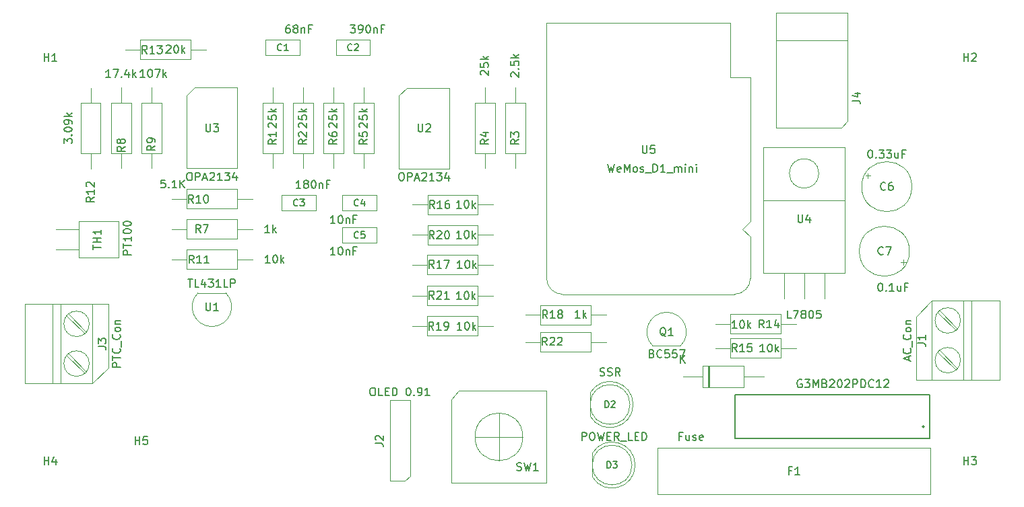
<source format=gbr>
%TF.GenerationSoftware,KiCad,Pcbnew,7.0.10*%
%TF.CreationDate,2024-03-07T19:54:16+07:00*%
%TF.ProjectId,solder-reflow,736f6c64-6572-42d7-9265-666c6f772e6b,rev?*%
%TF.SameCoordinates,Original*%
%TF.FileFunction,AssemblyDrawing,Top*%
%FSLAX46Y46*%
G04 Gerber Fmt 4.6, Leading zero omitted, Abs format (unit mm)*
G04 Created by KiCad (PCBNEW 7.0.10) date 2024-03-07 19:54:16*
%MOMM*%
%LPD*%
G01*
G04 APERTURE LIST*
%ADD10C,0.150000*%
%ADD11C,0.200000*%
%ADD12C,0.129000*%
%ADD13C,0.100000*%
%ADD14C,0.120000*%
%ADD15C,0.127000*%
G04 APERTURE END LIST*
D10*
X109678622Y-68746577D02*
X109202432Y-68746577D01*
X109202432Y-68746577D02*
X109154813Y-69222767D01*
X109154813Y-69222767D02*
X109202432Y-69175148D01*
X109202432Y-69175148D02*
X109297670Y-69127529D01*
X109297670Y-69127529D02*
X109535765Y-69127529D01*
X109535765Y-69127529D02*
X109631003Y-69175148D01*
X109631003Y-69175148D02*
X109678622Y-69222767D01*
X109678622Y-69222767D02*
X109726241Y-69318005D01*
X109726241Y-69318005D02*
X109726241Y-69556100D01*
X109726241Y-69556100D02*
X109678622Y-69651338D01*
X109678622Y-69651338D02*
X109631003Y-69698958D01*
X109631003Y-69698958D02*
X109535765Y-69746577D01*
X109535765Y-69746577D02*
X109297670Y-69746577D01*
X109297670Y-69746577D02*
X109202432Y-69698958D01*
X109202432Y-69698958D02*
X109154813Y-69651338D01*
X110154813Y-69651338D02*
X110202432Y-69698958D01*
X110202432Y-69698958D02*
X110154813Y-69746577D01*
X110154813Y-69746577D02*
X110107194Y-69698958D01*
X110107194Y-69698958D02*
X110154813Y-69651338D01*
X110154813Y-69651338D02*
X110154813Y-69746577D01*
X111154812Y-69746577D02*
X110583384Y-69746577D01*
X110869098Y-69746577D02*
X110869098Y-68746577D01*
X110869098Y-68746577D02*
X110773860Y-68889434D01*
X110773860Y-68889434D02*
X110678622Y-68984672D01*
X110678622Y-68984672D02*
X110583384Y-69032291D01*
X111583384Y-69746577D02*
X111583384Y-68746577D01*
X112154812Y-69746577D02*
X111726241Y-69175148D01*
X112154812Y-68746577D02*
X111583384Y-69318005D01*
X113212431Y-71639547D02*
X112879098Y-71163356D01*
X112641003Y-71639547D02*
X112641003Y-70639547D01*
X112641003Y-70639547D02*
X113021955Y-70639547D01*
X113021955Y-70639547D02*
X113117193Y-70687166D01*
X113117193Y-70687166D02*
X113164812Y-70734785D01*
X113164812Y-70734785D02*
X113212431Y-70830023D01*
X113212431Y-70830023D02*
X113212431Y-70972880D01*
X113212431Y-70972880D02*
X113164812Y-71068118D01*
X113164812Y-71068118D02*
X113117193Y-71115737D01*
X113117193Y-71115737D02*
X113021955Y-71163356D01*
X113021955Y-71163356D02*
X112641003Y-71163356D01*
X114164812Y-71639547D02*
X113593384Y-71639547D01*
X113879098Y-71639547D02*
X113879098Y-70639547D01*
X113879098Y-70639547D02*
X113783860Y-70782404D01*
X113783860Y-70782404D02*
X113688622Y-70877642D01*
X113688622Y-70877642D02*
X113593384Y-70925261D01*
X114783860Y-70639547D02*
X114879098Y-70639547D01*
X114879098Y-70639547D02*
X114974336Y-70687166D01*
X114974336Y-70687166D02*
X115021955Y-70734785D01*
X115021955Y-70734785D02*
X115069574Y-70830023D01*
X115069574Y-70830023D02*
X115117193Y-71020499D01*
X115117193Y-71020499D02*
X115117193Y-71258594D01*
X115117193Y-71258594D02*
X115069574Y-71449070D01*
X115069574Y-71449070D02*
X115021955Y-71544308D01*
X115021955Y-71544308D02*
X114974336Y-71591928D01*
X114974336Y-71591928D02*
X114879098Y-71639547D01*
X114879098Y-71639547D02*
X114783860Y-71639547D01*
X114783860Y-71639547D02*
X114688622Y-71591928D01*
X114688622Y-71591928D02*
X114641003Y-71544308D01*
X114641003Y-71544308D02*
X114593384Y-71449070D01*
X114593384Y-71449070D02*
X114545765Y-71258594D01*
X114545765Y-71258594D02*
X114545765Y-71020499D01*
X114545765Y-71020499D02*
X114593384Y-70830023D01*
X114593384Y-70830023D02*
X114641003Y-70734785D01*
X114641003Y-70734785D02*
X114688622Y-70687166D01*
X114688622Y-70687166D02*
X114783860Y-70639547D01*
X146901828Y-83778495D02*
X146330400Y-83778495D01*
X146616114Y-83778495D02*
X146616114Y-82778495D01*
X146616114Y-82778495D02*
X146520876Y-82921352D01*
X146520876Y-82921352D02*
X146425638Y-83016590D01*
X146425638Y-83016590D02*
X146330400Y-83064209D01*
X147520876Y-82778495D02*
X147616114Y-82778495D01*
X147616114Y-82778495D02*
X147711352Y-82826114D01*
X147711352Y-82826114D02*
X147758971Y-82873733D01*
X147758971Y-82873733D02*
X147806590Y-82968971D01*
X147806590Y-82968971D02*
X147854209Y-83159447D01*
X147854209Y-83159447D02*
X147854209Y-83397542D01*
X147854209Y-83397542D02*
X147806590Y-83588018D01*
X147806590Y-83588018D02*
X147758971Y-83683256D01*
X147758971Y-83683256D02*
X147711352Y-83730876D01*
X147711352Y-83730876D02*
X147616114Y-83778495D01*
X147616114Y-83778495D02*
X147520876Y-83778495D01*
X147520876Y-83778495D02*
X147425638Y-83730876D01*
X147425638Y-83730876D02*
X147378019Y-83683256D01*
X147378019Y-83683256D02*
X147330400Y-83588018D01*
X147330400Y-83588018D02*
X147282781Y-83397542D01*
X147282781Y-83397542D02*
X147282781Y-83159447D01*
X147282781Y-83159447D02*
X147330400Y-82968971D01*
X147330400Y-82968971D02*
X147378019Y-82873733D01*
X147378019Y-82873733D02*
X147425638Y-82826114D01*
X147425638Y-82826114D02*
X147520876Y-82778495D01*
X148282781Y-83778495D02*
X148282781Y-82778495D01*
X148378019Y-83397542D02*
X148663733Y-83778495D01*
X148663733Y-83111828D02*
X148282781Y-83492780D01*
X143475377Y-83731890D02*
X143142044Y-83255699D01*
X142903949Y-83731890D02*
X142903949Y-82731890D01*
X142903949Y-82731890D02*
X143284901Y-82731890D01*
X143284901Y-82731890D02*
X143380139Y-82779509D01*
X143380139Y-82779509D02*
X143427758Y-82827128D01*
X143427758Y-82827128D02*
X143475377Y-82922366D01*
X143475377Y-82922366D02*
X143475377Y-83065223D01*
X143475377Y-83065223D02*
X143427758Y-83160461D01*
X143427758Y-83160461D02*
X143380139Y-83208080D01*
X143380139Y-83208080D02*
X143284901Y-83255699D01*
X143284901Y-83255699D02*
X142903949Y-83255699D01*
X143856330Y-82827128D02*
X143903949Y-82779509D01*
X143903949Y-82779509D02*
X143999187Y-82731890D01*
X143999187Y-82731890D02*
X144237282Y-82731890D01*
X144237282Y-82731890D02*
X144332520Y-82779509D01*
X144332520Y-82779509D02*
X144380139Y-82827128D01*
X144380139Y-82827128D02*
X144427758Y-82922366D01*
X144427758Y-82922366D02*
X144427758Y-83017604D01*
X144427758Y-83017604D02*
X144380139Y-83160461D01*
X144380139Y-83160461D02*
X143808711Y-83731890D01*
X143808711Y-83731890D02*
X144427758Y-83731890D01*
X145380139Y-83731890D02*
X144808711Y-83731890D01*
X145094425Y-83731890D02*
X145094425Y-82731890D01*
X145094425Y-82731890D02*
X144999187Y-82874747D01*
X144999187Y-82874747D02*
X144903949Y-82969985D01*
X144903949Y-82969985D02*
X144808711Y-83017604D01*
X157685955Y-89563881D02*
X157352622Y-89087690D01*
X157114527Y-89563881D02*
X157114527Y-88563881D01*
X157114527Y-88563881D02*
X157495479Y-88563881D01*
X157495479Y-88563881D02*
X157590717Y-88611500D01*
X157590717Y-88611500D02*
X157638336Y-88659119D01*
X157638336Y-88659119D02*
X157685955Y-88754357D01*
X157685955Y-88754357D02*
X157685955Y-88897214D01*
X157685955Y-88897214D02*
X157638336Y-88992452D01*
X157638336Y-88992452D02*
X157590717Y-89040071D01*
X157590717Y-89040071D02*
X157495479Y-89087690D01*
X157495479Y-89087690D02*
X157114527Y-89087690D01*
X158066908Y-88659119D02*
X158114527Y-88611500D01*
X158114527Y-88611500D02*
X158209765Y-88563881D01*
X158209765Y-88563881D02*
X158447860Y-88563881D01*
X158447860Y-88563881D02*
X158543098Y-88611500D01*
X158543098Y-88611500D02*
X158590717Y-88659119D01*
X158590717Y-88659119D02*
X158638336Y-88754357D01*
X158638336Y-88754357D02*
X158638336Y-88849595D01*
X158638336Y-88849595D02*
X158590717Y-88992452D01*
X158590717Y-88992452D02*
X158019289Y-89563881D01*
X158019289Y-89563881D02*
X158638336Y-89563881D01*
X159019289Y-88659119D02*
X159066908Y-88611500D01*
X159066908Y-88611500D02*
X159162146Y-88563881D01*
X159162146Y-88563881D02*
X159400241Y-88563881D01*
X159400241Y-88563881D02*
X159495479Y-88611500D01*
X159495479Y-88611500D02*
X159543098Y-88659119D01*
X159543098Y-88659119D02*
X159590717Y-88754357D01*
X159590717Y-88754357D02*
X159590717Y-88849595D01*
X159590717Y-88849595D02*
X159543098Y-88992452D01*
X159543098Y-88992452D02*
X158971670Y-89563881D01*
X158971670Y-89563881D02*
X159590717Y-89563881D01*
X126565057Y-62116666D02*
X126517438Y-62069047D01*
X126517438Y-62069047D02*
X126469819Y-61973809D01*
X126469819Y-61973809D02*
X126469819Y-61735714D01*
X126469819Y-61735714D02*
X126517438Y-61640476D01*
X126517438Y-61640476D02*
X126565057Y-61592857D01*
X126565057Y-61592857D02*
X126660295Y-61545238D01*
X126660295Y-61545238D02*
X126755533Y-61545238D01*
X126755533Y-61545238D02*
X126898390Y-61592857D01*
X126898390Y-61592857D02*
X127469819Y-62164285D01*
X127469819Y-62164285D02*
X127469819Y-61545238D01*
X126469819Y-60640476D02*
X126469819Y-61116666D01*
X126469819Y-61116666D02*
X126946009Y-61164285D01*
X126946009Y-61164285D02*
X126898390Y-61116666D01*
X126898390Y-61116666D02*
X126850771Y-61021428D01*
X126850771Y-61021428D02*
X126850771Y-60783333D01*
X126850771Y-60783333D02*
X126898390Y-60688095D01*
X126898390Y-60688095D02*
X126946009Y-60640476D01*
X126946009Y-60640476D02*
X127041247Y-60592857D01*
X127041247Y-60592857D02*
X127279342Y-60592857D01*
X127279342Y-60592857D02*
X127374580Y-60640476D01*
X127374580Y-60640476D02*
X127422200Y-60688095D01*
X127422200Y-60688095D02*
X127469819Y-60783333D01*
X127469819Y-60783333D02*
X127469819Y-61021428D01*
X127469819Y-61021428D02*
X127422200Y-61116666D01*
X127422200Y-61116666D02*
X127374580Y-61164285D01*
X127469819Y-60164285D02*
X126469819Y-60164285D01*
X127088866Y-60069047D02*
X127469819Y-59783333D01*
X126803152Y-59783333D02*
X127184104Y-60164285D01*
X127469819Y-63656666D02*
X126993628Y-63989999D01*
X127469819Y-64228094D02*
X126469819Y-64228094D01*
X126469819Y-64228094D02*
X126469819Y-63847142D01*
X126469819Y-63847142D02*
X126517438Y-63751904D01*
X126517438Y-63751904D02*
X126565057Y-63704285D01*
X126565057Y-63704285D02*
X126660295Y-63656666D01*
X126660295Y-63656666D02*
X126803152Y-63656666D01*
X126803152Y-63656666D02*
X126898390Y-63704285D01*
X126898390Y-63704285D02*
X126946009Y-63751904D01*
X126946009Y-63751904D02*
X126993628Y-63847142D01*
X126993628Y-63847142D02*
X126993628Y-64228094D01*
X126565057Y-63275713D02*
X126517438Y-63228094D01*
X126517438Y-63228094D02*
X126469819Y-63132856D01*
X126469819Y-63132856D02*
X126469819Y-62894761D01*
X126469819Y-62894761D02*
X126517438Y-62799523D01*
X126517438Y-62799523D02*
X126565057Y-62751904D01*
X126565057Y-62751904D02*
X126660295Y-62704285D01*
X126660295Y-62704285D02*
X126755533Y-62704285D01*
X126755533Y-62704285D02*
X126898390Y-62751904D01*
X126898390Y-62751904D02*
X127469819Y-63323332D01*
X127469819Y-63323332D02*
X127469819Y-62704285D01*
X105424819Y-78156428D02*
X104424819Y-78156428D01*
X104424819Y-78156428D02*
X104424819Y-77775476D01*
X104424819Y-77775476D02*
X104472438Y-77680238D01*
X104472438Y-77680238D02*
X104520057Y-77632619D01*
X104520057Y-77632619D02*
X104615295Y-77585000D01*
X104615295Y-77585000D02*
X104758152Y-77585000D01*
X104758152Y-77585000D02*
X104853390Y-77632619D01*
X104853390Y-77632619D02*
X104901009Y-77680238D01*
X104901009Y-77680238D02*
X104948628Y-77775476D01*
X104948628Y-77775476D02*
X104948628Y-78156428D01*
X104424819Y-77299285D02*
X104424819Y-76727857D01*
X105424819Y-77013571D02*
X104424819Y-77013571D01*
X105424819Y-75870714D02*
X105424819Y-76442142D01*
X105424819Y-76156428D02*
X104424819Y-76156428D01*
X104424819Y-76156428D02*
X104567676Y-76251666D01*
X104567676Y-76251666D02*
X104662914Y-76346904D01*
X104662914Y-76346904D02*
X104710533Y-76442142D01*
X104424819Y-75251666D02*
X104424819Y-75156428D01*
X104424819Y-75156428D02*
X104472438Y-75061190D01*
X104472438Y-75061190D02*
X104520057Y-75013571D01*
X104520057Y-75013571D02*
X104615295Y-74965952D01*
X104615295Y-74965952D02*
X104805771Y-74918333D01*
X104805771Y-74918333D02*
X105043866Y-74918333D01*
X105043866Y-74918333D02*
X105234342Y-74965952D01*
X105234342Y-74965952D02*
X105329580Y-75013571D01*
X105329580Y-75013571D02*
X105377200Y-75061190D01*
X105377200Y-75061190D02*
X105424819Y-75156428D01*
X105424819Y-75156428D02*
X105424819Y-75251666D01*
X105424819Y-75251666D02*
X105377200Y-75346904D01*
X105377200Y-75346904D02*
X105329580Y-75394523D01*
X105329580Y-75394523D02*
X105234342Y-75442142D01*
X105234342Y-75442142D02*
X105043866Y-75489761D01*
X105043866Y-75489761D02*
X104805771Y-75489761D01*
X104805771Y-75489761D02*
X104615295Y-75442142D01*
X104615295Y-75442142D02*
X104520057Y-75394523D01*
X104520057Y-75394523D02*
X104472438Y-75346904D01*
X104472438Y-75346904D02*
X104424819Y-75251666D01*
X104424819Y-74299285D02*
X104424819Y-74204047D01*
X104424819Y-74204047D02*
X104472438Y-74108809D01*
X104472438Y-74108809D02*
X104520057Y-74061190D01*
X104520057Y-74061190D02*
X104615295Y-74013571D01*
X104615295Y-74013571D02*
X104805771Y-73965952D01*
X104805771Y-73965952D02*
X105043866Y-73965952D01*
X105043866Y-73965952D02*
X105234342Y-74013571D01*
X105234342Y-74013571D02*
X105329580Y-74061190D01*
X105329580Y-74061190D02*
X105377200Y-74108809D01*
X105377200Y-74108809D02*
X105424819Y-74204047D01*
X105424819Y-74204047D02*
X105424819Y-74299285D01*
X105424819Y-74299285D02*
X105377200Y-74394523D01*
X105377200Y-74394523D02*
X105329580Y-74442142D01*
X105329580Y-74442142D02*
X105234342Y-74489761D01*
X105234342Y-74489761D02*
X105043866Y-74537380D01*
X105043866Y-74537380D02*
X104805771Y-74537380D01*
X104805771Y-74537380D02*
X104615295Y-74489761D01*
X104615295Y-74489761D02*
X104520057Y-74442142D01*
X104520057Y-74442142D02*
X104472438Y-74394523D01*
X104472438Y-74394523D02*
X104424819Y-74299285D01*
X100644819Y-77500713D02*
X100644819Y-76929285D01*
X101644819Y-77214999D02*
X100644819Y-77214999D01*
X101644819Y-76595951D02*
X100644819Y-76595951D01*
X101121009Y-76595951D02*
X101121009Y-76024523D01*
X101644819Y-76024523D02*
X100644819Y-76024523D01*
X101644819Y-75024523D02*
X101644819Y-75595951D01*
X101644819Y-75310237D02*
X100644819Y-75310237D01*
X100644819Y-75310237D02*
X100787676Y-75405475D01*
X100787676Y-75405475D02*
X100882914Y-75500713D01*
X100882914Y-75500713D02*
X100930533Y-75595951D01*
X94488095Y-53794819D02*
X94488095Y-52794819D01*
X94488095Y-53271009D02*
X95059523Y-53271009D01*
X95059523Y-53794819D02*
X95059523Y-52794819D01*
X96059523Y-53794819D02*
X95488095Y-53794819D01*
X95773809Y-53794819D02*
X95773809Y-52794819D01*
X95773809Y-52794819D02*
X95678571Y-52937676D01*
X95678571Y-52937676D02*
X95583333Y-53032914D01*
X95583333Y-53032914D02*
X95488095Y-53080533D01*
X112656428Y-67814819D02*
X112846904Y-67814819D01*
X112846904Y-67814819D02*
X112942142Y-67862438D01*
X112942142Y-67862438D02*
X113037380Y-67957676D01*
X113037380Y-67957676D02*
X113084999Y-68148152D01*
X113084999Y-68148152D02*
X113084999Y-68481485D01*
X113084999Y-68481485D02*
X113037380Y-68671961D01*
X113037380Y-68671961D02*
X112942142Y-68767200D01*
X112942142Y-68767200D02*
X112846904Y-68814819D01*
X112846904Y-68814819D02*
X112656428Y-68814819D01*
X112656428Y-68814819D02*
X112561190Y-68767200D01*
X112561190Y-68767200D02*
X112465952Y-68671961D01*
X112465952Y-68671961D02*
X112418333Y-68481485D01*
X112418333Y-68481485D02*
X112418333Y-68148152D01*
X112418333Y-68148152D02*
X112465952Y-67957676D01*
X112465952Y-67957676D02*
X112561190Y-67862438D01*
X112561190Y-67862438D02*
X112656428Y-67814819D01*
X113513571Y-68814819D02*
X113513571Y-67814819D01*
X113513571Y-67814819D02*
X113894523Y-67814819D01*
X113894523Y-67814819D02*
X113989761Y-67862438D01*
X113989761Y-67862438D02*
X114037380Y-67910057D01*
X114037380Y-67910057D02*
X114084999Y-68005295D01*
X114084999Y-68005295D02*
X114084999Y-68148152D01*
X114084999Y-68148152D02*
X114037380Y-68243390D01*
X114037380Y-68243390D02*
X113989761Y-68291009D01*
X113989761Y-68291009D02*
X113894523Y-68338628D01*
X113894523Y-68338628D02*
X113513571Y-68338628D01*
X114465952Y-68529104D02*
X114942142Y-68529104D01*
X114370714Y-68814819D02*
X114704047Y-67814819D01*
X114704047Y-67814819D02*
X115037380Y-68814819D01*
X115323095Y-67910057D02*
X115370714Y-67862438D01*
X115370714Y-67862438D02*
X115465952Y-67814819D01*
X115465952Y-67814819D02*
X115704047Y-67814819D01*
X115704047Y-67814819D02*
X115799285Y-67862438D01*
X115799285Y-67862438D02*
X115846904Y-67910057D01*
X115846904Y-67910057D02*
X115894523Y-68005295D01*
X115894523Y-68005295D02*
X115894523Y-68100533D01*
X115894523Y-68100533D02*
X115846904Y-68243390D01*
X115846904Y-68243390D02*
X115275476Y-68814819D01*
X115275476Y-68814819D02*
X115894523Y-68814819D01*
X116846904Y-68814819D02*
X116275476Y-68814819D01*
X116561190Y-68814819D02*
X116561190Y-67814819D01*
X116561190Y-67814819D02*
X116465952Y-67957676D01*
X116465952Y-67957676D02*
X116370714Y-68052914D01*
X116370714Y-68052914D02*
X116275476Y-68100533D01*
X117180238Y-67814819D02*
X117799285Y-67814819D01*
X117799285Y-67814819D02*
X117465952Y-68195771D01*
X117465952Y-68195771D02*
X117608809Y-68195771D01*
X117608809Y-68195771D02*
X117704047Y-68243390D01*
X117704047Y-68243390D02*
X117751666Y-68291009D01*
X117751666Y-68291009D02*
X117799285Y-68386247D01*
X117799285Y-68386247D02*
X117799285Y-68624342D01*
X117799285Y-68624342D02*
X117751666Y-68719580D01*
X117751666Y-68719580D02*
X117704047Y-68767200D01*
X117704047Y-68767200D02*
X117608809Y-68814819D01*
X117608809Y-68814819D02*
X117323095Y-68814819D01*
X117323095Y-68814819D02*
X117227857Y-68767200D01*
X117227857Y-68767200D02*
X117180238Y-68719580D01*
X118656428Y-68148152D02*
X118656428Y-68814819D01*
X118418333Y-67767200D02*
X118180238Y-68481485D01*
X118180238Y-68481485D02*
X118799285Y-68481485D01*
X114823095Y-61674819D02*
X114823095Y-62484342D01*
X114823095Y-62484342D02*
X114870714Y-62579580D01*
X114870714Y-62579580D02*
X114918333Y-62627200D01*
X114918333Y-62627200D02*
X115013571Y-62674819D01*
X115013571Y-62674819D02*
X115204047Y-62674819D01*
X115204047Y-62674819D02*
X115299285Y-62627200D01*
X115299285Y-62627200D02*
X115346904Y-62579580D01*
X115346904Y-62579580D02*
X115394523Y-62484342D01*
X115394523Y-62484342D02*
X115394523Y-61674819D01*
X115775476Y-61674819D02*
X116394523Y-61674819D01*
X116394523Y-61674819D02*
X116061190Y-62055771D01*
X116061190Y-62055771D02*
X116204047Y-62055771D01*
X116204047Y-62055771D02*
X116299285Y-62103390D01*
X116299285Y-62103390D02*
X116346904Y-62151009D01*
X116346904Y-62151009D02*
X116394523Y-62246247D01*
X116394523Y-62246247D02*
X116394523Y-62484342D01*
X116394523Y-62484342D02*
X116346904Y-62579580D01*
X116346904Y-62579580D02*
X116299285Y-62627200D01*
X116299285Y-62627200D02*
X116204047Y-62674819D01*
X116204047Y-62674819D02*
X115918333Y-62674819D01*
X115918333Y-62674819D02*
X115823095Y-62627200D01*
X115823095Y-62627200D02*
X115775476Y-62579580D01*
X146914230Y-72301113D02*
X146342802Y-72301113D01*
X146628516Y-72301113D02*
X146628516Y-71301113D01*
X146628516Y-71301113D02*
X146533278Y-71443970D01*
X146533278Y-71443970D02*
X146438040Y-71539208D01*
X146438040Y-71539208D02*
X146342802Y-71586827D01*
X147533278Y-71301113D02*
X147628516Y-71301113D01*
X147628516Y-71301113D02*
X147723754Y-71348732D01*
X147723754Y-71348732D02*
X147771373Y-71396351D01*
X147771373Y-71396351D02*
X147818992Y-71491589D01*
X147818992Y-71491589D02*
X147866611Y-71682065D01*
X147866611Y-71682065D02*
X147866611Y-71920160D01*
X147866611Y-71920160D02*
X147818992Y-72110636D01*
X147818992Y-72110636D02*
X147771373Y-72205874D01*
X147771373Y-72205874D02*
X147723754Y-72253494D01*
X147723754Y-72253494D02*
X147628516Y-72301113D01*
X147628516Y-72301113D02*
X147533278Y-72301113D01*
X147533278Y-72301113D02*
X147438040Y-72253494D01*
X147438040Y-72253494D02*
X147390421Y-72205874D01*
X147390421Y-72205874D02*
X147342802Y-72110636D01*
X147342802Y-72110636D02*
X147295183Y-71920160D01*
X147295183Y-71920160D02*
X147295183Y-71682065D01*
X147295183Y-71682065D02*
X147342802Y-71491589D01*
X147342802Y-71491589D02*
X147390421Y-71396351D01*
X147390421Y-71396351D02*
X147438040Y-71348732D01*
X147438040Y-71348732D02*
X147533278Y-71301113D01*
X148295183Y-72301113D02*
X148295183Y-71301113D01*
X148390421Y-71920160D02*
X148676135Y-72301113D01*
X148676135Y-71634446D02*
X148295183Y-72015398D01*
X143526616Y-72339950D02*
X143193283Y-71863759D01*
X142955188Y-72339950D02*
X142955188Y-71339950D01*
X142955188Y-71339950D02*
X143336140Y-71339950D01*
X143336140Y-71339950D02*
X143431378Y-71387569D01*
X143431378Y-71387569D02*
X143478997Y-71435188D01*
X143478997Y-71435188D02*
X143526616Y-71530426D01*
X143526616Y-71530426D02*
X143526616Y-71673283D01*
X143526616Y-71673283D02*
X143478997Y-71768521D01*
X143478997Y-71768521D02*
X143431378Y-71816140D01*
X143431378Y-71816140D02*
X143336140Y-71863759D01*
X143336140Y-71863759D02*
X142955188Y-71863759D01*
X144478997Y-72339950D02*
X143907569Y-72339950D01*
X144193283Y-72339950D02*
X144193283Y-71339950D01*
X144193283Y-71339950D02*
X144098045Y-71482807D01*
X144098045Y-71482807D02*
X144002807Y-71578045D01*
X144002807Y-71578045D02*
X143907569Y-71625664D01*
X145336140Y-71339950D02*
X145145664Y-71339950D01*
X145145664Y-71339950D02*
X145050426Y-71387569D01*
X145050426Y-71387569D02*
X145002807Y-71435188D01*
X145002807Y-71435188D02*
X144907569Y-71578045D01*
X144907569Y-71578045D02*
X144859950Y-71768521D01*
X144859950Y-71768521D02*
X144859950Y-72149473D01*
X144859950Y-72149473D02*
X144907569Y-72244711D01*
X144907569Y-72244711D02*
X144955188Y-72292331D01*
X144955188Y-72292331D02*
X145050426Y-72339950D01*
X145050426Y-72339950D02*
X145240902Y-72339950D01*
X145240902Y-72339950D02*
X145336140Y-72292331D01*
X145336140Y-72292331D02*
X145383759Y-72244711D01*
X145383759Y-72244711D02*
X145431378Y-72149473D01*
X145431378Y-72149473D02*
X145431378Y-71911378D01*
X145431378Y-71911378D02*
X145383759Y-71816140D01*
X145383759Y-71816140D02*
X145336140Y-71768521D01*
X145336140Y-71768521D02*
X145240902Y-71720902D01*
X145240902Y-71720902D02*
X145050426Y-71720902D01*
X145050426Y-71720902D02*
X144955188Y-71768521D01*
X144955188Y-71768521D02*
X144907569Y-71816140D01*
X144907569Y-71816140D02*
X144859950Y-71911378D01*
X161805457Y-86123084D02*
X161234029Y-86123084D01*
X161519743Y-86123084D02*
X161519743Y-85123084D01*
X161519743Y-85123084D02*
X161424505Y-85265941D01*
X161424505Y-85265941D02*
X161329267Y-85361179D01*
X161329267Y-85361179D02*
X161234029Y-85408798D01*
X162234029Y-86123084D02*
X162234029Y-85123084D01*
X162329267Y-85742131D02*
X162614981Y-86123084D01*
X162614981Y-85456417D02*
X162234029Y-85837369D01*
X157725275Y-86161951D02*
X157391942Y-85685760D01*
X157153847Y-86161951D02*
X157153847Y-85161951D01*
X157153847Y-85161951D02*
X157534799Y-85161951D01*
X157534799Y-85161951D02*
X157630037Y-85209570D01*
X157630037Y-85209570D02*
X157677656Y-85257189D01*
X157677656Y-85257189D02*
X157725275Y-85352427D01*
X157725275Y-85352427D02*
X157725275Y-85495284D01*
X157725275Y-85495284D02*
X157677656Y-85590522D01*
X157677656Y-85590522D02*
X157630037Y-85638141D01*
X157630037Y-85638141D02*
X157534799Y-85685760D01*
X157534799Y-85685760D02*
X157153847Y-85685760D01*
X158677656Y-86161951D02*
X158106228Y-86161951D01*
X158391942Y-86161951D02*
X158391942Y-85161951D01*
X158391942Y-85161951D02*
X158296704Y-85304808D01*
X158296704Y-85304808D02*
X158201466Y-85400046D01*
X158201466Y-85400046D02*
X158106228Y-85447665D01*
X159249085Y-85590522D02*
X159153847Y-85542903D01*
X159153847Y-85542903D02*
X159106228Y-85495284D01*
X159106228Y-85495284D02*
X159058609Y-85400046D01*
X159058609Y-85400046D02*
X159058609Y-85352427D01*
X159058609Y-85352427D02*
X159106228Y-85257189D01*
X159106228Y-85257189D02*
X159153847Y-85209570D01*
X159153847Y-85209570D02*
X159249085Y-85161951D01*
X159249085Y-85161951D02*
X159439561Y-85161951D01*
X159439561Y-85161951D02*
X159534799Y-85209570D01*
X159534799Y-85209570D02*
X159582418Y-85257189D01*
X159582418Y-85257189D02*
X159630037Y-85352427D01*
X159630037Y-85352427D02*
X159630037Y-85400046D01*
X159630037Y-85400046D02*
X159582418Y-85495284D01*
X159582418Y-85495284D02*
X159534799Y-85542903D01*
X159534799Y-85542903D02*
X159439561Y-85590522D01*
X159439561Y-85590522D02*
X159249085Y-85590522D01*
X159249085Y-85590522D02*
X159153847Y-85638141D01*
X159153847Y-85638141D02*
X159106228Y-85685760D01*
X159106228Y-85685760D02*
X159058609Y-85780998D01*
X159058609Y-85780998D02*
X159058609Y-85971474D01*
X159058609Y-85971474D02*
X159106228Y-86066712D01*
X159106228Y-86066712D02*
X159153847Y-86114332D01*
X159153847Y-86114332D02*
X159249085Y-86161951D01*
X159249085Y-86161951D02*
X159439561Y-86161951D01*
X159439561Y-86161951D02*
X159534799Y-86114332D01*
X159534799Y-86114332D02*
X159582418Y-86066712D01*
X159582418Y-86066712D02*
X159630037Y-85971474D01*
X159630037Y-85971474D02*
X159630037Y-85780998D01*
X159630037Y-85780998D02*
X159582418Y-85685760D01*
X159582418Y-85685760D02*
X159534799Y-85638141D01*
X159534799Y-85638141D02*
X159439561Y-85590522D01*
X164346095Y-93371200D02*
X164488952Y-93418819D01*
X164488952Y-93418819D02*
X164727047Y-93418819D01*
X164727047Y-93418819D02*
X164822285Y-93371200D01*
X164822285Y-93371200D02*
X164869904Y-93323580D01*
X164869904Y-93323580D02*
X164917523Y-93228342D01*
X164917523Y-93228342D02*
X164917523Y-93133104D01*
X164917523Y-93133104D02*
X164869904Y-93037866D01*
X164869904Y-93037866D02*
X164822285Y-92990247D01*
X164822285Y-92990247D02*
X164727047Y-92942628D01*
X164727047Y-92942628D02*
X164536571Y-92895009D01*
X164536571Y-92895009D02*
X164441333Y-92847390D01*
X164441333Y-92847390D02*
X164393714Y-92799771D01*
X164393714Y-92799771D02*
X164346095Y-92704533D01*
X164346095Y-92704533D02*
X164346095Y-92609295D01*
X164346095Y-92609295D02*
X164393714Y-92514057D01*
X164393714Y-92514057D02*
X164441333Y-92466438D01*
X164441333Y-92466438D02*
X164536571Y-92418819D01*
X164536571Y-92418819D02*
X164774666Y-92418819D01*
X164774666Y-92418819D02*
X164917523Y-92466438D01*
X165298476Y-93371200D02*
X165441333Y-93418819D01*
X165441333Y-93418819D02*
X165679428Y-93418819D01*
X165679428Y-93418819D02*
X165774666Y-93371200D01*
X165774666Y-93371200D02*
X165822285Y-93323580D01*
X165822285Y-93323580D02*
X165869904Y-93228342D01*
X165869904Y-93228342D02*
X165869904Y-93133104D01*
X165869904Y-93133104D02*
X165822285Y-93037866D01*
X165822285Y-93037866D02*
X165774666Y-92990247D01*
X165774666Y-92990247D02*
X165679428Y-92942628D01*
X165679428Y-92942628D02*
X165488952Y-92895009D01*
X165488952Y-92895009D02*
X165393714Y-92847390D01*
X165393714Y-92847390D02*
X165346095Y-92799771D01*
X165346095Y-92799771D02*
X165298476Y-92704533D01*
X165298476Y-92704533D02*
X165298476Y-92609295D01*
X165298476Y-92609295D02*
X165346095Y-92514057D01*
X165346095Y-92514057D02*
X165393714Y-92466438D01*
X165393714Y-92466438D02*
X165488952Y-92418819D01*
X165488952Y-92418819D02*
X165727047Y-92418819D01*
X165727047Y-92418819D02*
X165869904Y-92466438D01*
X166869904Y-93418819D02*
X166536571Y-92942628D01*
X166298476Y-93418819D02*
X166298476Y-92418819D01*
X166298476Y-92418819D02*
X166679428Y-92418819D01*
X166679428Y-92418819D02*
X166774666Y-92466438D01*
X166774666Y-92466438D02*
X166822285Y-92514057D01*
X166822285Y-92514057D02*
X166869904Y-92609295D01*
X166869904Y-92609295D02*
X166869904Y-92752152D01*
X166869904Y-92752152D02*
X166822285Y-92847390D01*
X166822285Y-92847390D02*
X166774666Y-92895009D01*
X166774666Y-92895009D02*
X166679428Y-92942628D01*
X166679428Y-92942628D02*
X166298476Y-92942628D01*
D11*
X164992524Y-97387695D02*
X164992524Y-96587695D01*
X164992524Y-96587695D02*
X165183000Y-96587695D01*
X165183000Y-96587695D02*
X165297286Y-96625790D01*
X165297286Y-96625790D02*
X165373476Y-96701980D01*
X165373476Y-96701980D02*
X165411571Y-96778171D01*
X165411571Y-96778171D02*
X165449667Y-96930552D01*
X165449667Y-96930552D02*
X165449667Y-97044838D01*
X165449667Y-97044838D02*
X165411571Y-97197219D01*
X165411571Y-97197219D02*
X165373476Y-97273409D01*
X165373476Y-97273409D02*
X165297286Y-97349600D01*
X165297286Y-97349600D02*
X165183000Y-97387695D01*
X165183000Y-97387695D02*
X164992524Y-97387695D01*
X165754428Y-96663885D02*
X165792524Y-96625790D01*
X165792524Y-96625790D02*
X165868714Y-96587695D01*
X165868714Y-96587695D02*
X166059190Y-96587695D01*
X166059190Y-96587695D02*
X166135381Y-96625790D01*
X166135381Y-96625790D02*
X166173476Y-96663885D01*
X166173476Y-96663885D02*
X166211571Y-96740076D01*
X166211571Y-96740076D02*
X166211571Y-96816266D01*
X166211571Y-96816266D02*
X166173476Y-96930552D01*
X166173476Y-96930552D02*
X165716333Y-97387695D01*
X165716333Y-97387695D02*
X166211571Y-97387695D01*
D10*
X131048571Y-74220819D02*
X130477143Y-74220819D01*
X130762857Y-74220819D02*
X130762857Y-73220819D01*
X130762857Y-73220819D02*
X130667619Y-73363676D01*
X130667619Y-73363676D02*
X130572381Y-73458914D01*
X130572381Y-73458914D02*
X130477143Y-73506533D01*
X131667619Y-73220819D02*
X131762857Y-73220819D01*
X131762857Y-73220819D02*
X131858095Y-73268438D01*
X131858095Y-73268438D02*
X131905714Y-73316057D01*
X131905714Y-73316057D02*
X131953333Y-73411295D01*
X131953333Y-73411295D02*
X132000952Y-73601771D01*
X132000952Y-73601771D02*
X132000952Y-73839866D01*
X132000952Y-73839866D02*
X131953333Y-74030342D01*
X131953333Y-74030342D02*
X131905714Y-74125580D01*
X131905714Y-74125580D02*
X131858095Y-74173200D01*
X131858095Y-74173200D02*
X131762857Y-74220819D01*
X131762857Y-74220819D02*
X131667619Y-74220819D01*
X131667619Y-74220819D02*
X131572381Y-74173200D01*
X131572381Y-74173200D02*
X131524762Y-74125580D01*
X131524762Y-74125580D02*
X131477143Y-74030342D01*
X131477143Y-74030342D02*
X131429524Y-73839866D01*
X131429524Y-73839866D02*
X131429524Y-73601771D01*
X131429524Y-73601771D02*
X131477143Y-73411295D01*
X131477143Y-73411295D02*
X131524762Y-73316057D01*
X131524762Y-73316057D02*
X131572381Y-73268438D01*
X131572381Y-73268438D02*
X131667619Y-73220819D01*
X132429524Y-73554152D02*
X132429524Y-74220819D01*
X132429524Y-73649390D02*
X132477143Y-73601771D01*
X132477143Y-73601771D02*
X132572381Y-73554152D01*
X132572381Y-73554152D02*
X132715238Y-73554152D01*
X132715238Y-73554152D02*
X132810476Y-73601771D01*
X132810476Y-73601771D02*
X132858095Y-73697009D01*
X132858095Y-73697009D02*
X132858095Y-74220819D01*
X133667619Y-73697009D02*
X133334286Y-73697009D01*
X133334286Y-74220819D02*
X133334286Y-73220819D01*
X133334286Y-73220819D02*
X133810476Y-73220819D01*
D12*
X133968666Y-71937240D02*
X133927714Y-71978193D01*
X133927714Y-71978193D02*
X133804856Y-72019145D01*
X133804856Y-72019145D02*
X133722952Y-72019145D01*
X133722952Y-72019145D02*
X133600095Y-71978193D01*
X133600095Y-71978193D02*
X133518190Y-71896288D01*
X133518190Y-71896288D02*
X133477237Y-71814383D01*
X133477237Y-71814383D02*
X133436285Y-71650573D01*
X133436285Y-71650573D02*
X133436285Y-71527716D01*
X133436285Y-71527716D02*
X133477237Y-71363907D01*
X133477237Y-71363907D02*
X133518190Y-71282002D01*
X133518190Y-71282002D02*
X133600095Y-71200097D01*
X133600095Y-71200097D02*
X133722952Y-71159145D01*
X133722952Y-71159145D02*
X133804856Y-71159145D01*
X133804856Y-71159145D02*
X133927714Y-71200097D01*
X133927714Y-71200097D02*
X133968666Y-71241050D01*
X134705809Y-71445812D02*
X134705809Y-72019145D01*
X134501047Y-71118193D02*
X134296285Y-71732478D01*
X134296285Y-71732478D02*
X134828666Y-71732478D01*
D10*
X165299953Y-66764819D02*
X165538048Y-67764819D01*
X165538048Y-67764819D02*
X165728524Y-67050533D01*
X165728524Y-67050533D02*
X165919000Y-67764819D01*
X165919000Y-67764819D02*
X166157096Y-66764819D01*
X166919000Y-67717200D02*
X166823762Y-67764819D01*
X166823762Y-67764819D02*
X166633286Y-67764819D01*
X166633286Y-67764819D02*
X166538048Y-67717200D01*
X166538048Y-67717200D02*
X166490429Y-67621961D01*
X166490429Y-67621961D02*
X166490429Y-67241009D01*
X166490429Y-67241009D02*
X166538048Y-67145771D01*
X166538048Y-67145771D02*
X166633286Y-67098152D01*
X166633286Y-67098152D02*
X166823762Y-67098152D01*
X166823762Y-67098152D02*
X166919000Y-67145771D01*
X166919000Y-67145771D02*
X166966619Y-67241009D01*
X166966619Y-67241009D02*
X166966619Y-67336247D01*
X166966619Y-67336247D02*
X166490429Y-67431485D01*
X167395191Y-67764819D02*
X167395191Y-66764819D01*
X167395191Y-66764819D02*
X167728524Y-67479104D01*
X167728524Y-67479104D02*
X168061857Y-66764819D01*
X168061857Y-66764819D02*
X168061857Y-67764819D01*
X168680905Y-67764819D02*
X168585667Y-67717200D01*
X168585667Y-67717200D02*
X168538048Y-67669580D01*
X168538048Y-67669580D02*
X168490429Y-67574342D01*
X168490429Y-67574342D02*
X168490429Y-67288628D01*
X168490429Y-67288628D02*
X168538048Y-67193390D01*
X168538048Y-67193390D02*
X168585667Y-67145771D01*
X168585667Y-67145771D02*
X168680905Y-67098152D01*
X168680905Y-67098152D02*
X168823762Y-67098152D01*
X168823762Y-67098152D02*
X168919000Y-67145771D01*
X168919000Y-67145771D02*
X168966619Y-67193390D01*
X168966619Y-67193390D02*
X169014238Y-67288628D01*
X169014238Y-67288628D02*
X169014238Y-67574342D01*
X169014238Y-67574342D02*
X168966619Y-67669580D01*
X168966619Y-67669580D02*
X168919000Y-67717200D01*
X168919000Y-67717200D02*
X168823762Y-67764819D01*
X168823762Y-67764819D02*
X168680905Y-67764819D01*
X169395191Y-67717200D02*
X169490429Y-67764819D01*
X169490429Y-67764819D02*
X169680905Y-67764819D01*
X169680905Y-67764819D02*
X169776143Y-67717200D01*
X169776143Y-67717200D02*
X169823762Y-67621961D01*
X169823762Y-67621961D02*
X169823762Y-67574342D01*
X169823762Y-67574342D02*
X169776143Y-67479104D01*
X169776143Y-67479104D02*
X169680905Y-67431485D01*
X169680905Y-67431485D02*
X169538048Y-67431485D01*
X169538048Y-67431485D02*
X169442810Y-67383866D01*
X169442810Y-67383866D02*
X169395191Y-67288628D01*
X169395191Y-67288628D02*
X169395191Y-67241009D01*
X169395191Y-67241009D02*
X169442810Y-67145771D01*
X169442810Y-67145771D02*
X169538048Y-67098152D01*
X169538048Y-67098152D02*
X169680905Y-67098152D01*
X169680905Y-67098152D02*
X169776143Y-67145771D01*
X170014239Y-67860057D02*
X170776143Y-67860057D01*
X171014239Y-67764819D02*
X171014239Y-66764819D01*
X171014239Y-66764819D02*
X171252334Y-66764819D01*
X171252334Y-66764819D02*
X171395191Y-66812438D01*
X171395191Y-66812438D02*
X171490429Y-66907676D01*
X171490429Y-66907676D02*
X171538048Y-67002914D01*
X171538048Y-67002914D02*
X171585667Y-67193390D01*
X171585667Y-67193390D02*
X171585667Y-67336247D01*
X171585667Y-67336247D02*
X171538048Y-67526723D01*
X171538048Y-67526723D02*
X171490429Y-67621961D01*
X171490429Y-67621961D02*
X171395191Y-67717200D01*
X171395191Y-67717200D02*
X171252334Y-67764819D01*
X171252334Y-67764819D02*
X171014239Y-67764819D01*
X172538048Y-67764819D02*
X171966620Y-67764819D01*
X172252334Y-67764819D02*
X172252334Y-66764819D01*
X172252334Y-66764819D02*
X172157096Y-66907676D01*
X172157096Y-66907676D02*
X172061858Y-67002914D01*
X172061858Y-67002914D02*
X171966620Y-67050533D01*
X172728525Y-67860057D02*
X173490429Y-67860057D01*
X173728525Y-67764819D02*
X173728525Y-67098152D01*
X173728525Y-67193390D02*
X173776144Y-67145771D01*
X173776144Y-67145771D02*
X173871382Y-67098152D01*
X173871382Y-67098152D02*
X174014239Y-67098152D01*
X174014239Y-67098152D02*
X174109477Y-67145771D01*
X174109477Y-67145771D02*
X174157096Y-67241009D01*
X174157096Y-67241009D02*
X174157096Y-67764819D01*
X174157096Y-67241009D02*
X174204715Y-67145771D01*
X174204715Y-67145771D02*
X174299953Y-67098152D01*
X174299953Y-67098152D02*
X174442810Y-67098152D01*
X174442810Y-67098152D02*
X174538049Y-67145771D01*
X174538049Y-67145771D02*
X174585668Y-67241009D01*
X174585668Y-67241009D02*
X174585668Y-67764819D01*
X175061858Y-67764819D02*
X175061858Y-67098152D01*
X175061858Y-66764819D02*
X175014239Y-66812438D01*
X175014239Y-66812438D02*
X175061858Y-66860057D01*
X175061858Y-66860057D02*
X175109477Y-66812438D01*
X175109477Y-66812438D02*
X175061858Y-66764819D01*
X175061858Y-66764819D02*
X175061858Y-66860057D01*
X175538048Y-67098152D02*
X175538048Y-67764819D01*
X175538048Y-67193390D02*
X175585667Y-67145771D01*
X175585667Y-67145771D02*
X175680905Y-67098152D01*
X175680905Y-67098152D02*
X175823762Y-67098152D01*
X175823762Y-67098152D02*
X175919000Y-67145771D01*
X175919000Y-67145771D02*
X175966619Y-67241009D01*
X175966619Y-67241009D02*
X175966619Y-67764819D01*
X176442810Y-67764819D02*
X176442810Y-67098152D01*
X176442810Y-66764819D02*
X176395191Y-66812438D01*
X176395191Y-66812438D02*
X176442810Y-66860057D01*
X176442810Y-66860057D02*
X176490429Y-66812438D01*
X176490429Y-66812438D02*
X176442810Y-66764819D01*
X176442810Y-66764819D02*
X176442810Y-66860057D01*
X169672095Y-64384819D02*
X169672095Y-65194342D01*
X169672095Y-65194342D02*
X169719714Y-65289580D01*
X169719714Y-65289580D02*
X169767333Y-65337200D01*
X169767333Y-65337200D02*
X169862571Y-65384819D01*
X169862571Y-65384819D02*
X170053047Y-65384819D01*
X170053047Y-65384819D02*
X170148285Y-65337200D01*
X170148285Y-65337200D02*
X170195904Y-65289580D01*
X170195904Y-65289580D02*
X170243523Y-65194342D01*
X170243523Y-65194342D02*
X170243523Y-64384819D01*
X171195904Y-64384819D02*
X170719714Y-64384819D01*
X170719714Y-64384819D02*
X170672095Y-64861009D01*
X170672095Y-64861009D02*
X170719714Y-64813390D01*
X170719714Y-64813390D02*
X170814952Y-64765771D01*
X170814952Y-64765771D02*
X171053047Y-64765771D01*
X171053047Y-64765771D02*
X171148285Y-64813390D01*
X171148285Y-64813390D02*
X171195904Y-64861009D01*
X171195904Y-64861009D02*
X171243523Y-64956247D01*
X171243523Y-64956247D02*
X171243523Y-65194342D01*
X171243523Y-65194342D02*
X171195904Y-65289580D01*
X171195904Y-65289580D02*
X171148285Y-65337200D01*
X171148285Y-65337200D02*
X171053047Y-65384819D01*
X171053047Y-65384819D02*
X170814952Y-65384819D01*
X170814952Y-65384819D02*
X170719714Y-65337200D01*
X170719714Y-65337200D02*
X170672095Y-65289580D01*
X196050819Y-58753333D02*
X196765104Y-58753333D01*
X196765104Y-58753333D02*
X196907961Y-58800952D01*
X196907961Y-58800952D02*
X197003200Y-58896190D01*
X197003200Y-58896190D02*
X197050819Y-59039047D01*
X197050819Y-59039047D02*
X197050819Y-59134285D01*
X196384152Y-57848571D02*
X197050819Y-57848571D01*
X196003200Y-58086666D02*
X196717485Y-58324761D01*
X196717485Y-58324761D02*
X196717485Y-57705714D01*
X139311428Y-67824819D02*
X139501904Y-67824819D01*
X139501904Y-67824819D02*
X139597142Y-67872438D01*
X139597142Y-67872438D02*
X139692380Y-67967676D01*
X139692380Y-67967676D02*
X139739999Y-68158152D01*
X139739999Y-68158152D02*
X139739999Y-68491485D01*
X139739999Y-68491485D02*
X139692380Y-68681961D01*
X139692380Y-68681961D02*
X139597142Y-68777200D01*
X139597142Y-68777200D02*
X139501904Y-68824819D01*
X139501904Y-68824819D02*
X139311428Y-68824819D01*
X139311428Y-68824819D02*
X139216190Y-68777200D01*
X139216190Y-68777200D02*
X139120952Y-68681961D01*
X139120952Y-68681961D02*
X139073333Y-68491485D01*
X139073333Y-68491485D02*
X139073333Y-68158152D01*
X139073333Y-68158152D02*
X139120952Y-67967676D01*
X139120952Y-67967676D02*
X139216190Y-67872438D01*
X139216190Y-67872438D02*
X139311428Y-67824819D01*
X140168571Y-68824819D02*
X140168571Y-67824819D01*
X140168571Y-67824819D02*
X140549523Y-67824819D01*
X140549523Y-67824819D02*
X140644761Y-67872438D01*
X140644761Y-67872438D02*
X140692380Y-67920057D01*
X140692380Y-67920057D02*
X140739999Y-68015295D01*
X140739999Y-68015295D02*
X140739999Y-68158152D01*
X140739999Y-68158152D02*
X140692380Y-68253390D01*
X140692380Y-68253390D02*
X140644761Y-68301009D01*
X140644761Y-68301009D02*
X140549523Y-68348628D01*
X140549523Y-68348628D02*
X140168571Y-68348628D01*
X141120952Y-68539104D02*
X141597142Y-68539104D01*
X141025714Y-68824819D02*
X141359047Y-67824819D01*
X141359047Y-67824819D02*
X141692380Y-68824819D01*
X141978095Y-67920057D02*
X142025714Y-67872438D01*
X142025714Y-67872438D02*
X142120952Y-67824819D01*
X142120952Y-67824819D02*
X142359047Y-67824819D01*
X142359047Y-67824819D02*
X142454285Y-67872438D01*
X142454285Y-67872438D02*
X142501904Y-67920057D01*
X142501904Y-67920057D02*
X142549523Y-68015295D01*
X142549523Y-68015295D02*
X142549523Y-68110533D01*
X142549523Y-68110533D02*
X142501904Y-68253390D01*
X142501904Y-68253390D02*
X141930476Y-68824819D01*
X141930476Y-68824819D02*
X142549523Y-68824819D01*
X143501904Y-68824819D02*
X142930476Y-68824819D01*
X143216190Y-68824819D02*
X143216190Y-67824819D01*
X143216190Y-67824819D02*
X143120952Y-67967676D01*
X143120952Y-67967676D02*
X143025714Y-68062914D01*
X143025714Y-68062914D02*
X142930476Y-68110533D01*
X143835238Y-67824819D02*
X144454285Y-67824819D01*
X144454285Y-67824819D02*
X144120952Y-68205771D01*
X144120952Y-68205771D02*
X144263809Y-68205771D01*
X144263809Y-68205771D02*
X144359047Y-68253390D01*
X144359047Y-68253390D02*
X144406666Y-68301009D01*
X144406666Y-68301009D02*
X144454285Y-68396247D01*
X144454285Y-68396247D02*
X144454285Y-68634342D01*
X144454285Y-68634342D02*
X144406666Y-68729580D01*
X144406666Y-68729580D02*
X144359047Y-68777200D01*
X144359047Y-68777200D02*
X144263809Y-68824819D01*
X144263809Y-68824819D02*
X143978095Y-68824819D01*
X143978095Y-68824819D02*
X143882857Y-68777200D01*
X143882857Y-68777200D02*
X143835238Y-68729580D01*
X145311428Y-68158152D02*
X145311428Y-68824819D01*
X145073333Y-67777200D02*
X144835238Y-68491485D01*
X144835238Y-68491485D02*
X145454285Y-68491485D01*
X141478095Y-61684819D02*
X141478095Y-62494342D01*
X141478095Y-62494342D02*
X141525714Y-62589580D01*
X141525714Y-62589580D02*
X141573333Y-62637200D01*
X141573333Y-62637200D02*
X141668571Y-62684819D01*
X141668571Y-62684819D02*
X141859047Y-62684819D01*
X141859047Y-62684819D02*
X141954285Y-62637200D01*
X141954285Y-62637200D02*
X142001904Y-62589580D01*
X142001904Y-62589580D02*
X142049523Y-62494342D01*
X142049523Y-62494342D02*
X142049523Y-61684819D01*
X142478095Y-61780057D02*
X142525714Y-61732438D01*
X142525714Y-61732438D02*
X142620952Y-61684819D01*
X142620952Y-61684819D02*
X142859047Y-61684819D01*
X142859047Y-61684819D02*
X142954285Y-61732438D01*
X142954285Y-61732438D02*
X143001904Y-61780057D01*
X143001904Y-61780057D02*
X143049523Y-61875295D01*
X143049523Y-61875295D02*
X143049523Y-61970533D01*
X143049523Y-61970533D02*
X143001904Y-62113390D01*
X143001904Y-62113390D02*
X142430476Y-62684819D01*
X142430476Y-62684819D02*
X143049523Y-62684819D01*
X107132571Y-55826819D02*
X106561143Y-55826819D01*
X106846857Y-55826819D02*
X106846857Y-54826819D01*
X106846857Y-54826819D02*
X106751619Y-54969676D01*
X106751619Y-54969676D02*
X106656381Y-55064914D01*
X106656381Y-55064914D02*
X106561143Y-55112533D01*
X107751619Y-54826819D02*
X107846857Y-54826819D01*
X107846857Y-54826819D02*
X107942095Y-54874438D01*
X107942095Y-54874438D02*
X107989714Y-54922057D01*
X107989714Y-54922057D02*
X108037333Y-55017295D01*
X108037333Y-55017295D02*
X108084952Y-55207771D01*
X108084952Y-55207771D02*
X108084952Y-55445866D01*
X108084952Y-55445866D02*
X108037333Y-55636342D01*
X108037333Y-55636342D02*
X107989714Y-55731580D01*
X107989714Y-55731580D02*
X107942095Y-55779200D01*
X107942095Y-55779200D02*
X107846857Y-55826819D01*
X107846857Y-55826819D02*
X107751619Y-55826819D01*
X107751619Y-55826819D02*
X107656381Y-55779200D01*
X107656381Y-55779200D02*
X107608762Y-55731580D01*
X107608762Y-55731580D02*
X107561143Y-55636342D01*
X107561143Y-55636342D02*
X107513524Y-55445866D01*
X107513524Y-55445866D02*
X107513524Y-55207771D01*
X107513524Y-55207771D02*
X107561143Y-55017295D01*
X107561143Y-55017295D02*
X107608762Y-54922057D01*
X107608762Y-54922057D02*
X107656381Y-54874438D01*
X107656381Y-54874438D02*
X107751619Y-54826819D01*
X108418286Y-54826819D02*
X109084952Y-54826819D01*
X109084952Y-54826819D02*
X108656381Y-55826819D01*
X109465905Y-55826819D02*
X109465905Y-54826819D01*
X109561143Y-55445866D02*
X109846857Y-55826819D01*
X109846857Y-55160152D02*
X109465905Y-55541104D01*
X108419819Y-64427946D02*
X107943628Y-64761279D01*
X108419819Y-64999374D02*
X107419819Y-64999374D01*
X107419819Y-64999374D02*
X107419819Y-64618422D01*
X107419819Y-64618422D02*
X107467438Y-64523184D01*
X107467438Y-64523184D02*
X107515057Y-64475565D01*
X107515057Y-64475565D02*
X107610295Y-64427946D01*
X107610295Y-64427946D02*
X107753152Y-64427946D01*
X107753152Y-64427946D02*
X107848390Y-64475565D01*
X107848390Y-64475565D02*
X107896009Y-64523184D01*
X107896009Y-64523184D02*
X107943628Y-64618422D01*
X107943628Y-64618422D02*
X107943628Y-64999374D01*
X108419819Y-63951755D02*
X108419819Y-63761279D01*
X108419819Y-63761279D02*
X108372200Y-63666041D01*
X108372200Y-63666041D02*
X108324580Y-63618422D01*
X108324580Y-63618422D02*
X108181723Y-63523184D01*
X108181723Y-63523184D02*
X107991247Y-63475565D01*
X107991247Y-63475565D02*
X107610295Y-63475565D01*
X107610295Y-63475565D02*
X107515057Y-63523184D01*
X107515057Y-63523184D02*
X107467438Y-63570803D01*
X107467438Y-63570803D02*
X107419819Y-63666041D01*
X107419819Y-63666041D02*
X107419819Y-63856517D01*
X107419819Y-63856517D02*
X107467438Y-63951755D01*
X107467438Y-63951755D02*
X107515057Y-63999374D01*
X107515057Y-63999374D02*
X107610295Y-64046993D01*
X107610295Y-64046993D02*
X107848390Y-64046993D01*
X107848390Y-64046993D02*
X107943628Y-63999374D01*
X107943628Y-63999374D02*
X107991247Y-63951755D01*
X107991247Y-63951755D02*
X108038866Y-63856517D01*
X108038866Y-63856517D02*
X108038866Y-63666041D01*
X108038866Y-63666041D02*
X107991247Y-63570803D01*
X107991247Y-63570803D02*
X107943628Y-63523184D01*
X107943628Y-63523184D02*
X107848390Y-63475565D01*
X174625142Y-101023009D02*
X174291809Y-101023009D01*
X174291809Y-101546819D02*
X174291809Y-100546819D01*
X174291809Y-100546819D02*
X174767999Y-100546819D01*
X175577523Y-100880152D02*
X175577523Y-101546819D01*
X175148952Y-100880152D02*
X175148952Y-101403961D01*
X175148952Y-101403961D02*
X175196571Y-101499200D01*
X175196571Y-101499200D02*
X175291809Y-101546819D01*
X175291809Y-101546819D02*
X175434666Y-101546819D01*
X175434666Y-101546819D02*
X175529904Y-101499200D01*
X175529904Y-101499200D02*
X175577523Y-101451580D01*
X176006095Y-101499200D02*
X176101333Y-101546819D01*
X176101333Y-101546819D02*
X176291809Y-101546819D01*
X176291809Y-101546819D02*
X176387047Y-101499200D01*
X176387047Y-101499200D02*
X176434666Y-101403961D01*
X176434666Y-101403961D02*
X176434666Y-101356342D01*
X176434666Y-101356342D02*
X176387047Y-101261104D01*
X176387047Y-101261104D02*
X176291809Y-101213485D01*
X176291809Y-101213485D02*
X176148952Y-101213485D01*
X176148952Y-101213485D02*
X176053714Y-101165866D01*
X176053714Y-101165866D02*
X176006095Y-101070628D01*
X176006095Y-101070628D02*
X176006095Y-101023009D01*
X176006095Y-101023009D02*
X176053714Y-100927771D01*
X176053714Y-100927771D02*
X176148952Y-100880152D01*
X176148952Y-100880152D02*
X176291809Y-100880152D01*
X176291809Y-100880152D02*
X176387047Y-100927771D01*
X177244190Y-101499200D02*
X177148952Y-101546819D01*
X177148952Y-101546819D02*
X176958476Y-101546819D01*
X176958476Y-101546819D02*
X176863238Y-101499200D01*
X176863238Y-101499200D02*
X176815619Y-101403961D01*
X176815619Y-101403961D02*
X176815619Y-101023009D01*
X176815619Y-101023009D02*
X176863238Y-100927771D01*
X176863238Y-100927771D02*
X176958476Y-100880152D01*
X176958476Y-100880152D02*
X177148952Y-100880152D01*
X177148952Y-100880152D02*
X177244190Y-100927771D01*
X177244190Y-100927771D02*
X177291809Y-101023009D01*
X177291809Y-101023009D02*
X177291809Y-101118247D01*
X177291809Y-101118247D02*
X176815619Y-101213485D01*
X188394666Y-105341009D02*
X188061333Y-105341009D01*
X188061333Y-105864819D02*
X188061333Y-104864819D01*
X188061333Y-104864819D02*
X188537523Y-104864819D01*
X189442285Y-105864819D02*
X188870857Y-105864819D01*
X189156571Y-105864819D02*
X189156571Y-104864819D01*
X189156571Y-104864819D02*
X189061333Y-105007676D01*
X189061333Y-105007676D02*
X188966095Y-105102914D01*
X188966095Y-105102914D02*
X188870857Y-105150533D01*
X102830476Y-55826819D02*
X102259048Y-55826819D01*
X102544762Y-55826819D02*
X102544762Y-54826819D01*
X102544762Y-54826819D02*
X102449524Y-54969676D01*
X102449524Y-54969676D02*
X102354286Y-55064914D01*
X102354286Y-55064914D02*
X102259048Y-55112533D01*
X103163810Y-54826819D02*
X103830476Y-54826819D01*
X103830476Y-54826819D02*
X103401905Y-55826819D01*
X104211429Y-55731580D02*
X104259048Y-55779200D01*
X104259048Y-55779200D02*
X104211429Y-55826819D01*
X104211429Y-55826819D02*
X104163810Y-55779200D01*
X104163810Y-55779200D02*
X104211429Y-55731580D01*
X104211429Y-55731580D02*
X104211429Y-55826819D01*
X105116190Y-55160152D02*
X105116190Y-55826819D01*
X104878095Y-54779200D02*
X104640000Y-55493485D01*
X104640000Y-55493485D02*
X105259047Y-55493485D01*
X105640000Y-55826819D02*
X105640000Y-54826819D01*
X105735238Y-55445866D02*
X106020952Y-55826819D01*
X106020952Y-55160152D02*
X105640000Y-55541104D01*
X104648656Y-64530501D02*
X104172465Y-64863834D01*
X104648656Y-65101929D02*
X103648656Y-65101929D01*
X103648656Y-65101929D02*
X103648656Y-64720977D01*
X103648656Y-64720977D02*
X103696275Y-64625739D01*
X103696275Y-64625739D02*
X103743894Y-64578120D01*
X103743894Y-64578120D02*
X103839132Y-64530501D01*
X103839132Y-64530501D02*
X103981989Y-64530501D01*
X103981989Y-64530501D02*
X104077227Y-64578120D01*
X104077227Y-64578120D02*
X104124846Y-64625739D01*
X104124846Y-64625739D02*
X104172465Y-64720977D01*
X104172465Y-64720977D02*
X104172465Y-65101929D01*
X104077227Y-63959072D02*
X104029608Y-64054310D01*
X104029608Y-64054310D02*
X103981989Y-64101929D01*
X103981989Y-64101929D02*
X103886751Y-64149548D01*
X103886751Y-64149548D02*
X103839132Y-64149548D01*
X103839132Y-64149548D02*
X103743894Y-64101929D01*
X103743894Y-64101929D02*
X103696275Y-64054310D01*
X103696275Y-64054310D02*
X103648656Y-63959072D01*
X103648656Y-63959072D02*
X103648656Y-63768596D01*
X103648656Y-63768596D02*
X103696275Y-63673358D01*
X103696275Y-63673358D02*
X103743894Y-63625739D01*
X103743894Y-63625739D02*
X103839132Y-63578120D01*
X103839132Y-63578120D02*
X103886751Y-63578120D01*
X103886751Y-63578120D02*
X103981989Y-63625739D01*
X103981989Y-63625739D02*
X104029608Y-63673358D01*
X104029608Y-63673358D02*
X104077227Y-63768596D01*
X104077227Y-63768596D02*
X104077227Y-63959072D01*
X104077227Y-63959072D02*
X104124846Y-64054310D01*
X104124846Y-64054310D02*
X104172465Y-64101929D01*
X104172465Y-64101929D02*
X104267703Y-64149548D01*
X104267703Y-64149548D02*
X104458179Y-64149548D01*
X104458179Y-64149548D02*
X104553417Y-64101929D01*
X104553417Y-64101929D02*
X104601037Y-64054310D01*
X104601037Y-64054310D02*
X104648656Y-63959072D01*
X104648656Y-63959072D02*
X104648656Y-63768596D01*
X104648656Y-63768596D02*
X104601037Y-63673358D01*
X104601037Y-63673358D02*
X104553417Y-63625739D01*
X104553417Y-63625739D02*
X104458179Y-63578120D01*
X104458179Y-63578120D02*
X104267703Y-63578120D01*
X104267703Y-63578120D02*
X104172465Y-63625739D01*
X104172465Y-63625739D02*
X104124846Y-63673358D01*
X104124846Y-63673358D02*
X104077227Y-63768596D01*
X112546190Y-81242819D02*
X113117618Y-81242819D01*
X112831904Y-82242819D02*
X112831904Y-81242819D01*
X113927142Y-82242819D02*
X113450952Y-82242819D01*
X113450952Y-82242819D02*
X113450952Y-81242819D01*
X114689047Y-81576152D02*
X114689047Y-82242819D01*
X114450952Y-81195200D02*
X114212857Y-81909485D01*
X114212857Y-81909485D02*
X114831904Y-81909485D01*
X115117619Y-81242819D02*
X115736666Y-81242819D01*
X115736666Y-81242819D02*
X115403333Y-81623771D01*
X115403333Y-81623771D02*
X115546190Y-81623771D01*
X115546190Y-81623771D02*
X115641428Y-81671390D01*
X115641428Y-81671390D02*
X115689047Y-81719009D01*
X115689047Y-81719009D02*
X115736666Y-81814247D01*
X115736666Y-81814247D02*
X115736666Y-82052342D01*
X115736666Y-82052342D02*
X115689047Y-82147580D01*
X115689047Y-82147580D02*
X115641428Y-82195200D01*
X115641428Y-82195200D02*
X115546190Y-82242819D01*
X115546190Y-82242819D02*
X115260476Y-82242819D01*
X115260476Y-82242819D02*
X115165238Y-82195200D01*
X115165238Y-82195200D02*
X115117619Y-82147580D01*
X116689047Y-82242819D02*
X116117619Y-82242819D01*
X116403333Y-82242819D02*
X116403333Y-81242819D01*
X116403333Y-81242819D02*
X116308095Y-81385676D01*
X116308095Y-81385676D02*
X116212857Y-81480914D01*
X116212857Y-81480914D02*
X116117619Y-81528533D01*
X117593809Y-82242819D02*
X117117619Y-82242819D01*
X117117619Y-82242819D02*
X117117619Y-81242819D01*
X117927143Y-82242819D02*
X117927143Y-81242819D01*
X117927143Y-81242819D02*
X118308095Y-81242819D01*
X118308095Y-81242819D02*
X118403333Y-81290438D01*
X118403333Y-81290438D02*
X118450952Y-81338057D01*
X118450952Y-81338057D02*
X118498571Y-81433295D01*
X118498571Y-81433295D02*
X118498571Y-81576152D01*
X118498571Y-81576152D02*
X118450952Y-81671390D01*
X118450952Y-81671390D02*
X118403333Y-81719009D01*
X118403333Y-81719009D02*
X118308095Y-81766628D01*
X118308095Y-81766628D02*
X117927143Y-81766628D01*
X114808095Y-84184819D02*
X114808095Y-84994342D01*
X114808095Y-84994342D02*
X114855714Y-85089580D01*
X114855714Y-85089580D02*
X114903333Y-85137200D01*
X114903333Y-85137200D02*
X114998571Y-85184819D01*
X114998571Y-85184819D02*
X115189047Y-85184819D01*
X115189047Y-85184819D02*
X115284285Y-85137200D01*
X115284285Y-85137200D02*
X115331904Y-85089580D01*
X115331904Y-85089580D02*
X115379523Y-84994342D01*
X115379523Y-84994342D02*
X115379523Y-84184819D01*
X116379523Y-85184819D02*
X115808095Y-85184819D01*
X116093809Y-85184819D02*
X116093809Y-84184819D01*
X116093809Y-84184819D02*
X115998571Y-84327676D01*
X115998571Y-84327676D02*
X115903333Y-84422914D01*
X115903333Y-84422914D02*
X115808095Y-84470533D01*
X181520943Y-87429660D02*
X180949515Y-87429660D01*
X181235229Y-87429660D02*
X181235229Y-86429660D01*
X181235229Y-86429660D02*
X181139991Y-86572517D01*
X181139991Y-86572517D02*
X181044753Y-86667755D01*
X181044753Y-86667755D02*
X180949515Y-86715374D01*
X182139991Y-86429660D02*
X182235229Y-86429660D01*
X182235229Y-86429660D02*
X182330467Y-86477279D01*
X182330467Y-86477279D02*
X182378086Y-86524898D01*
X182378086Y-86524898D02*
X182425705Y-86620136D01*
X182425705Y-86620136D02*
X182473324Y-86810612D01*
X182473324Y-86810612D02*
X182473324Y-87048707D01*
X182473324Y-87048707D02*
X182425705Y-87239183D01*
X182425705Y-87239183D02*
X182378086Y-87334421D01*
X182378086Y-87334421D02*
X182330467Y-87382041D01*
X182330467Y-87382041D02*
X182235229Y-87429660D01*
X182235229Y-87429660D02*
X182139991Y-87429660D01*
X182139991Y-87429660D02*
X182044753Y-87382041D01*
X182044753Y-87382041D02*
X181997134Y-87334421D01*
X181997134Y-87334421D02*
X181949515Y-87239183D01*
X181949515Y-87239183D02*
X181901896Y-87048707D01*
X181901896Y-87048707D02*
X181901896Y-86810612D01*
X181901896Y-86810612D02*
X181949515Y-86620136D01*
X181949515Y-86620136D02*
X181997134Y-86524898D01*
X181997134Y-86524898D02*
X182044753Y-86477279D01*
X182044753Y-86477279D02*
X182139991Y-86429660D01*
X182901896Y-87429660D02*
X182901896Y-86429660D01*
X182997134Y-87048707D02*
X183282848Y-87429660D01*
X183282848Y-86762993D02*
X182901896Y-87143945D01*
X184932217Y-87362497D02*
X184598884Y-86886306D01*
X184360789Y-87362497D02*
X184360789Y-86362497D01*
X184360789Y-86362497D02*
X184741741Y-86362497D01*
X184741741Y-86362497D02*
X184836979Y-86410116D01*
X184836979Y-86410116D02*
X184884598Y-86457735D01*
X184884598Y-86457735D02*
X184932217Y-86552973D01*
X184932217Y-86552973D02*
X184932217Y-86695830D01*
X184932217Y-86695830D02*
X184884598Y-86791068D01*
X184884598Y-86791068D02*
X184836979Y-86838687D01*
X184836979Y-86838687D02*
X184741741Y-86886306D01*
X184741741Y-86886306D02*
X184360789Y-86886306D01*
X185884598Y-87362497D02*
X185313170Y-87362497D01*
X185598884Y-87362497D02*
X185598884Y-86362497D01*
X185598884Y-86362497D02*
X185503646Y-86505354D01*
X185503646Y-86505354D02*
X185408408Y-86600592D01*
X185408408Y-86600592D02*
X185313170Y-86648211D01*
X186741741Y-86695830D02*
X186741741Y-87362497D01*
X186503646Y-86314878D02*
X186265551Y-87029163D01*
X186265551Y-87029163D02*
X186884598Y-87029163D01*
X210058095Y-53794819D02*
X210058095Y-52794819D01*
X210058095Y-53271009D02*
X210629523Y-53271009D01*
X210629523Y-53794819D02*
X210629523Y-52794819D01*
X211058095Y-52890057D02*
X211105714Y-52842438D01*
X211105714Y-52842438D02*
X211200952Y-52794819D01*
X211200952Y-52794819D02*
X211439047Y-52794819D01*
X211439047Y-52794819D02*
X211534285Y-52842438D01*
X211534285Y-52842438D02*
X211581904Y-52890057D01*
X211581904Y-52890057D02*
X211629523Y-52985295D01*
X211629523Y-52985295D02*
X211629523Y-53080533D01*
X211629523Y-53080533D02*
X211581904Y-53223390D01*
X211581904Y-53223390D02*
X211010476Y-53794819D01*
X211010476Y-53794819D02*
X211629523Y-53794819D01*
X185025110Y-90398803D02*
X184453682Y-90398803D01*
X184739396Y-90398803D02*
X184739396Y-89398803D01*
X184739396Y-89398803D02*
X184644158Y-89541660D01*
X184644158Y-89541660D02*
X184548920Y-89636898D01*
X184548920Y-89636898D02*
X184453682Y-89684517D01*
X185644158Y-89398803D02*
X185739396Y-89398803D01*
X185739396Y-89398803D02*
X185834634Y-89446422D01*
X185834634Y-89446422D02*
X185882253Y-89494041D01*
X185882253Y-89494041D02*
X185929872Y-89589279D01*
X185929872Y-89589279D02*
X185977491Y-89779755D01*
X185977491Y-89779755D02*
X185977491Y-90017850D01*
X185977491Y-90017850D02*
X185929872Y-90208326D01*
X185929872Y-90208326D02*
X185882253Y-90303564D01*
X185882253Y-90303564D02*
X185834634Y-90351184D01*
X185834634Y-90351184D02*
X185739396Y-90398803D01*
X185739396Y-90398803D02*
X185644158Y-90398803D01*
X185644158Y-90398803D02*
X185548920Y-90351184D01*
X185548920Y-90351184D02*
X185501301Y-90303564D01*
X185501301Y-90303564D02*
X185453682Y-90208326D01*
X185453682Y-90208326D02*
X185406063Y-90017850D01*
X185406063Y-90017850D02*
X185406063Y-89779755D01*
X185406063Y-89779755D02*
X185453682Y-89589279D01*
X185453682Y-89589279D02*
X185501301Y-89494041D01*
X185501301Y-89494041D02*
X185548920Y-89446422D01*
X185548920Y-89446422D02*
X185644158Y-89398803D01*
X186406063Y-90398803D02*
X186406063Y-89398803D01*
X186501301Y-90017850D02*
X186787015Y-90398803D01*
X186787015Y-89732136D02*
X186406063Y-90113088D01*
X181535388Y-90370819D02*
X181202055Y-89894628D01*
X180963960Y-90370819D02*
X180963960Y-89370819D01*
X180963960Y-89370819D02*
X181344912Y-89370819D01*
X181344912Y-89370819D02*
X181440150Y-89418438D01*
X181440150Y-89418438D02*
X181487769Y-89466057D01*
X181487769Y-89466057D02*
X181535388Y-89561295D01*
X181535388Y-89561295D02*
X181535388Y-89704152D01*
X181535388Y-89704152D02*
X181487769Y-89799390D01*
X181487769Y-89799390D02*
X181440150Y-89847009D01*
X181440150Y-89847009D02*
X181344912Y-89894628D01*
X181344912Y-89894628D02*
X180963960Y-89894628D01*
X182487769Y-90370819D02*
X181916341Y-90370819D01*
X182202055Y-90370819D02*
X182202055Y-89370819D01*
X182202055Y-89370819D02*
X182106817Y-89513676D01*
X182106817Y-89513676D02*
X182011579Y-89608914D01*
X182011579Y-89608914D02*
X181916341Y-89656533D01*
X183392531Y-89370819D02*
X182916341Y-89370819D01*
X182916341Y-89370819D02*
X182868722Y-89847009D01*
X182868722Y-89847009D02*
X182916341Y-89799390D01*
X182916341Y-89799390D02*
X183011579Y-89751771D01*
X183011579Y-89751771D02*
X183249674Y-89751771D01*
X183249674Y-89751771D02*
X183344912Y-89799390D01*
X183344912Y-89799390D02*
X183392531Y-89847009D01*
X183392531Y-89847009D02*
X183440150Y-89942247D01*
X183440150Y-89942247D02*
X183440150Y-90180342D01*
X183440150Y-90180342D02*
X183392531Y-90275580D01*
X183392531Y-90275580D02*
X183344912Y-90323200D01*
X183344912Y-90323200D02*
X183249674Y-90370819D01*
X183249674Y-90370819D02*
X183011579Y-90370819D01*
X183011579Y-90370819D02*
X182916341Y-90323200D01*
X182916341Y-90323200D02*
X182868722Y-90275580D01*
X174490095Y-91826819D02*
X174490095Y-90826819D01*
X175061523Y-91826819D02*
X174632952Y-91255390D01*
X175061523Y-90826819D02*
X174490095Y-91398247D01*
X126722380Y-69796819D02*
X126150952Y-69796819D01*
X126436666Y-69796819D02*
X126436666Y-68796819D01*
X126436666Y-68796819D02*
X126341428Y-68939676D01*
X126341428Y-68939676D02*
X126246190Y-69034914D01*
X126246190Y-69034914D02*
X126150952Y-69082533D01*
X127293809Y-69225390D02*
X127198571Y-69177771D01*
X127198571Y-69177771D02*
X127150952Y-69130152D01*
X127150952Y-69130152D02*
X127103333Y-69034914D01*
X127103333Y-69034914D02*
X127103333Y-68987295D01*
X127103333Y-68987295D02*
X127150952Y-68892057D01*
X127150952Y-68892057D02*
X127198571Y-68844438D01*
X127198571Y-68844438D02*
X127293809Y-68796819D01*
X127293809Y-68796819D02*
X127484285Y-68796819D01*
X127484285Y-68796819D02*
X127579523Y-68844438D01*
X127579523Y-68844438D02*
X127627142Y-68892057D01*
X127627142Y-68892057D02*
X127674761Y-68987295D01*
X127674761Y-68987295D02*
X127674761Y-69034914D01*
X127674761Y-69034914D02*
X127627142Y-69130152D01*
X127627142Y-69130152D02*
X127579523Y-69177771D01*
X127579523Y-69177771D02*
X127484285Y-69225390D01*
X127484285Y-69225390D02*
X127293809Y-69225390D01*
X127293809Y-69225390D02*
X127198571Y-69273009D01*
X127198571Y-69273009D02*
X127150952Y-69320628D01*
X127150952Y-69320628D02*
X127103333Y-69415866D01*
X127103333Y-69415866D02*
X127103333Y-69606342D01*
X127103333Y-69606342D02*
X127150952Y-69701580D01*
X127150952Y-69701580D02*
X127198571Y-69749200D01*
X127198571Y-69749200D02*
X127293809Y-69796819D01*
X127293809Y-69796819D02*
X127484285Y-69796819D01*
X127484285Y-69796819D02*
X127579523Y-69749200D01*
X127579523Y-69749200D02*
X127627142Y-69701580D01*
X127627142Y-69701580D02*
X127674761Y-69606342D01*
X127674761Y-69606342D02*
X127674761Y-69415866D01*
X127674761Y-69415866D02*
X127627142Y-69320628D01*
X127627142Y-69320628D02*
X127579523Y-69273009D01*
X127579523Y-69273009D02*
X127484285Y-69225390D01*
X128293809Y-68796819D02*
X128389047Y-68796819D01*
X128389047Y-68796819D02*
X128484285Y-68844438D01*
X128484285Y-68844438D02*
X128531904Y-68892057D01*
X128531904Y-68892057D02*
X128579523Y-68987295D01*
X128579523Y-68987295D02*
X128627142Y-69177771D01*
X128627142Y-69177771D02*
X128627142Y-69415866D01*
X128627142Y-69415866D02*
X128579523Y-69606342D01*
X128579523Y-69606342D02*
X128531904Y-69701580D01*
X128531904Y-69701580D02*
X128484285Y-69749200D01*
X128484285Y-69749200D02*
X128389047Y-69796819D01*
X128389047Y-69796819D02*
X128293809Y-69796819D01*
X128293809Y-69796819D02*
X128198571Y-69749200D01*
X128198571Y-69749200D02*
X128150952Y-69701580D01*
X128150952Y-69701580D02*
X128103333Y-69606342D01*
X128103333Y-69606342D02*
X128055714Y-69415866D01*
X128055714Y-69415866D02*
X128055714Y-69177771D01*
X128055714Y-69177771D02*
X128103333Y-68987295D01*
X128103333Y-68987295D02*
X128150952Y-68892057D01*
X128150952Y-68892057D02*
X128198571Y-68844438D01*
X128198571Y-68844438D02*
X128293809Y-68796819D01*
X129055714Y-69130152D02*
X129055714Y-69796819D01*
X129055714Y-69225390D02*
X129103333Y-69177771D01*
X129103333Y-69177771D02*
X129198571Y-69130152D01*
X129198571Y-69130152D02*
X129341428Y-69130152D01*
X129341428Y-69130152D02*
X129436666Y-69177771D01*
X129436666Y-69177771D02*
X129484285Y-69273009D01*
X129484285Y-69273009D02*
X129484285Y-69796819D01*
X130293809Y-69273009D02*
X129960476Y-69273009D01*
X129960476Y-69796819D02*
X129960476Y-68796819D01*
X129960476Y-68796819D02*
X130436666Y-68796819D01*
D12*
X126348666Y-71937240D02*
X126307714Y-71978193D01*
X126307714Y-71978193D02*
X126184856Y-72019145D01*
X126184856Y-72019145D02*
X126102952Y-72019145D01*
X126102952Y-72019145D02*
X125980095Y-71978193D01*
X125980095Y-71978193D02*
X125898190Y-71896288D01*
X125898190Y-71896288D02*
X125857237Y-71814383D01*
X125857237Y-71814383D02*
X125816285Y-71650573D01*
X125816285Y-71650573D02*
X125816285Y-71527716D01*
X125816285Y-71527716D02*
X125857237Y-71363907D01*
X125857237Y-71363907D02*
X125898190Y-71282002D01*
X125898190Y-71282002D02*
X125980095Y-71200097D01*
X125980095Y-71200097D02*
X126102952Y-71159145D01*
X126102952Y-71159145D02*
X126184856Y-71159145D01*
X126184856Y-71159145D02*
X126307714Y-71200097D01*
X126307714Y-71200097D02*
X126348666Y-71241050D01*
X126635333Y-71159145D02*
X127167714Y-71159145D01*
X127167714Y-71159145D02*
X126881047Y-71486764D01*
X126881047Y-71486764D02*
X127003904Y-71486764D01*
X127003904Y-71486764D02*
X127085809Y-71527716D01*
X127085809Y-71527716D02*
X127126761Y-71568669D01*
X127126761Y-71568669D02*
X127167714Y-71650573D01*
X127167714Y-71650573D02*
X127167714Y-71855335D01*
X127167714Y-71855335D02*
X127126761Y-71937240D01*
X127126761Y-71937240D02*
X127085809Y-71978193D01*
X127085809Y-71978193D02*
X127003904Y-72019145D01*
X127003904Y-72019145D02*
X126758190Y-72019145D01*
X126758190Y-72019145D02*
X126676285Y-71978193D01*
X126676285Y-71978193D02*
X126635333Y-71937240D01*
D10*
X188396761Y-86180819D02*
X187920571Y-86180819D01*
X187920571Y-86180819D02*
X187920571Y-85180819D01*
X188634857Y-85180819D02*
X189301523Y-85180819D01*
X189301523Y-85180819D02*
X188872952Y-86180819D01*
X189825333Y-85609390D02*
X189730095Y-85561771D01*
X189730095Y-85561771D02*
X189682476Y-85514152D01*
X189682476Y-85514152D02*
X189634857Y-85418914D01*
X189634857Y-85418914D02*
X189634857Y-85371295D01*
X189634857Y-85371295D02*
X189682476Y-85276057D01*
X189682476Y-85276057D02*
X189730095Y-85228438D01*
X189730095Y-85228438D02*
X189825333Y-85180819D01*
X189825333Y-85180819D02*
X190015809Y-85180819D01*
X190015809Y-85180819D02*
X190111047Y-85228438D01*
X190111047Y-85228438D02*
X190158666Y-85276057D01*
X190158666Y-85276057D02*
X190206285Y-85371295D01*
X190206285Y-85371295D02*
X190206285Y-85418914D01*
X190206285Y-85418914D02*
X190158666Y-85514152D01*
X190158666Y-85514152D02*
X190111047Y-85561771D01*
X190111047Y-85561771D02*
X190015809Y-85609390D01*
X190015809Y-85609390D02*
X189825333Y-85609390D01*
X189825333Y-85609390D02*
X189730095Y-85657009D01*
X189730095Y-85657009D02*
X189682476Y-85704628D01*
X189682476Y-85704628D02*
X189634857Y-85799866D01*
X189634857Y-85799866D02*
X189634857Y-85990342D01*
X189634857Y-85990342D02*
X189682476Y-86085580D01*
X189682476Y-86085580D02*
X189730095Y-86133200D01*
X189730095Y-86133200D02*
X189825333Y-86180819D01*
X189825333Y-86180819D02*
X190015809Y-86180819D01*
X190015809Y-86180819D02*
X190111047Y-86133200D01*
X190111047Y-86133200D02*
X190158666Y-86085580D01*
X190158666Y-86085580D02*
X190206285Y-85990342D01*
X190206285Y-85990342D02*
X190206285Y-85799866D01*
X190206285Y-85799866D02*
X190158666Y-85704628D01*
X190158666Y-85704628D02*
X190111047Y-85657009D01*
X190111047Y-85657009D02*
X190015809Y-85609390D01*
X190825333Y-85180819D02*
X190920571Y-85180819D01*
X190920571Y-85180819D02*
X191015809Y-85228438D01*
X191015809Y-85228438D02*
X191063428Y-85276057D01*
X191063428Y-85276057D02*
X191111047Y-85371295D01*
X191111047Y-85371295D02*
X191158666Y-85561771D01*
X191158666Y-85561771D02*
X191158666Y-85799866D01*
X191158666Y-85799866D02*
X191111047Y-85990342D01*
X191111047Y-85990342D02*
X191063428Y-86085580D01*
X191063428Y-86085580D02*
X191015809Y-86133200D01*
X191015809Y-86133200D02*
X190920571Y-86180819D01*
X190920571Y-86180819D02*
X190825333Y-86180819D01*
X190825333Y-86180819D02*
X190730095Y-86133200D01*
X190730095Y-86133200D02*
X190682476Y-86085580D01*
X190682476Y-86085580D02*
X190634857Y-85990342D01*
X190634857Y-85990342D02*
X190587238Y-85799866D01*
X190587238Y-85799866D02*
X190587238Y-85561771D01*
X190587238Y-85561771D02*
X190634857Y-85371295D01*
X190634857Y-85371295D02*
X190682476Y-85276057D01*
X190682476Y-85276057D02*
X190730095Y-85228438D01*
X190730095Y-85228438D02*
X190825333Y-85180819D01*
X192063428Y-85180819D02*
X191587238Y-85180819D01*
X191587238Y-85180819D02*
X191539619Y-85657009D01*
X191539619Y-85657009D02*
X191587238Y-85609390D01*
X191587238Y-85609390D02*
X191682476Y-85561771D01*
X191682476Y-85561771D02*
X191920571Y-85561771D01*
X191920571Y-85561771D02*
X192015809Y-85609390D01*
X192015809Y-85609390D02*
X192063428Y-85657009D01*
X192063428Y-85657009D02*
X192111047Y-85752247D01*
X192111047Y-85752247D02*
X192111047Y-85990342D01*
X192111047Y-85990342D02*
X192063428Y-86085580D01*
X192063428Y-86085580D02*
X192015809Y-86133200D01*
X192015809Y-86133200D02*
X191920571Y-86180819D01*
X191920571Y-86180819D02*
X191682476Y-86180819D01*
X191682476Y-86180819D02*
X191587238Y-86133200D01*
X191587238Y-86133200D02*
X191539619Y-86085580D01*
X189230095Y-73114819D02*
X189230095Y-73924342D01*
X189230095Y-73924342D02*
X189277714Y-74019580D01*
X189277714Y-74019580D02*
X189325333Y-74067200D01*
X189325333Y-74067200D02*
X189420571Y-74114819D01*
X189420571Y-74114819D02*
X189611047Y-74114819D01*
X189611047Y-74114819D02*
X189706285Y-74067200D01*
X189706285Y-74067200D02*
X189753904Y-74019580D01*
X189753904Y-74019580D02*
X189801523Y-73924342D01*
X189801523Y-73924342D02*
X189801523Y-73114819D01*
X190706285Y-73448152D02*
X190706285Y-74114819D01*
X190468190Y-73067200D02*
X190230095Y-73781485D01*
X190230095Y-73781485D02*
X190849142Y-73781485D01*
X96990819Y-64158570D02*
X96990819Y-63539523D01*
X96990819Y-63539523D02*
X97371771Y-63872856D01*
X97371771Y-63872856D02*
X97371771Y-63729999D01*
X97371771Y-63729999D02*
X97419390Y-63634761D01*
X97419390Y-63634761D02*
X97467009Y-63587142D01*
X97467009Y-63587142D02*
X97562247Y-63539523D01*
X97562247Y-63539523D02*
X97800342Y-63539523D01*
X97800342Y-63539523D02*
X97895580Y-63587142D01*
X97895580Y-63587142D02*
X97943200Y-63634761D01*
X97943200Y-63634761D02*
X97990819Y-63729999D01*
X97990819Y-63729999D02*
X97990819Y-64015713D01*
X97990819Y-64015713D02*
X97943200Y-64110951D01*
X97943200Y-64110951D02*
X97895580Y-64158570D01*
X97895580Y-63110951D02*
X97943200Y-63063332D01*
X97943200Y-63063332D02*
X97990819Y-63110951D01*
X97990819Y-63110951D02*
X97943200Y-63158570D01*
X97943200Y-63158570D02*
X97895580Y-63110951D01*
X97895580Y-63110951D02*
X97990819Y-63110951D01*
X96990819Y-62444285D02*
X96990819Y-62349047D01*
X96990819Y-62349047D02*
X97038438Y-62253809D01*
X97038438Y-62253809D02*
X97086057Y-62206190D01*
X97086057Y-62206190D02*
X97181295Y-62158571D01*
X97181295Y-62158571D02*
X97371771Y-62110952D01*
X97371771Y-62110952D02*
X97609866Y-62110952D01*
X97609866Y-62110952D02*
X97800342Y-62158571D01*
X97800342Y-62158571D02*
X97895580Y-62206190D01*
X97895580Y-62206190D02*
X97943200Y-62253809D01*
X97943200Y-62253809D02*
X97990819Y-62349047D01*
X97990819Y-62349047D02*
X97990819Y-62444285D01*
X97990819Y-62444285D02*
X97943200Y-62539523D01*
X97943200Y-62539523D02*
X97895580Y-62587142D01*
X97895580Y-62587142D02*
X97800342Y-62634761D01*
X97800342Y-62634761D02*
X97609866Y-62682380D01*
X97609866Y-62682380D02*
X97371771Y-62682380D01*
X97371771Y-62682380D02*
X97181295Y-62634761D01*
X97181295Y-62634761D02*
X97086057Y-62587142D01*
X97086057Y-62587142D02*
X97038438Y-62539523D01*
X97038438Y-62539523D02*
X96990819Y-62444285D01*
X97990819Y-61634761D02*
X97990819Y-61444285D01*
X97990819Y-61444285D02*
X97943200Y-61349047D01*
X97943200Y-61349047D02*
X97895580Y-61301428D01*
X97895580Y-61301428D02*
X97752723Y-61206190D01*
X97752723Y-61206190D02*
X97562247Y-61158571D01*
X97562247Y-61158571D02*
X97181295Y-61158571D01*
X97181295Y-61158571D02*
X97086057Y-61206190D01*
X97086057Y-61206190D02*
X97038438Y-61253809D01*
X97038438Y-61253809D02*
X96990819Y-61349047D01*
X96990819Y-61349047D02*
X96990819Y-61539523D01*
X96990819Y-61539523D02*
X97038438Y-61634761D01*
X97038438Y-61634761D02*
X97086057Y-61682380D01*
X97086057Y-61682380D02*
X97181295Y-61729999D01*
X97181295Y-61729999D02*
X97419390Y-61729999D01*
X97419390Y-61729999D02*
X97514628Y-61682380D01*
X97514628Y-61682380D02*
X97562247Y-61634761D01*
X97562247Y-61634761D02*
X97609866Y-61539523D01*
X97609866Y-61539523D02*
X97609866Y-61349047D01*
X97609866Y-61349047D02*
X97562247Y-61253809D01*
X97562247Y-61253809D02*
X97514628Y-61206190D01*
X97514628Y-61206190D02*
X97419390Y-61158571D01*
X97990819Y-60729999D02*
X96990819Y-60729999D01*
X97609866Y-60634761D02*
X97990819Y-60349047D01*
X97324152Y-60349047D02*
X97705104Y-60729999D01*
X100749337Y-70918629D02*
X100273146Y-71251962D01*
X100749337Y-71490057D02*
X99749337Y-71490057D01*
X99749337Y-71490057D02*
X99749337Y-71109105D01*
X99749337Y-71109105D02*
X99796956Y-71013867D01*
X99796956Y-71013867D02*
X99844575Y-70966248D01*
X99844575Y-70966248D02*
X99939813Y-70918629D01*
X99939813Y-70918629D02*
X100082670Y-70918629D01*
X100082670Y-70918629D02*
X100177908Y-70966248D01*
X100177908Y-70966248D02*
X100225527Y-71013867D01*
X100225527Y-71013867D02*
X100273146Y-71109105D01*
X100273146Y-71109105D02*
X100273146Y-71490057D01*
X100749337Y-69966248D02*
X100749337Y-70537676D01*
X100749337Y-70251962D02*
X99749337Y-70251962D01*
X99749337Y-70251962D02*
X99892194Y-70347200D01*
X99892194Y-70347200D02*
X99987432Y-70442438D01*
X99987432Y-70442438D02*
X100035051Y-70537676D01*
X99844575Y-69585295D02*
X99796956Y-69537676D01*
X99796956Y-69537676D02*
X99749337Y-69442438D01*
X99749337Y-69442438D02*
X99749337Y-69204343D01*
X99749337Y-69204343D02*
X99796956Y-69109105D01*
X99796956Y-69109105D02*
X99844575Y-69061486D01*
X99844575Y-69061486D02*
X99939813Y-69013867D01*
X99939813Y-69013867D02*
X100035051Y-69013867D01*
X100035051Y-69013867D02*
X100177908Y-69061486D01*
X100177908Y-69061486D02*
X100749337Y-69632914D01*
X100749337Y-69632914D02*
X100749337Y-69013867D01*
X162068381Y-101546819D02*
X162068381Y-100546819D01*
X162068381Y-100546819D02*
X162449333Y-100546819D01*
X162449333Y-100546819D02*
X162544571Y-100594438D01*
X162544571Y-100594438D02*
X162592190Y-100642057D01*
X162592190Y-100642057D02*
X162639809Y-100737295D01*
X162639809Y-100737295D02*
X162639809Y-100880152D01*
X162639809Y-100880152D02*
X162592190Y-100975390D01*
X162592190Y-100975390D02*
X162544571Y-101023009D01*
X162544571Y-101023009D02*
X162449333Y-101070628D01*
X162449333Y-101070628D02*
X162068381Y-101070628D01*
X163258857Y-100546819D02*
X163449333Y-100546819D01*
X163449333Y-100546819D02*
X163544571Y-100594438D01*
X163544571Y-100594438D02*
X163639809Y-100689676D01*
X163639809Y-100689676D02*
X163687428Y-100880152D01*
X163687428Y-100880152D02*
X163687428Y-101213485D01*
X163687428Y-101213485D02*
X163639809Y-101403961D01*
X163639809Y-101403961D02*
X163544571Y-101499200D01*
X163544571Y-101499200D02*
X163449333Y-101546819D01*
X163449333Y-101546819D02*
X163258857Y-101546819D01*
X163258857Y-101546819D02*
X163163619Y-101499200D01*
X163163619Y-101499200D02*
X163068381Y-101403961D01*
X163068381Y-101403961D02*
X163020762Y-101213485D01*
X163020762Y-101213485D02*
X163020762Y-100880152D01*
X163020762Y-100880152D02*
X163068381Y-100689676D01*
X163068381Y-100689676D02*
X163163619Y-100594438D01*
X163163619Y-100594438D02*
X163258857Y-100546819D01*
X164020762Y-100546819D02*
X164258857Y-101546819D01*
X164258857Y-101546819D02*
X164449333Y-100832533D01*
X164449333Y-100832533D02*
X164639809Y-101546819D01*
X164639809Y-101546819D02*
X164877905Y-100546819D01*
X165258857Y-101023009D02*
X165592190Y-101023009D01*
X165735047Y-101546819D02*
X165258857Y-101546819D01*
X165258857Y-101546819D02*
X165258857Y-100546819D01*
X165258857Y-100546819D02*
X165735047Y-100546819D01*
X166735047Y-101546819D02*
X166401714Y-101070628D01*
X166163619Y-101546819D02*
X166163619Y-100546819D01*
X166163619Y-100546819D02*
X166544571Y-100546819D01*
X166544571Y-100546819D02*
X166639809Y-100594438D01*
X166639809Y-100594438D02*
X166687428Y-100642057D01*
X166687428Y-100642057D02*
X166735047Y-100737295D01*
X166735047Y-100737295D02*
X166735047Y-100880152D01*
X166735047Y-100880152D02*
X166687428Y-100975390D01*
X166687428Y-100975390D02*
X166639809Y-101023009D01*
X166639809Y-101023009D02*
X166544571Y-101070628D01*
X166544571Y-101070628D02*
X166163619Y-101070628D01*
X166925524Y-101642057D02*
X167687428Y-101642057D01*
X168401714Y-101546819D02*
X167925524Y-101546819D01*
X167925524Y-101546819D02*
X167925524Y-100546819D01*
X168735048Y-101023009D02*
X169068381Y-101023009D01*
X169211238Y-101546819D02*
X168735048Y-101546819D01*
X168735048Y-101546819D02*
X168735048Y-100546819D01*
X168735048Y-100546819D02*
X169211238Y-100546819D01*
X169639810Y-101546819D02*
X169639810Y-100546819D01*
X169639810Y-100546819D02*
X169877905Y-100546819D01*
X169877905Y-100546819D02*
X170020762Y-100594438D01*
X170020762Y-100594438D02*
X170116000Y-100689676D01*
X170116000Y-100689676D02*
X170163619Y-100784914D01*
X170163619Y-100784914D02*
X170211238Y-100975390D01*
X170211238Y-100975390D02*
X170211238Y-101118247D01*
X170211238Y-101118247D02*
X170163619Y-101308723D01*
X170163619Y-101308723D02*
X170116000Y-101403961D01*
X170116000Y-101403961D02*
X170020762Y-101499200D01*
X170020762Y-101499200D02*
X169877905Y-101546819D01*
X169877905Y-101546819D02*
X169639810Y-101546819D01*
D11*
X165251524Y-105007695D02*
X165251524Y-104207695D01*
X165251524Y-104207695D02*
X165442000Y-104207695D01*
X165442000Y-104207695D02*
X165556286Y-104245790D01*
X165556286Y-104245790D02*
X165632476Y-104321980D01*
X165632476Y-104321980D02*
X165670571Y-104398171D01*
X165670571Y-104398171D02*
X165708667Y-104550552D01*
X165708667Y-104550552D02*
X165708667Y-104664838D01*
X165708667Y-104664838D02*
X165670571Y-104817219D01*
X165670571Y-104817219D02*
X165632476Y-104893409D01*
X165632476Y-104893409D02*
X165556286Y-104969600D01*
X165556286Y-104969600D02*
X165442000Y-105007695D01*
X165442000Y-105007695D02*
X165251524Y-105007695D01*
X165975333Y-104207695D02*
X166470571Y-104207695D01*
X166470571Y-104207695D02*
X166203905Y-104512457D01*
X166203905Y-104512457D02*
X166318190Y-104512457D01*
X166318190Y-104512457D02*
X166394381Y-104550552D01*
X166394381Y-104550552D02*
X166432476Y-104588647D01*
X166432476Y-104588647D02*
X166470571Y-104664838D01*
X166470571Y-104664838D02*
X166470571Y-104855314D01*
X166470571Y-104855314D02*
X166432476Y-104931504D01*
X166432476Y-104931504D02*
X166394381Y-104969600D01*
X166394381Y-104969600D02*
X166318190Y-105007695D01*
X166318190Y-105007695D02*
X166089619Y-105007695D01*
X166089619Y-105007695D02*
X166013428Y-104969600D01*
X166013428Y-104969600D02*
X165975333Y-104931504D01*
D10*
X146917897Y-76109591D02*
X146346469Y-76109591D01*
X146632183Y-76109591D02*
X146632183Y-75109591D01*
X146632183Y-75109591D02*
X146536945Y-75252448D01*
X146536945Y-75252448D02*
X146441707Y-75347686D01*
X146441707Y-75347686D02*
X146346469Y-75395305D01*
X147536945Y-75109591D02*
X147632183Y-75109591D01*
X147632183Y-75109591D02*
X147727421Y-75157210D01*
X147727421Y-75157210D02*
X147775040Y-75204829D01*
X147775040Y-75204829D02*
X147822659Y-75300067D01*
X147822659Y-75300067D02*
X147870278Y-75490543D01*
X147870278Y-75490543D02*
X147870278Y-75728638D01*
X147870278Y-75728638D02*
X147822659Y-75919114D01*
X147822659Y-75919114D02*
X147775040Y-76014352D01*
X147775040Y-76014352D02*
X147727421Y-76061972D01*
X147727421Y-76061972D02*
X147632183Y-76109591D01*
X147632183Y-76109591D02*
X147536945Y-76109591D01*
X147536945Y-76109591D02*
X147441707Y-76061972D01*
X147441707Y-76061972D02*
X147394088Y-76014352D01*
X147394088Y-76014352D02*
X147346469Y-75919114D01*
X147346469Y-75919114D02*
X147298850Y-75728638D01*
X147298850Y-75728638D02*
X147298850Y-75490543D01*
X147298850Y-75490543D02*
X147346469Y-75300067D01*
X147346469Y-75300067D02*
X147394088Y-75204829D01*
X147394088Y-75204829D02*
X147441707Y-75157210D01*
X147441707Y-75157210D02*
X147536945Y-75109591D01*
X148298850Y-76109591D02*
X148298850Y-75109591D01*
X148394088Y-75728638D02*
X148679802Y-76109591D01*
X148679802Y-75442924D02*
X148298850Y-75823876D01*
X143487904Y-76157911D02*
X143154571Y-75681720D01*
X142916476Y-76157911D02*
X142916476Y-75157911D01*
X142916476Y-75157911D02*
X143297428Y-75157911D01*
X143297428Y-75157911D02*
X143392666Y-75205530D01*
X143392666Y-75205530D02*
X143440285Y-75253149D01*
X143440285Y-75253149D02*
X143487904Y-75348387D01*
X143487904Y-75348387D02*
X143487904Y-75491244D01*
X143487904Y-75491244D02*
X143440285Y-75586482D01*
X143440285Y-75586482D02*
X143392666Y-75634101D01*
X143392666Y-75634101D02*
X143297428Y-75681720D01*
X143297428Y-75681720D02*
X142916476Y-75681720D01*
X143868857Y-75253149D02*
X143916476Y-75205530D01*
X143916476Y-75205530D02*
X144011714Y-75157911D01*
X144011714Y-75157911D02*
X144249809Y-75157911D01*
X144249809Y-75157911D02*
X144345047Y-75205530D01*
X144345047Y-75205530D02*
X144392666Y-75253149D01*
X144392666Y-75253149D02*
X144440285Y-75348387D01*
X144440285Y-75348387D02*
X144440285Y-75443625D01*
X144440285Y-75443625D02*
X144392666Y-75586482D01*
X144392666Y-75586482D02*
X143821238Y-76157911D01*
X143821238Y-76157911D02*
X144440285Y-76157911D01*
X145059333Y-75157911D02*
X145154571Y-75157911D01*
X145154571Y-75157911D02*
X145249809Y-75205530D01*
X145249809Y-75205530D02*
X145297428Y-75253149D01*
X145297428Y-75253149D02*
X145345047Y-75348387D01*
X145345047Y-75348387D02*
X145392666Y-75538863D01*
X145392666Y-75538863D02*
X145392666Y-75776958D01*
X145392666Y-75776958D02*
X145345047Y-75967434D01*
X145345047Y-75967434D02*
X145297428Y-76062672D01*
X145297428Y-76062672D02*
X145249809Y-76110292D01*
X145249809Y-76110292D02*
X145154571Y-76157911D01*
X145154571Y-76157911D02*
X145059333Y-76157911D01*
X145059333Y-76157911D02*
X144964095Y-76110292D01*
X144964095Y-76110292D02*
X144916476Y-76062672D01*
X144916476Y-76062672D02*
X144868857Y-75967434D01*
X144868857Y-75967434D02*
X144821238Y-75776958D01*
X144821238Y-75776958D02*
X144821238Y-75538863D01*
X144821238Y-75538863D02*
X144868857Y-75348387D01*
X144868857Y-75348387D02*
X144916476Y-75253149D01*
X144916476Y-75253149D02*
X144964095Y-75205530D01*
X144964095Y-75205530D02*
X145059333Y-75157911D01*
X153235057Y-55760761D02*
X153187438Y-55713142D01*
X153187438Y-55713142D02*
X153139819Y-55617904D01*
X153139819Y-55617904D02*
X153139819Y-55379809D01*
X153139819Y-55379809D02*
X153187438Y-55284571D01*
X153187438Y-55284571D02*
X153235057Y-55236952D01*
X153235057Y-55236952D02*
X153330295Y-55189333D01*
X153330295Y-55189333D02*
X153425533Y-55189333D01*
X153425533Y-55189333D02*
X153568390Y-55236952D01*
X153568390Y-55236952D02*
X154139819Y-55808380D01*
X154139819Y-55808380D02*
X154139819Y-55189333D01*
X154044580Y-54760761D02*
X154092200Y-54713142D01*
X154092200Y-54713142D02*
X154139819Y-54760761D01*
X154139819Y-54760761D02*
X154092200Y-54808380D01*
X154092200Y-54808380D02*
X154044580Y-54760761D01*
X154044580Y-54760761D02*
X154139819Y-54760761D01*
X153139819Y-53808381D02*
X153139819Y-54284571D01*
X153139819Y-54284571D02*
X153616009Y-54332190D01*
X153616009Y-54332190D02*
X153568390Y-54284571D01*
X153568390Y-54284571D02*
X153520771Y-54189333D01*
X153520771Y-54189333D02*
X153520771Y-53951238D01*
X153520771Y-53951238D02*
X153568390Y-53856000D01*
X153568390Y-53856000D02*
X153616009Y-53808381D01*
X153616009Y-53808381D02*
X153711247Y-53760762D01*
X153711247Y-53760762D02*
X153949342Y-53760762D01*
X153949342Y-53760762D02*
X154044580Y-53808381D01*
X154044580Y-53808381D02*
X154092200Y-53856000D01*
X154092200Y-53856000D02*
X154139819Y-53951238D01*
X154139819Y-53951238D02*
X154139819Y-54189333D01*
X154139819Y-54189333D02*
X154092200Y-54284571D01*
X154092200Y-54284571D02*
X154044580Y-54332190D01*
X154139819Y-53332190D02*
X153139819Y-53332190D01*
X153758866Y-53236952D02*
X154139819Y-52951238D01*
X153473152Y-52951238D02*
X153854104Y-53332190D01*
X154139819Y-63656666D02*
X153663628Y-63989999D01*
X154139819Y-64228094D02*
X153139819Y-64228094D01*
X153139819Y-64228094D02*
X153139819Y-63847142D01*
X153139819Y-63847142D02*
X153187438Y-63751904D01*
X153187438Y-63751904D02*
X153235057Y-63704285D01*
X153235057Y-63704285D02*
X153330295Y-63656666D01*
X153330295Y-63656666D02*
X153473152Y-63656666D01*
X153473152Y-63656666D02*
X153568390Y-63704285D01*
X153568390Y-63704285D02*
X153616009Y-63751904D01*
X153616009Y-63751904D02*
X153663628Y-63847142D01*
X153663628Y-63847142D02*
X153663628Y-64228094D01*
X153139819Y-63323332D02*
X153139819Y-62704285D01*
X153139819Y-62704285D02*
X153520771Y-63037618D01*
X153520771Y-63037618D02*
X153520771Y-62894761D01*
X153520771Y-62894761D02*
X153568390Y-62799523D01*
X153568390Y-62799523D02*
X153616009Y-62751904D01*
X153616009Y-62751904D02*
X153711247Y-62704285D01*
X153711247Y-62704285D02*
X153949342Y-62704285D01*
X153949342Y-62704285D02*
X154044580Y-62751904D01*
X154044580Y-62751904D02*
X154092200Y-62799523D01*
X154092200Y-62799523D02*
X154139819Y-62894761D01*
X154139819Y-62894761D02*
X154139819Y-63180475D01*
X154139819Y-63180475D02*
X154092200Y-63275713D01*
X154092200Y-63275713D02*
X154044580Y-63323332D01*
X170862857Y-90605009D02*
X171005714Y-90652628D01*
X171005714Y-90652628D02*
X171053333Y-90700247D01*
X171053333Y-90700247D02*
X171100952Y-90795485D01*
X171100952Y-90795485D02*
X171100952Y-90938342D01*
X171100952Y-90938342D02*
X171053333Y-91033580D01*
X171053333Y-91033580D02*
X171005714Y-91081200D01*
X171005714Y-91081200D02*
X170910476Y-91128819D01*
X170910476Y-91128819D02*
X170529524Y-91128819D01*
X170529524Y-91128819D02*
X170529524Y-90128819D01*
X170529524Y-90128819D02*
X170862857Y-90128819D01*
X170862857Y-90128819D02*
X170958095Y-90176438D01*
X170958095Y-90176438D02*
X171005714Y-90224057D01*
X171005714Y-90224057D02*
X171053333Y-90319295D01*
X171053333Y-90319295D02*
X171053333Y-90414533D01*
X171053333Y-90414533D02*
X171005714Y-90509771D01*
X171005714Y-90509771D02*
X170958095Y-90557390D01*
X170958095Y-90557390D02*
X170862857Y-90605009D01*
X170862857Y-90605009D02*
X170529524Y-90605009D01*
X172100952Y-91033580D02*
X172053333Y-91081200D01*
X172053333Y-91081200D02*
X171910476Y-91128819D01*
X171910476Y-91128819D02*
X171815238Y-91128819D01*
X171815238Y-91128819D02*
X171672381Y-91081200D01*
X171672381Y-91081200D02*
X171577143Y-90985961D01*
X171577143Y-90985961D02*
X171529524Y-90890723D01*
X171529524Y-90890723D02*
X171481905Y-90700247D01*
X171481905Y-90700247D02*
X171481905Y-90557390D01*
X171481905Y-90557390D02*
X171529524Y-90366914D01*
X171529524Y-90366914D02*
X171577143Y-90271676D01*
X171577143Y-90271676D02*
X171672381Y-90176438D01*
X171672381Y-90176438D02*
X171815238Y-90128819D01*
X171815238Y-90128819D02*
X171910476Y-90128819D01*
X171910476Y-90128819D02*
X172053333Y-90176438D01*
X172053333Y-90176438D02*
X172100952Y-90224057D01*
X173005714Y-90128819D02*
X172529524Y-90128819D01*
X172529524Y-90128819D02*
X172481905Y-90605009D01*
X172481905Y-90605009D02*
X172529524Y-90557390D01*
X172529524Y-90557390D02*
X172624762Y-90509771D01*
X172624762Y-90509771D02*
X172862857Y-90509771D01*
X172862857Y-90509771D02*
X172958095Y-90557390D01*
X172958095Y-90557390D02*
X173005714Y-90605009D01*
X173005714Y-90605009D02*
X173053333Y-90700247D01*
X173053333Y-90700247D02*
X173053333Y-90938342D01*
X173053333Y-90938342D02*
X173005714Y-91033580D01*
X173005714Y-91033580D02*
X172958095Y-91081200D01*
X172958095Y-91081200D02*
X172862857Y-91128819D01*
X172862857Y-91128819D02*
X172624762Y-91128819D01*
X172624762Y-91128819D02*
X172529524Y-91081200D01*
X172529524Y-91081200D02*
X172481905Y-91033580D01*
X173958095Y-90128819D02*
X173481905Y-90128819D01*
X173481905Y-90128819D02*
X173434286Y-90605009D01*
X173434286Y-90605009D02*
X173481905Y-90557390D01*
X173481905Y-90557390D02*
X173577143Y-90509771D01*
X173577143Y-90509771D02*
X173815238Y-90509771D01*
X173815238Y-90509771D02*
X173910476Y-90557390D01*
X173910476Y-90557390D02*
X173958095Y-90605009D01*
X173958095Y-90605009D02*
X174005714Y-90700247D01*
X174005714Y-90700247D02*
X174005714Y-90938342D01*
X174005714Y-90938342D02*
X173958095Y-91033580D01*
X173958095Y-91033580D02*
X173910476Y-91081200D01*
X173910476Y-91081200D02*
X173815238Y-91128819D01*
X173815238Y-91128819D02*
X173577143Y-91128819D01*
X173577143Y-91128819D02*
X173481905Y-91081200D01*
X173481905Y-91081200D02*
X173434286Y-91033580D01*
X174339048Y-90128819D02*
X175005714Y-90128819D01*
X175005714Y-90128819D02*
X174577143Y-91128819D01*
X172624761Y-88434057D02*
X172529523Y-88386438D01*
X172529523Y-88386438D02*
X172434285Y-88291200D01*
X172434285Y-88291200D02*
X172291428Y-88148342D01*
X172291428Y-88148342D02*
X172196190Y-88100723D01*
X172196190Y-88100723D02*
X172100952Y-88100723D01*
X172148571Y-88338819D02*
X172053333Y-88291200D01*
X172053333Y-88291200D02*
X171958095Y-88195961D01*
X171958095Y-88195961D02*
X171910476Y-88005485D01*
X171910476Y-88005485D02*
X171910476Y-87672152D01*
X171910476Y-87672152D02*
X171958095Y-87481676D01*
X171958095Y-87481676D02*
X172053333Y-87386438D01*
X172053333Y-87386438D02*
X172148571Y-87338819D01*
X172148571Y-87338819D02*
X172339047Y-87338819D01*
X172339047Y-87338819D02*
X172434285Y-87386438D01*
X172434285Y-87386438D02*
X172529523Y-87481676D01*
X172529523Y-87481676D02*
X172577142Y-87672152D01*
X172577142Y-87672152D02*
X172577142Y-88005485D01*
X172577142Y-88005485D02*
X172529523Y-88195961D01*
X172529523Y-88195961D02*
X172434285Y-88291200D01*
X172434285Y-88291200D02*
X172339047Y-88338819D01*
X172339047Y-88338819D02*
X172148571Y-88338819D01*
X173529523Y-88338819D02*
X172958095Y-88338819D01*
X173243809Y-88338819D02*
X173243809Y-87338819D01*
X173243809Y-87338819D02*
X173148571Y-87481676D01*
X173148571Y-87481676D02*
X173053333Y-87576914D01*
X173053333Y-87576914D02*
X172958095Y-87624533D01*
X153900667Y-105299200D02*
X154043524Y-105346819D01*
X154043524Y-105346819D02*
X154281619Y-105346819D01*
X154281619Y-105346819D02*
X154376857Y-105299200D01*
X154376857Y-105299200D02*
X154424476Y-105251580D01*
X154424476Y-105251580D02*
X154472095Y-105156342D01*
X154472095Y-105156342D02*
X154472095Y-105061104D01*
X154472095Y-105061104D02*
X154424476Y-104965866D01*
X154424476Y-104965866D02*
X154376857Y-104918247D01*
X154376857Y-104918247D02*
X154281619Y-104870628D01*
X154281619Y-104870628D02*
X154091143Y-104823009D01*
X154091143Y-104823009D02*
X153995905Y-104775390D01*
X153995905Y-104775390D02*
X153948286Y-104727771D01*
X153948286Y-104727771D02*
X153900667Y-104632533D01*
X153900667Y-104632533D02*
X153900667Y-104537295D01*
X153900667Y-104537295D02*
X153948286Y-104442057D01*
X153948286Y-104442057D02*
X153995905Y-104394438D01*
X153995905Y-104394438D02*
X154091143Y-104346819D01*
X154091143Y-104346819D02*
X154329238Y-104346819D01*
X154329238Y-104346819D02*
X154472095Y-104394438D01*
X154805429Y-104346819D02*
X155043524Y-105346819D01*
X155043524Y-105346819D02*
X155234000Y-104632533D01*
X155234000Y-104632533D02*
X155424476Y-105346819D01*
X155424476Y-105346819D02*
X155662572Y-104346819D01*
X156567333Y-105346819D02*
X155995905Y-105346819D01*
X156281619Y-105346819D02*
X156281619Y-104346819D01*
X156281619Y-104346819D02*
X156186381Y-104489676D01*
X156186381Y-104489676D02*
X156091143Y-104584914D01*
X156091143Y-104584914D02*
X155995905Y-104632533D01*
X203155104Y-91463809D02*
X203155104Y-90987619D01*
X203440819Y-91559047D02*
X202440819Y-91225714D01*
X202440819Y-91225714D02*
X203440819Y-90892381D01*
X203345580Y-89987619D02*
X203393200Y-90035238D01*
X203393200Y-90035238D02*
X203440819Y-90178095D01*
X203440819Y-90178095D02*
X203440819Y-90273333D01*
X203440819Y-90273333D02*
X203393200Y-90416190D01*
X203393200Y-90416190D02*
X203297961Y-90511428D01*
X203297961Y-90511428D02*
X203202723Y-90559047D01*
X203202723Y-90559047D02*
X203012247Y-90606666D01*
X203012247Y-90606666D02*
X202869390Y-90606666D01*
X202869390Y-90606666D02*
X202678914Y-90559047D01*
X202678914Y-90559047D02*
X202583676Y-90511428D01*
X202583676Y-90511428D02*
X202488438Y-90416190D01*
X202488438Y-90416190D02*
X202440819Y-90273333D01*
X202440819Y-90273333D02*
X202440819Y-90178095D01*
X202440819Y-90178095D02*
X202488438Y-90035238D01*
X202488438Y-90035238D02*
X202536057Y-89987619D01*
X203536057Y-89797143D02*
X203536057Y-89035238D01*
X203345580Y-88225714D02*
X203393200Y-88273333D01*
X203393200Y-88273333D02*
X203440819Y-88416190D01*
X203440819Y-88416190D02*
X203440819Y-88511428D01*
X203440819Y-88511428D02*
X203393200Y-88654285D01*
X203393200Y-88654285D02*
X203297961Y-88749523D01*
X203297961Y-88749523D02*
X203202723Y-88797142D01*
X203202723Y-88797142D02*
X203012247Y-88844761D01*
X203012247Y-88844761D02*
X202869390Y-88844761D01*
X202869390Y-88844761D02*
X202678914Y-88797142D01*
X202678914Y-88797142D02*
X202583676Y-88749523D01*
X202583676Y-88749523D02*
X202488438Y-88654285D01*
X202488438Y-88654285D02*
X202440819Y-88511428D01*
X202440819Y-88511428D02*
X202440819Y-88416190D01*
X202440819Y-88416190D02*
X202488438Y-88273333D01*
X202488438Y-88273333D02*
X202536057Y-88225714D01*
X203440819Y-87654285D02*
X203393200Y-87749523D01*
X203393200Y-87749523D02*
X203345580Y-87797142D01*
X203345580Y-87797142D02*
X203250342Y-87844761D01*
X203250342Y-87844761D02*
X202964628Y-87844761D01*
X202964628Y-87844761D02*
X202869390Y-87797142D01*
X202869390Y-87797142D02*
X202821771Y-87749523D01*
X202821771Y-87749523D02*
X202774152Y-87654285D01*
X202774152Y-87654285D02*
X202774152Y-87511428D01*
X202774152Y-87511428D02*
X202821771Y-87416190D01*
X202821771Y-87416190D02*
X202869390Y-87368571D01*
X202869390Y-87368571D02*
X202964628Y-87320952D01*
X202964628Y-87320952D02*
X203250342Y-87320952D01*
X203250342Y-87320952D02*
X203345580Y-87368571D01*
X203345580Y-87368571D02*
X203393200Y-87416190D01*
X203393200Y-87416190D02*
X203440819Y-87511428D01*
X203440819Y-87511428D02*
X203440819Y-87654285D01*
X202774152Y-86892380D02*
X203440819Y-86892380D01*
X202869390Y-86892380D02*
X202821771Y-86844761D01*
X202821771Y-86844761D02*
X202774152Y-86749523D01*
X202774152Y-86749523D02*
X202774152Y-86606666D01*
X202774152Y-86606666D02*
X202821771Y-86511428D01*
X202821771Y-86511428D02*
X202917009Y-86463809D01*
X202917009Y-86463809D02*
X203440819Y-86463809D01*
X204250819Y-89273333D02*
X204965104Y-89273333D01*
X204965104Y-89273333D02*
X205107961Y-89320952D01*
X205107961Y-89320952D02*
X205203200Y-89416190D01*
X205203200Y-89416190D02*
X205250819Y-89559047D01*
X205250819Y-89559047D02*
X205250819Y-89654285D01*
X205250819Y-88273333D02*
X205250819Y-88844761D01*
X205250819Y-88559047D02*
X204250819Y-88559047D01*
X204250819Y-88559047D02*
X204393676Y-88654285D01*
X204393676Y-88654285D02*
X204488914Y-88749523D01*
X204488914Y-88749523D02*
X204536533Y-88844761D01*
X199525143Y-81750819D02*
X199620381Y-81750819D01*
X199620381Y-81750819D02*
X199715619Y-81798438D01*
X199715619Y-81798438D02*
X199763238Y-81846057D01*
X199763238Y-81846057D02*
X199810857Y-81941295D01*
X199810857Y-81941295D02*
X199858476Y-82131771D01*
X199858476Y-82131771D02*
X199858476Y-82369866D01*
X199858476Y-82369866D02*
X199810857Y-82560342D01*
X199810857Y-82560342D02*
X199763238Y-82655580D01*
X199763238Y-82655580D02*
X199715619Y-82703200D01*
X199715619Y-82703200D02*
X199620381Y-82750819D01*
X199620381Y-82750819D02*
X199525143Y-82750819D01*
X199525143Y-82750819D02*
X199429905Y-82703200D01*
X199429905Y-82703200D02*
X199382286Y-82655580D01*
X199382286Y-82655580D02*
X199334667Y-82560342D01*
X199334667Y-82560342D02*
X199287048Y-82369866D01*
X199287048Y-82369866D02*
X199287048Y-82131771D01*
X199287048Y-82131771D02*
X199334667Y-81941295D01*
X199334667Y-81941295D02*
X199382286Y-81846057D01*
X199382286Y-81846057D02*
X199429905Y-81798438D01*
X199429905Y-81798438D02*
X199525143Y-81750819D01*
X200287048Y-82655580D02*
X200334667Y-82703200D01*
X200334667Y-82703200D02*
X200287048Y-82750819D01*
X200287048Y-82750819D02*
X200239429Y-82703200D01*
X200239429Y-82703200D02*
X200287048Y-82655580D01*
X200287048Y-82655580D02*
X200287048Y-82750819D01*
X201287047Y-82750819D02*
X200715619Y-82750819D01*
X201001333Y-82750819D02*
X201001333Y-81750819D01*
X201001333Y-81750819D02*
X200906095Y-81893676D01*
X200906095Y-81893676D02*
X200810857Y-81988914D01*
X200810857Y-81988914D02*
X200715619Y-82036533D01*
X202144190Y-82084152D02*
X202144190Y-82750819D01*
X201715619Y-82084152D02*
X201715619Y-82607961D01*
X201715619Y-82607961D02*
X201763238Y-82703200D01*
X201763238Y-82703200D02*
X201858476Y-82750819D01*
X201858476Y-82750819D02*
X202001333Y-82750819D01*
X202001333Y-82750819D02*
X202096571Y-82703200D01*
X202096571Y-82703200D02*
X202144190Y-82655580D01*
X202953714Y-82227009D02*
X202620381Y-82227009D01*
X202620381Y-82750819D02*
X202620381Y-81750819D01*
X202620381Y-81750819D02*
X203096571Y-81750819D01*
X199917713Y-78083580D02*
X199870094Y-78131200D01*
X199870094Y-78131200D02*
X199727237Y-78178819D01*
X199727237Y-78178819D02*
X199631999Y-78178819D01*
X199631999Y-78178819D02*
X199489142Y-78131200D01*
X199489142Y-78131200D02*
X199393904Y-78035961D01*
X199393904Y-78035961D02*
X199346285Y-77940723D01*
X199346285Y-77940723D02*
X199298666Y-77750247D01*
X199298666Y-77750247D02*
X199298666Y-77607390D01*
X199298666Y-77607390D02*
X199346285Y-77416914D01*
X199346285Y-77416914D02*
X199393904Y-77321676D01*
X199393904Y-77321676D02*
X199489142Y-77226438D01*
X199489142Y-77226438D02*
X199631999Y-77178819D01*
X199631999Y-77178819D02*
X199727237Y-77178819D01*
X199727237Y-77178819D02*
X199870094Y-77226438D01*
X199870094Y-77226438D02*
X199917713Y-77274057D01*
X200251047Y-77178819D02*
X200917713Y-77178819D01*
X200917713Y-77178819D02*
X200489142Y-78178819D01*
X104066819Y-92296571D02*
X103066819Y-92296571D01*
X103066819Y-92296571D02*
X103066819Y-91915619D01*
X103066819Y-91915619D02*
X103114438Y-91820381D01*
X103114438Y-91820381D02*
X103162057Y-91772762D01*
X103162057Y-91772762D02*
X103257295Y-91725143D01*
X103257295Y-91725143D02*
X103400152Y-91725143D01*
X103400152Y-91725143D02*
X103495390Y-91772762D01*
X103495390Y-91772762D02*
X103543009Y-91820381D01*
X103543009Y-91820381D02*
X103590628Y-91915619D01*
X103590628Y-91915619D02*
X103590628Y-92296571D01*
X103066819Y-91439428D02*
X103066819Y-90868000D01*
X104066819Y-91153714D02*
X103066819Y-91153714D01*
X103971580Y-89963238D02*
X104019200Y-90010857D01*
X104019200Y-90010857D02*
X104066819Y-90153714D01*
X104066819Y-90153714D02*
X104066819Y-90248952D01*
X104066819Y-90248952D02*
X104019200Y-90391809D01*
X104019200Y-90391809D02*
X103923961Y-90487047D01*
X103923961Y-90487047D02*
X103828723Y-90534666D01*
X103828723Y-90534666D02*
X103638247Y-90582285D01*
X103638247Y-90582285D02*
X103495390Y-90582285D01*
X103495390Y-90582285D02*
X103304914Y-90534666D01*
X103304914Y-90534666D02*
X103209676Y-90487047D01*
X103209676Y-90487047D02*
X103114438Y-90391809D01*
X103114438Y-90391809D02*
X103066819Y-90248952D01*
X103066819Y-90248952D02*
X103066819Y-90153714D01*
X103066819Y-90153714D02*
X103114438Y-90010857D01*
X103114438Y-90010857D02*
X103162057Y-89963238D01*
X104162057Y-89772762D02*
X104162057Y-89010857D01*
X103971580Y-88201333D02*
X104019200Y-88248952D01*
X104019200Y-88248952D02*
X104066819Y-88391809D01*
X104066819Y-88391809D02*
X104066819Y-88487047D01*
X104066819Y-88487047D02*
X104019200Y-88629904D01*
X104019200Y-88629904D02*
X103923961Y-88725142D01*
X103923961Y-88725142D02*
X103828723Y-88772761D01*
X103828723Y-88772761D02*
X103638247Y-88820380D01*
X103638247Y-88820380D02*
X103495390Y-88820380D01*
X103495390Y-88820380D02*
X103304914Y-88772761D01*
X103304914Y-88772761D02*
X103209676Y-88725142D01*
X103209676Y-88725142D02*
X103114438Y-88629904D01*
X103114438Y-88629904D02*
X103066819Y-88487047D01*
X103066819Y-88487047D02*
X103066819Y-88391809D01*
X103066819Y-88391809D02*
X103114438Y-88248952D01*
X103114438Y-88248952D02*
X103162057Y-88201333D01*
X104066819Y-87629904D02*
X104019200Y-87725142D01*
X104019200Y-87725142D02*
X103971580Y-87772761D01*
X103971580Y-87772761D02*
X103876342Y-87820380D01*
X103876342Y-87820380D02*
X103590628Y-87820380D01*
X103590628Y-87820380D02*
X103495390Y-87772761D01*
X103495390Y-87772761D02*
X103447771Y-87725142D01*
X103447771Y-87725142D02*
X103400152Y-87629904D01*
X103400152Y-87629904D02*
X103400152Y-87487047D01*
X103400152Y-87487047D02*
X103447771Y-87391809D01*
X103447771Y-87391809D02*
X103495390Y-87344190D01*
X103495390Y-87344190D02*
X103590628Y-87296571D01*
X103590628Y-87296571D02*
X103876342Y-87296571D01*
X103876342Y-87296571D02*
X103971580Y-87344190D01*
X103971580Y-87344190D02*
X104019200Y-87391809D01*
X104019200Y-87391809D02*
X104066819Y-87487047D01*
X104066819Y-87487047D02*
X104066819Y-87629904D01*
X103400152Y-86867999D02*
X104066819Y-86867999D01*
X103495390Y-86867999D02*
X103447771Y-86820380D01*
X103447771Y-86820380D02*
X103400152Y-86725142D01*
X103400152Y-86725142D02*
X103400152Y-86582285D01*
X103400152Y-86582285D02*
X103447771Y-86487047D01*
X103447771Y-86487047D02*
X103543009Y-86439428D01*
X103543009Y-86439428D02*
X104066819Y-86439428D01*
X101256819Y-89701333D02*
X101971104Y-89701333D01*
X101971104Y-89701333D02*
X102113961Y-89748952D01*
X102113961Y-89748952D02*
X102209200Y-89844190D01*
X102209200Y-89844190D02*
X102256819Y-89987047D01*
X102256819Y-89987047D02*
X102256819Y-90082285D01*
X101256819Y-89320380D02*
X101256819Y-88701333D01*
X101256819Y-88701333D02*
X101637771Y-89034666D01*
X101637771Y-89034666D02*
X101637771Y-88891809D01*
X101637771Y-88891809D02*
X101685390Y-88796571D01*
X101685390Y-88796571D02*
X101733009Y-88748952D01*
X101733009Y-88748952D02*
X101828247Y-88701333D01*
X101828247Y-88701333D02*
X102066342Y-88701333D01*
X102066342Y-88701333D02*
X102161580Y-88748952D01*
X102161580Y-88748952D02*
X102209200Y-88796571D01*
X102209200Y-88796571D02*
X102256819Y-88891809D01*
X102256819Y-88891809D02*
X102256819Y-89177523D01*
X102256819Y-89177523D02*
X102209200Y-89272761D01*
X102209200Y-89272761D02*
X102161580Y-89320380D01*
X146960761Y-87626819D02*
X146389333Y-87626819D01*
X146675047Y-87626819D02*
X146675047Y-86626819D01*
X146675047Y-86626819D02*
X146579809Y-86769676D01*
X146579809Y-86769676D02*
X146484571Y-86864914D01*
X146484571Y-86864914D02*
X146389333Y-86912533D01*
X147579809Y-86626819D02*
X147675047Y-86626819D01*
X147675047Y-86626819D02*
X147770285Y-86674438D01*
X147770285Y-86674438D02*
X147817904Y-86722057D01*
X147817904Y-86722057D02*
X147865523Y-86817295D01*
X147865523Y-86817295D02*
X147913142Y-87007771D01*
X147913142Y-87007771D02*
X147913142Y-87245866D01*
X147913142Y-87245866D02*
X147865523Y-87436342D01*
X147865523Y-87436342D02*
X147817904Y-87531580D01*
X147817904Y-87531580D02*
X147770285Y-87579200D01*
X147770285Y-87579200D02*
X147675047Y-87626819D01*
X147675047Y-87626819D02*
X147579809Y-87626819D01*
X147579809Y-87626819D02*
X147484571Y-87579200D01*
X147484571Y-87579200D02*
X147436952Y-87531580D01*
X147436952Y-87531580D02*
X147389333Y-87436342D01*
X147389333Y-87436342D02*
X147341714Y-87245866D01*
X147341714Y-87245866D02*
X147341714Y-87007771D01*
X147341714Y-87007771D02*
X147389333Y-86817295D01*
X147389333Y-86817295D02*
X147436952Y-86722057D01*
X147436952Y-86722057D02*
X147484571Y-86674438D01*
X147484571Y-86674438D02*
X147579809Y-86626819D01*
X148341714Y-87626819D02*
X148341714Y-86626819D01*
X148436952Y-87245866D02*
X148722666Y-87626819D01*
X148722666Y-86960152D02*
X148341714Y-87341104D01*
X143417798Y-87622209D02*
X143084465Y-87146018D01*
X142846370Y-87622209D02*
X142846370Y-86622209D01*
X142846370Y-86622209D02*
X143227322Y-86622209D01*
X143227322Y-86622209D02*
X143322560Y-86669828D01*
X143322560Y-86669828D02*
X143370179Y-86717447D01*
X143370179Y-86717447D02*
X143417798Y-86812685D01*
X143417798Y-86812685D02*
X143417798Y-86955542D01*
X143417798Y-86955542D02*
X143370179Y-87050780D01*
X143370179Y-87050780D02*
X143322560Y-87098399D01*
X143322560Y-87098399D02*
X143227322Y-87146018D01*
X143227322Y-87146018D02*
X142846370Y-87146018D01*
X144370179Y-87622209D02*
X143798751Y-87622209D01*
X144084465Y-87622209D02*
X144084465Y-86622209D01*
X144084465Y-86622209D02*
X143989227Y-86765066D01*
X143989227Y-86765066D02*
X143893989Y-86860304D01*
X143893989Y-86860304D02*
X143798751Y-86907923D01*
X144846370Y-87622209D02*
X145036846Y-87622209D01*
X145036846Y-87622209D02*
X145132084Y-87574590D01*
X145132084Y-87574590D02*
X145179703Y-87526970D01*
X145179703Y-87526970D02*
X145274941Y-87384113D01*
X145274941Y-87384113D02*
X145322560Y-87193637D01*
X145322560Y-87193637D02*
X145322560Y-86812685D01*
X145322560Y-86812685D02*
X145274941Y-86717447D01*
X145274941Y-86717447D02*
X145227322Y-86669828D01*
X145227322Y-86669828D02*
X145132084Y-86622209D01*
X145132084Y-86622209D02*
X144941608Y-86622209D01*
X144941608Y-86622209D02*
X144846370Y-86669828D01*
X144846370Y-86669828D02*
X144798751Y-86717447D01*
X144798751Y-86717447D02*
X144751132Y-86812685D01*
X144751132Y-86812685D02*
X144751132Y-87050780D01*
X144751132Y-87050780D02*
X144798751Y-87146018D01*
X144798751Y-87146018D02*
X144846370Y-87193637D01*
X144846370Y-87193637D02*
X144941608Y-87241256D01*
X144941608Y-87241256D02*
X145132084Y-87241256D01*
X145132084Y-87241256D02*
X145227322Y-87193637D01*
X145227322Y-87193637D02*
X145274941Y-87146018D01*
X145274941Y-87146018D02*
X145322560Y-87050780D01*
X130375057Y-62116666D02*
X130327438Y-62069047D01*
X130327438Y-62069047D02*
X130279819Y-61973809D01*
X130279819Y-61973809D02*
X130279819Y-61735714D01*
X130279819Y-61735714D02*
X130327438Y-61640476D01*
X130327438Y-61640476D02*
X130375057Y-61592857D01*
X130375057Y-61592857D02*
X130470295Y-61545238D01*
X130470295Y-61545238D02*
X130565533Y-61545238D01*
X130565533Y-61545238D02*
X130708390Y-61592857D01*
X130708390Y-61592857D02*
X131279819Y-62164285D01*
X131279819Y-62164285D02*
X131279819Y-61545238D01*
X130279819Y-60640476D02*
X130279819Y-61116666D01*
X130279819Y-61116666D02*
X130756009Y-61164285D01*
X130756009Y-61164285D02*
X130708390Y-61116666D01*
X130708390Y-61116666D02*
X130660771Y-61021428D01*
X130660771Y-61021428D02*
X130660771Y-60783333D01*
X130660771Y-60783333D02*
X130708390Y-60688095D01*
X130708390Y-60688095D02*
X130756009Y-60640476D01*
X130756009Y-60640476D02*
X130851247Y-60592857D01*
X130851247Y-60592857D02*
X131089342Y-60592857D01*
X131089342Y-60592857D02*
X131184580Y-60640476D01*
X131184580Y-60640476D02*
X131232200Y-60688095D01*
X131232200Y-60688095D02*
X131279819Y-60783333D01*
X131279819Y-60783333D02*
X131279819Y-61021428D01*
X131279819Y-61021428D02*
X131232200Y-61116666D01*
X131232200Y-61116666D02*
X131184580Y-61164285D01*
X131279819Y-60164285D02*
X130279819Y-60164285D01*
X130898866Y-60069047D02*
X131279819Y-59783333D01*
X130613152Y-59783333D02*
X130994104Y-60164285D01*
X131279819Y-63656666D02*
X130803628Y-63989999D01*
X131279819Y-64228094D02*
X130279819Y-64228094D01*
X130279819Y-64228094D02*
X130279819Y-63847142D01*
X130279819Y-63847142D02*
X130327438Y-63751904D01*
X130327438Y-63751904D02*
X130375057Y-63704285D01*
X130375057Y-63704285D02*
X130470295Y-63656666D01*
X130470295Y-63656666D02*
X130613152Y-63656666D01*
X130613152Y-63656666D02*
X130708390Y-63704285D01*
X130708390Y-63704285D02*
X130756009Y-63751904D01*
X130756009Y-63751904D02*
X130803628Y-63847142D01*
X130803628Y-63847142D02*
X130803628Y-64228094D01*
X130279819Y-62799523D02*
X130279819Y-62989999D01*
X130279819Y-62989999D02*
X130327438Y-63085237D01*
X130327438Y-63085237D02*
X130375057Y-63132856D01*
X130375057Y-63132856D02*
X130517914Y-63228094D01*
X130517914Y-63228094D02*
X130708390Y-63275713D01*
X130708390Y-63275713D02*
X131089342Y-63275713D01*
X131089342Y-63275713D02*
X131184580Y-63228094D01*
X131184580Y-63228094D02*
X131232200Y-63180475D01*
X131232200Y-63180475D02*
X131279819Y-63085237D01*
X131279819Y-63085237D02*
X131279819Y-62894761D01*
X131279819Y-62894761D02*
X131232200Y-62799523D01*
X131232200Y-62799523D02*
X131184580Y-62751904D01*
X131184580Y-62751904D02*
X131089342Y-62704285D01*
X131089342Y-62704285D02*
X130851247Y-62704285D01*
X130851247Y-62704285D02*
X130756009Y-62751904D01*
X130756009Y-62751904D02*
X130708390Y-62799523D01*
X130708390Y-62799523D02*
X130660771Y-62894761D01*
X130660771Y-62894761D02*
X130660771Y-63085237D01*
X130660771Y-63085237D02*
X130708390Y-63180475D01*
X130708390Y-63180475D02*
X130756009Y-63228094D01*
X130756009Y-63228094D02*
X130851247Y-63275713D01*
X210058095Y-104594819D02*
X210058095Y-103594819D01*
X210058095Y-104071009D02*
X210629523Y-104071009D01*
X210629523Y-104594819D02*
X210629523Y-103594819D01*
X211010476Y-103594819D02*
X211629523Y-103594819D01*
X211629523Y-103594819D02*
X211296190Y-103975771D01*
X211296190Y-103975771D02*
X211439047Y-103975771D01*
X211439047Y-103975771D02*
X211534285Y-104023390D01*
X211534285Y-104023390D02*
X211581904Y-104071009D01*
X211581904Y-104071009D02*
X211629523Y-104166247D01*
X211629523Y-104166247D02*
X211629523Y-104404342D01*
X211629523Y-104404342D02*
X211581904Y-104499580D01*
X211581904Y-104499580D02*
X211534285Y-104547200D01*
X211534285Y-104547200D02*
X211439047Y-104594819D01*
X211439047Y-104594819D02*
X211153333Y-104594819D01*
X211153333Y-104594819D02*
X211058095Y-104547200D01*
X211058095Y-104547200D02*
X211010476Y-104499580D01*
X134185057Y-62116666D02*
X134137438Y-62069047D01*
X134137438Y-62069047D02*
X134089819Y-61973809D01*
X134089819Y-61973809D02*
X134089819Y-61735714D01*
X134089819Y-61735714D02*
X134137438Y-61640476D01*
X134137438Y-61640476D02*
X134185057Y-61592857D01*
X134185057Y-61592857D02*
X134280295Y-61545238D01*
X134280295Y-61545238D02*
X134375533Y-61545238D01*
X134375533Y-61545238D02*
X134518390Y-61592857D01*
X134518390Y-61592857D02*
X135089819Y-62164285D01*
X135089819Y-62164285D02*
X135089819Y-61545238D01*
X134089819Y-60640476D02*
X134089819Y-61116666D01*
X134089819Y-61116666D02*
X134566009Y-61164285D01*
X134566009Y-61164285D02*
X134518390Y-61116666D01*
X134518390Y-61116666D02*
X134470771Y-61021428D01*
X134470771Y-61021428D02*
X134470771Y-60783333D01*
X134470771Y-60783333D02*
X134518390Y-60688095D01*
X134518390Y-60688095D02*
X134566009Y-60640476D01*
X134566009Y-60640476D02*
X134661247Y-60592857D01*
X134661247Y-60592857D02*
X134899342Y-60592857D01*
X134899342Y-60592857D02*
X134994580Y-60640476D01*
X134994580Y-60640476D02*
X135042200Y-60688095D01*
X135042200Y-60688095D02*
X135089819Y-60783333D01*
X135089819Y-60783333D02*
X135089819Y-61021428D01*
X135089819Y-61021428D02*
X135042200Y-61116666D01*
X135042200Y-61116666D02*
X134994580Y-61164285D01*
X135089819Y-60164285D02*
X134089819Y-60164285D01*
X134708866Y-60069047D02*
X135089819Y-59783333D01*
X134423152Y-59783333D02*
X134804104Y-60164285D01*
X135089819Y-63656666D02*
X134613628Y-63989999D01*
X135089819Y-64228094D02*
X134089819Y-64228094D01*
X134089819Y-64228094D02*
X134089819Y-63847142D01*
X134089819Y-63847142D02*
X134137438Y-63751904D01*
X134137438Y-63751904D02*
X134185057Y-63704285D01*
X134185057Y-63704285D02*
X134280295Y-63656666D01*
X134280295Y-63656666D02*
X134423152Y-63656666D01*
X134423152Y-63656666D02*
X134518390Y-63704285D01*
X134518390Y-63704285D02*
X134566009Y-63751904D01*
X134566009Y-63751904D02*
X134613628Y-63847142D01*
X134613628Y-63847142D02*
X134613628Y-64228094D01*
X134089819Y-62751904D02*
X134089819Y-63228094D01*
X134089819Y-63228094D02*
X134566009Y-63275713D01*
X134566009Y-63275713D02*
X134518390Y-63228094D01*
X134518390Y-63228094D02*
X134470771Y-63132856D01*
X134470771Y-63132856D02*
X134470771Y-62894761D01*
X134470771Y-62894761D02*
X134518390Y-62799523D01*
X134518390Y-62799523D02*
X134566009Y-62751904D01*
X134566009Y-62751904D02*
X134661247Y-62704285D01*
X134661247Y-62704285D02*
X134899342Y-62704285D01*
X134899342Y-62704285D02*
X134994580Y-62751904D01*
X134994580Y-62751904D02*
X135042200Y-62799523D01*
X135042200Y-62799523D02*
X135089819Y-62894761D01*
X135089819Y-62894761D02*
X135089819Y-63132856D01*
X135089819Y-63132856D02*
X135042200Y-63228094D01*
X135042200Y-63228094D02*
X134994580Y-63275713D01*
X122816952Y-75384819D02*
X122245524Y-75384819D01*
X122531238Y-75384819D02*
X122531238Y-74384819D01*
X122531238Y-74384819D02*
X122436000Y-74527676D01*
X122436000Y-74527676D02*
X122340762Y-74622914D01*
X122340762Y-74622914D02*
X122245524Y-74670533D01*
X123245524Y-75384819D02*
X123245524Y-74384819D01*
X123340762Y-75003866D02*
X123626476Y-75384819D01*
X123626476Y-74718152D02*
X123245524Y-75099104D01*
X114133333Y-75384819D02*
X113800000Y-74908628D01*
X113561905Y-75384819D02*
X113561905Y-74384819D01*
X113561905Y-74384819D02*
X113942857Y-74384819D01*
X113942857Y-74384819D02*
X114038095Y-74432438D01*
X114038095Y-74432438D02*
X114085714Y-74480057D01*
X114085714Y-74480057D02*
X114133333Y-74575295D01*
X114133333Y-74575295D02*
X114133333Y-74718152D01*
X114133333Y-74718152D02*
X114085714Y-74813390D01*
X114085714Y-74813390D02*
X114038095Y-74861009D01*
X114038095Y-74861009D02*
X113942857Y-74908628D01*
X113942857Y-74908628D02*
X113561905Y-74908628D01*
X114466667Y-74384819D02*
X115133333Y-74384819D01*
X115133333Y-74384819D02*
X114704762Y-75384819D01*
X147005761Y-79870644D02*
X146434333Y-79870644D01*
X146720047Y-79870644D02*
X146720047Y-78870644D01*
X146720047Y-78870644D02*
X146624809Y-79013501D01*
X146624809Y-79013501D02*
X146529571Y-79108739D01*
X146529571Y-79108739D02*
X146434333Y-79156358D01*
X147624809Y-78870644D02*
X147720047Y-78870644D01*
X147720047Y-78870644D02*
X147815285Y-78918263D01*
X147815285Y-78918263D02*
X147862904Y-78965882D01*
X147862904Y-78965882D02*
X147910523Y-79061120D01*
X147910523Y-79061120D02*
X147958142Y-79251596D01*
X147958142Y-79251596D02*
X147958142Y-79489691D01*
X147958142Y-79489691D02*
X147910523Y-79680167D01*
X147910523Y-79680167D02*
X147862904Y-79775405D01*
X147862904Y-79775405D02*
X147815285Y-79823025D01*
X147815285Y-79823025D02*
X147720047Y-79870644D01*
X147720047Y-79870644D02*
X147624809Y-79870644D01*
X147624809Y-79870644D02*
X147529571Y-79823025D01*
X147529571Y-79823025D02*
X147481952Y-79775405D01*
X147481952Y-79775405D02*
X147434333Y-79680167D01*
X147434333Y-79680167D02*
X147386714Y-79489691D01*
X147386714Y-79489691D02*
X147386714Y-79251596D01*
X147386714Y-79251596D02*
X147434333Y-79061120D01*
X147434333Y-79061120D02*
X147481952Y-78965882D01*
X147481952Y-78965882D02*
X147529571Y-78918263D01*
X147529571Y-78918263D02*
X147624809Y-78870644D01*
X148386714Y-79870644D02*
X148386714Y-78870644D01*
X148481952Y-79489691D02*
X148767666Y-79870644D01*
X148767666Y-79203977D02*
X148386714Y-79584929D01*
X143478257Y-79839599D02*
X143144924Y-79363408D01*
X142906829Y-79839599D02*
X142906829Y-78839599D01*
X142906829Y-78839599D02*
X143287781Y-78839599D01*
X143287781Y-78839599D02*
X143383019Y-78887218D01*
X143383019Y-78887218D02*
X143430638Y-78934837D01*
X143430638Y-78934837D02*
X143478257Y-79030075D01*
X143478257Y-79030075D02*
X143478257Y-79172932D01*
X143478257Y-79172932D02*
X143430638Y-79268170D01*
X143430638Y-79268170D02*
X143383019Y-79315789D01*
X143383019Y-79315789D02*
X143287781Y-79363408D01*
X143287781Y-79363408D02*
X142906829Y-79363408D01*
X144430638Y-79839599D02*
X143859210Y-79839599D01*
X144144924Y-79839599D02*
X144144924Y-78839599D01*
X144144924Y-78839599D02*
X144049686Y-78982456D01*
X144049686Y-78982456D02*
X143954448Y-79077694D01*
X143954448Y-79077694D02*
X143859210Y-79125313D01*
X144763972Y-78839599D02*
X145430638Y-78839599D01*
X145430638Y-78839599D02*
X145002067Y-79839599D01*
X135692000Y-94904819D02*
X135882476Y-94904819D01*
X135882476Y-94904819D02*
X135977714Y-94952438D01*
X135977714Y-94952438D02*
X136072952Y-95047676D01*
X136072952Y-95047676D02*
X136120571Y-95238152D01*
X136120571Y-95238152D02*
X136120571Y-95571485D01*
X136120571Y-95571485D02*
X136072952Y-95761961D01*
X136072952Y-95761961D02*
X135977714Y-95857200D01*
X135977714Y-95857200D02*
X135882476Y-95904819D01*
X135882476Y-95904819D02*
X135692000Y-95904819D01*
X135692000Y-95904819D02*
X135596762Y-95857200D01*
X135596762Y-95857200D02*
X135501524Y-95761961D01*
X135501524Y-95761961D02*
X135453905Y-95571485D01*
X135453905Y-95571485D02*
X135453905Y-95238152D01*
X135453905Y-95238152D02*
X135501524Y-95047676D01*
X135501524Y-95047676D02*
X135596762Y-94952438D01*
X135596762Y-94952438D02*
X135692000Y-94904819D01*
X137025333Y-95904819D02*
X136549143Y-95904819D01*
X136549143Y-95904819D02*
X136549143Y-94904819D01*
X137358667Y-95381009D02*
X137692000Y-95381009D01*
X137834857Y-95904819D02*
X137358667Y-95904819D01*
X137358667Y-95904819D02*
X137358667Y-94904819D01*
X137358667Y-94904819D02*
X137834857Y-94904819D01*
X138263429Y-95904819D02*
X138263429Y-94904819D01*
X138263429Y-94904819D02*
X138501524Y-94904819D01*
X138501524Y-94904819D02*
X138644381Y-94952438D01*
X138644381Y-94952438D02*
X138739619Y-95047676D01*
X138739619Y-95047676D02*
X138787238Y-95142914D01*
X138787238Y-95142914D02*
X138834857Y-95333390D01*
X138834857Y-95333390D02*
X138834857Y-95476247D01*
X138834857Y-95476247D02*
X138787238Y-95666723D01*
X138787238Y-95666723D02*
X138739619Y-95761961D01*
X138739619Y-95761961D02*
X138644381Y-95857200D01*
X138644381Y-95857200D02*
X138501524Y-95904819D01*
X138501524Y-95904819D02*
X138263429Y-95904819D01*
X140215810Y-94904819D02*
X140311048Y-94904819D01*
X140311048Y-94904819D02*
X140406286Y-94952438D01*
X140406286Y-94952438D02*
X140453905Y-95000057D01*
X140453905Y-95000057D02*
X140501524Y-95095295D01*
X140501524Y-95095295D02*
X140549143Y-95285771D01*
X140549143Y-95285771D02*
X140549143Y-95523866D01*
X140549143Y-95523866D02*
X140501524Y-95714342D01*
X140501524Y-95714342D02*
X140453905Y-95809580D01*
X140453905Y-95809580D02*
X140406286Y-95857200D01*
X140406286Y-95857200D02*
X140311048Y-95904819D01*
X140311048Y-95904819D02*
X140215810Y-95904819D01*
X140215810Y-95904819D02*
X140120572Y-95857200D01*
X140120572Y-95857200D02*
X140072953Y-95809580D01*
X140072953Y-95809580D02*
X140025334Y-95714342D01*
X140025334Y-95714342D02*
X139977715Y-95523866D01*
X139977715Y-95523866D02*
X139977715Y-95285771D01*
X139977715Y-95285771D02*
X140025334Y-95095295D01*
X140025334Y-95095295D02*
X140072953Y-95000057D01*
X140072953Y-95000057D02*
X140120572Y-94952438D01*
X140120572Y-94952438D02*
X140215810Y-94904819D01*
X140977715Y-95809580D02*
X141025334Y-95857200D01*
X141025334Y-95857200D02*
X140977715Y-95904819D01*
X140977715Y-95904819D02*
X140930096Y-95857200D01*
X140930096Y-95857200D02*
X140977715Y-95809580D01*
X140977715Y-95809580D02*
X140977715Y-95904819D01*
X141501524Y-95904819D02*
X141692000Y-95904819D01*
X141692000Y-95904819D02*
X141787238Y-95857200D01*
X141787238Y-95857200D02*
X141834857Y-95809580D01*
X141834857Y-95809580D02*
X141930095Y-95666723D01*
X141930095Y-95666723D02*
X141977714Y-95476247D01*
X141977714Y-95476247D02*
X141977714Y-95095295D01*
X141977714Y-95095295D02*
X141930095Y-95000057D01*
X141930095Y-95000057D02*
X141882476Y-94952438D01*
X141882476Y-94952438D02*
X141787238Y-94904819D01*
X141787238Y-94904819D02*
X141596762Y-94904819D01*
X141596762Y-94904819D02*
X141501524Y-94952438D01*
X141501524Y-94952438D02*
X141453905Y-95000057D01*
X141453905Y-95000057D02*
X141406286Y-95095295D01*
X141406286Y-95095295D02*
X141406286Y-95333390D01*
X141406286Y-95333390D02*
X141453905Y-95428628D01*
X141453905Y-95428628D02*
X141501524Y-95476247D01*
X141501524Y-95476247D02*
X141596762Y-95523866D01*
X141596762Y-95523866D02*
X141787238Y-95523866D01*
X141787238Y-95523866D02*
X141882476Y-95476247D01*
X141882476Y-95476247D02*
X141930095Y-95428628D01*
X141930095Y-95428628D02*
X141977714Y-95333390D01*
X142930095Y-95904819D02*
X142358667Y-95904819D01*
X142644381Y-95904819D02*
X142644381Y-94904819D01*
X142644381Y-94904819D02*
X142549143Y-95047676D01*
X142549143Y-95047676D02*
X142453905Y-95142914D01*
X142453905Y-95142914D02*
X142358667Y-95190533D01*
X136106819Y-101923333D02*
X136821104Y-101923333D01*
X136821104Y-101923333D02*
X136963961Y-101970952D01*
X136963961Y-101970952D02*
X137059200Y-102066190D01*
X137059200Y-102066190D02*
X137106819Y-102209047D01*
X137106819Y-102209047D02*
X137106819Y-102304285D01*
X136202057Y-101494761D02*
X136154438Y-101447142D01*
X136154438Y-101447142D02*
X136106819Y-101351904D01*
X136106819Y-101351904D02*
X136106819Y-101113809D01*
X136106819Y-101113809D02*
X136154438Y-101018571D01*
X136154438Y-101018571D02*
X136202057Y-100970952D01*
X136202057Y-100970952D02*
X136297295Y-100923333D01*
X136297295Y-100923333D02*
X136392533Y-100923333D01*
X136392533Y-100923333D02*
X136535390Y-100970952D01*
X136535390Y-100970952D02*
X137106819Y-101542380D01*
X137106819Y-101542380D02*
X137106819Y-100923333D01*
X149410057Y-55522666D02*
X149362438Y-55475047D01*
X149362438Y-55475047D02*
X149314819Y-55379809D01*
X149314819Y-55379809D02*
X149314819Y-55141714D01*
X149314819Y-55141714D02*
X149362438Y-55046476D01*
X149362438Y-55046476D02*
X149410057Y-54998857D01*
X149410057Y-54998857D02*
X149505295Y-54951238D01*
X149505295Y-54951238D02*
X149600533Y-54951238D01*
X149600533Y-54951238D02*
X149743390Y-54998857D01*
X149743390Y-54998857D02*
X150314819Y-55570285D01*
X150314819Y-55570285D02*
X150314819Y-54951238D01*
X149314819Y-54046476D02*
X149314819Y-54522666D01*
X149314819Y-54522666D02*
X149791009Y-54570285D01*
X149791009Y-54570285D02*
X149743390Y-54522666D01*
X149743390Y-54522666D02*
X149695771Y-54427428D01*
X149695771Y-54427428D02*
X149695771Y-54189333D01*
X149695771Y-54189333D02*
X149743390Y-54094095D01*
X149743390Y-54094095D02*
X149791009Y-54046476D01*
X149791009Y-54046476D02*
X149886247Y-53998857D01*
X149886247Y-53998857D02*
X150124342Y-53998857D01*
X150124342Y-53998857D02*
X150219580Y-54046476D01*
X150219580Y-54046476D02*
X150267200Y-54094095D01*
X150267200Y-54094095D02*
X150314819Y-54189333D01*
X150314819Y-54189333D02*
X150314819Y-54427428D01*
X150314819Y-54427428D02*
X150267200Y-54522666D01*
X150267200Y-54522666D02*
X150219580Y-54570285D01*
X150314819Y-53570285D02*
X149314819Y-53570285D01*
X149933866Y-53475047D02*
X150314819Y-53189333D01*
X149648152Y-53189333D02*
X150029104Y-53570285D01*
X150329819Y-63656666D02*
X149853628Y-63989999D01*
X150329819Y-64228094D02*
X149329819Y-64228094D01*
X149329819Y-64228094D02*
X149329819Y-63847142D01*
X149329819Y-63847142D02*
X149377438Y-63751904D01*
X149377438Y-63751904D02*
X149425057Y-63704285D01*
X149425057Y-63704285D02*
X149520295Y-63656666D01*
X149520295Y-63656666D02*
X149663152Y-63656666D01*
X149663152Y-63656666D02*
X149758390Y-63704285D01*
X149758390Y-63704285D02*
X149806009Y-63751904D01*
X149806009Y-63751904D02*
X149853628Y-63847142D01*
X149853628Y-63847142D02*
X149853628Y-64228094D01*
X149663152Y-62799523D02*
X150329819Y-62799523D01*
X149282200Y-63037618D02*
X149996485Y-63275713D01*
X149996485Y-63275713D02*
X149996485Y-62656666D01*
X94488095Y-104594819D02*
X94488095Y-103594819D01*
X94488095Y-104071009D02*
X95059523Y-104071009D01*
X95059523Y-104594819D02*
X95059523Y-103594819D01*
X95964285Y-103928152D02*
X95964285Y-104594819D01*
X95726190Y-103547200D02*
X95488095Y-104261485D01*
X95488095Y-104261485D02*
X96107142Y-104261485D01*
X105918095Y-102054819D02*
X105918095Y-101054819D01*
X105918095Y-101531009D02*
X106489523Y-101531009D01*
X106489523Y-102054819D02*
X106489523Y-101054819D01*
X107441904Y-101054819D02*
X106965714Y-101054819D01*
X106965714Y-101054819D02*
X106918095Y-101531009D01*
X106918095Y-101531009D02*
X106965714Y-101483390D01*
X106965714Y-101483390D02*
X107060952Y-101435771D01*
X107060952Y-101435771D02*
X107299047Y-101435771D01*
X107299047Y-101435771D02*
X107394285Y-101483390D01*
X107394285Y-101483390D02*
X107441904Y-101531009D01*
X107441904Y-101531009D02*
X107489523Y-101626247D01*
X107489523Y-101626247D02*
X107489523Y-101864342D01*
X107489523Y-101864342D02*
X107441904Y-101959580D01*
X107441904Y-101959580D02*
X107394285Y-102007200D01*
X107394285Y-102007200D02*
X107299047Y-102054819D01*
X107299047Y-102054819D02*
X107060952Y-102054819D01*
X107060952Y-102054819D02*
X106965714Y-102007200D01*
X106965714Y-102007200D02*
X106918095Y-101959580D01*
X122848761Y-79194819D02*
X122277333Y-79194819D01*
X122563047Y-79194819D02*
X122563047Y-78194819D01*
X122563047Y-78194819D02*
X122467809Y-78337676D01*
X122467809Y-78337676D02*
X122372571Y-78432914D01*
X122372571Y-78432914D02*
X122277333Y-78480533D01*
X123467809Y-78194819D02*
X123563047Y-78194819D01*
X123563047Y-78194819D02*
X123658285Y-78242438D01*
X123658285Y-78242438D02*
X123705904Y-78290057D01*
X123705904Y-78290057D02*
X123753523Y-78385295D01*
X123753523Y-78385295D02*
X123801142Y-78575771D01*
X123801142Y-78575771D02*
X123801142Y-78813866D01*
X123801142Y-78813866D02*
X123753523Y-79004342D01*
X123753523Y-79004342D02*
X123705904Y-79099580D01*
X123705904Y-79099580D02*
X123658285Y-79147200D01*
X123658285Y-79147200D02*
X123563047Y-79194819D01*
X123563047Y-79194819D02*
X123467809Y-79194819D01*
X123467809Y-79194819D02*
X123372571Y-79147200D01*
X123372571Y-79147200D02*
X123324952Y-79099580D01*
X123324952Y-79099580D02*
X123277333Y-79004342D01*
X123277333Y-79004342D02*
X123229714Y-78813866D01*
X123229714Y-78813866D02*
X123229714Y-78575771D01*
X123229714Y-78575771D02*
X123277333Y-78385295D01*
X123277333Y-78385295D02*
X123324952Y-78290057D01*
X123324952Y-78290057D02*
X123372571Y-78242438D01*
X123372571Y-78242438D02*
X123467809Y-78194819D01*
X124229714Y-79194819D02*
X124229714Y-78194819D01*
X124324952Y-78813866D02*
X124610666Y-79194819D01*
X124610666Y-78528152D02*
X124229714Y-78909104D01*
X113297964Y-79236699D02*
X112964631Y-78760508D01*
X112726536Y-79236699D02*
X112726536Y-78236699D01*
X112726536Y-78236699D02*
X113107488Y-78236699D01*
X113107488Y-78236699D02*
X113202726Y-78284318D01*
X113202726Y-78284318D02*
X113250345Y-78331937D01*
X113250345Y-78331937D02*
X113297964Y-78427175D01*
X113297964Y-78427175D02*
X113297964Y-78570032D01*
X113297964Y-78570032D02*
X113250345Y-78665270D01*
X113250345Y-78665270D02*
X113202726Y-78712889D01*
X113202726Y-78712889D02*
X113107488Y-78760508D01*
X113107488Y-78760508D02*
X112726536Y-78760508D01*
X114250345Y-79236699D02*
X113678917Y-79236699D01*
X113964631Y-79236699D02*
X113964631Y-78236699D01*
X113964631Y-78236699D02*
X113869393Y-78379556D01*
X113869393Y-78379556D02*
X113774155Y-78474794D01*
X113774155Y-78474794D02*
X113678917Y-78522413D01*
X115202726Y-79236699D02*
X114631298Y-79236699D01*
X114917012Y-79236699D02*
X114917012Y-78236699D01*
X114917012Y-78236699D02*
X114821774Y-78379556D01*
X114821774Y-78379556D02*
X114726536Y-78474794D01*
X114726536Y-78474794D02*
X114631298Y-78522413D01*
X122755057Y-62116666D02*
X122707438Y-62069047D01*
X122707438Y-62069047D02*
X122659819Y-61973809D01*
X122659819Y-61973809D02*
X122659819Y-61735714D01*
X122659819Y-61735714D02*
X122707438Y-61640476D01*
X122707438Y-61640476D02*
X122755057Y-61592857D01*
X122755057Y-61592857D02*
X122850295Y-61545238D01*
X122850295Y-61545238D02*
X122945533Y-61545238D01*
X122945533Y-61545238D02*
X123088390Y-61592857D01*
X123088390Y-61592857D02*
X123659819Y-62164285D01*
X123659819Y-62164285D02*
X123659819Y-61545238D01*
X122659819Y-60640476D02*
X122659819Y-61116666D01*
X122659819Y-61116666D02*
X123136009Y-61164285D01*
X123136009Y-61164285D02*
X123088390Y-61116666D01*
X123088390Y-61116666D02*
X123040771Y-61021428D01*
X123040771Y-61021428D02*
X123040771Y-60783333D01*
X123040771Y-60783333D02*
X123088390Y-60688095D01*
X123088390Y-60688095D02*
X123136009Y-60640476D01*
X123136009Y-60640476D02*
X123231247Y-60592857D01*
X123231247Y-60592857D02*
X123469342Y-60592857D01*
X123469342Y-60592857D02*
X123564580Y-60640476D01*
X123564580Y-60640476D02*
X123612200Y-60688095D01*
X123612200Y-60688095D02*
X123659819Y-60783333D01*
X123659819Y-60783333D02*
X123659819Y-61021428D01*
X123659819Y-61021428D02*
X123612200Y-61116666D01*
X123612200Y-61116666D02*
X123564580Y-61164285D01*
X123659819Y-60164285D02*
X122659819Y-60164285D01*
X123278866Y-60069047D02*
X123659819Y-59783333D01*
X122993152Y-59783333D02*
X123374104Y-60164285D01*
X123659819Y-63656666D02*
X123183628Y-63989999D01*
X123659819Y-64228094D02*
X122659819Y-64228094D01*
X122659819Y-64228094D02*
X122659819Y-63847142D01*
X122659819Y-63847142D02*
X122707438Y-63751904D01*
X122707438Y-63751904D02*
X122755057Y-63704285D01*
X122755057Y-63704285D02*
X122850295Y-63656666D01*
X122850295Y-63656666D02*
X122993152Y-63656666D01*
X122993152Y-63656666D02*
X123088390Y-63704285D01*
X123088390Y-63704285D02*
X123136009Y-63751904D01*
X123136009Y-63751904D02*
X123183628Y-63847142D01*
X123183628Y-63847142D02*
X123183628Y-64228094D01*
X123659819Y-62704285D02*
X123659819Y-63275713D01*
X123659819Y-62989999D02*
X122659819Y-62989999D01*
X122659819Y-62989999D02*
X122802676Y-63085237D01*
X122802676Y-63085237D02*
X122897914Y-63180475D01*
X122897914Y-63180475D02*
X122945533Y-63275713D01*
X131048571Y-78178819D02*
X130477143Y-78178819D01*
X130762857Y-78178819D02*
X130762857Y-77178819D01*
X130762857Y-77178819D02*
X130667619Y-77321676D01*
X130667619Y-77321676D02*
X130572381Y-77416914D01*
X130572381Y-77416914D02*
X130477143Y-77464533D01*
X131667619Y-77178819D02*
X131762857Y-77178819D01*
X131762857Y-77178819D02*
X131858095Y-77226438D01*
X131858095Y-77226438D02*
X131905714Y-77274057D01*
X131905714Y-77274057D02*
X131953333Y-77369295D01*
X131953333Y-77369295D02*
X132000952Y-77559771D01*
X132000952Y-77559771D02*
X132000952Y-77797866D01*
X132000952Y-77797866D02*
X131953333Y-77988342D01*
X131953333Y-77988342D02*
X131905714Y-78083580D01*
X131905714Y-78083580D02*
X131858095Y-78131200D01*
X131858095Y-78131200D02*
X131762857Y-78178819D01*
X131762857Y-78178819D02*
X131667619Y-78178819D01*
X131667619Y-78178819D02*
X131572381Y-78131200D01*
X131572381Y-78131200D02*
X131524762Y-78083580D01*
X131524762Y-78083580D02*
X131477143Y-77988342D01*
X131477143Y-77988342D02*
X131429524Y-77797866D01*
X131429524Y-77797866D02*
X131429524Y-77559771D01*
X131429524Y-77559771D02*
X131477143Y-77369295D01*
X131477143Y-77369295D02*
X131524762Y-77274057D01*
X131524762Y-77274057D02*
X131572381Y-77226438D01*
X131572381Y-77226438D02*
X131667619Y-77178819D01*
X132429524Y-77512152D02*
X132429524Y-78178819D01*
X132429524Y-77607390D02*
X132477143Y-77559771D01*
X132477143Y-77559771D02*
X132572381Y-77512152D01*
X132572381Y-77512152D02*
X132715238Y-77512152D01*
X132715238Y-77512152D02*
X132810476Y-77559771D01*
X132810476Y-77559771D02*
X132858095Y-77655009D01*
X132858095Y-77655009D02*
X132858095Y-78178819D01*
X133667619Y-77655009D02*
X133334286Y-77655009D01*
X133334286Y-78178819D02*
X133334286Y-77178819D01*
X133334286Y-77178819D02*
X133810476Y-77178819D01*
D12*
X133968666Y-76001240D02*
X133927714Y-76042193D01*
X133927714Y-76042193D02*
X133804856Y-76083145D01*
X133804856Y-76083145D02*
X133722952Y-76083145D01*
X133722952Y-76083145D02*
X133600095Y-76042193D01*
X133600095Y-76042193D02*
X133518190Y-75960288D01*
X133518190Y-75960288D02*
X133477237Y-75878383D01*
X133477237Y-75878383D02*
X133436285Y-75714573D01*
X133436285Y-75714573D02*
X133436285Y-75591716D01*
X133436285Y-75591716D02*
X133477237Y-75427907D01*
X133477237Y-75427907D02*
X133518190Y-75346002D01*
X133518190Y-75346002D02*
X133600095Y-75264097D01*
X133600095Y-75264097D02*
X133722952Y-75223145D01*
X133722952Y-75223145D02*
X133804856Y-75223145D01*
X133804856Y-75223145D02*
X133927714Y-75264097D01*
X133927714Y-75264097D02*
X133968666Y-75305050D01*
X134746761Y-75223145D02*
X134337237Y-75223145D01*
X134337237Y-75223145D02*
X134296285Y-75632669D01*
X134296285Y-75632669D02*
X134337237Y-75591716D01*
X134337237Y-75591716D02*
X134419142Y-75550764D01*
X134419142Y-75550764D02*
X134623904Y-75550764D01*
X134623904Y-75550764D02*
X134705809Y-75591716D01*
X134705809Y-75591716D02*
X134746761Y-75632669D01*
X134746761Y-75632669D02*
X134787714Y-75714573D01*
X134787714Y-75714573D02*
X134787714Y-75919335D01*
X134787714Y-75919335D02*
X134746761Y-76001240D01*
X134746761Y-76001240D02*
X134705809Y-76042193D01*
X134705809Y-76042193D02*
X134623904Y-76083145D01*
X134623904Y-76083145D02*
X134419142Y-76083145D01*
X134419142Y-76083145D02*
X134337237Y-76042193D01*
X134337237Y-76042193D02*
X134296285Y-76001240D01*
D10*
X198266952Y-64986819D02*
X198362190Y-64986819D01*
X198362190Y-64986819D02*
X198457428Y-65034438D01*
X198457428Y-65034438D02*
X198505047Y-65082057D01*
X198505047Y-65082057D02*
X198552666Y-65177295D01*
X198552666Y-65177295D02*
X198600285Y-65367771D01*
X198600285Y-65367771D02*
X198600285Y-65605866D01*
X198600285Y-65605866D02*
X198552666Y-65796342D01*
X198552666Y-65796342D02*
X198505047Y-65891580D01*
X198505047Y-65891580D02*
X198457428Y-65939200D01*
X198457428Y-65939200D02*
X198362190Y-65986819D01*
X198362190Y-65986819D02*
X198266952Y-65986819D01*
X198266952Y-65986819D02*
X198171714Y-65939200D01*
X198171714Y-65939200D02*
X198124095Y-65891580D01*
X198124095Y-65891580D02*
X198076476Y-65796342D01*
X198076476Y-65796342D02*
X198028857Y-65605866D01*
X198028857Y-65605866D02*
X198028857Y-65367771D01*
X198028857Y-65367771D02*
X198076476Y-65177295D01*
X198076476Y-65177295D02*
X198124095Y-65082057D01*
X198124095Y-65082057D02*
X198171714Y-65034438D01*
X198171714Y-65034438D02*
X198266952Y-64986819D01*
X199028857Y-65891580D02*
X199076476Y-65939200D01*
X199076476Y-65939200D02*
X199028857Y-65986819D01*
X199028857Y-65986819D02*
X198981238Y-65939200D01*
X198981238Y-65939200D02*
X199028857Y-65891580D01*
X199028857Y-65891580D02*
X199028857Y-65986819D01*
X199409809Y-64986819D02*
X200028856Y-64986819D01*
X200028856Y-64986819D02*
X199695523Y-65367771D01*
X199695523Y-65367771D02*
X199838380Y-65367771D01*
X199838380Y-65367771D02*
X199933618Y-65415390D01*
X199933618Y-65415390D02*
X199981237Y-65463009D01*
X199981237Y-65463009D02*
X200028856Y-65558247D01*
X200028856Y-65558247D02*
X200028856Y-65796342D01*
X200028856Y-65796342D02*
X199981237Y-65891580D01*
X199981237Y-65891580D02*
X199933618Y-65939200D01*
X199933618Y-65939200D02*
X199838380Y-65986819D01*
X199838380Y-65986819D02*
X199552666Y-65986819D01*
X199552666Y-65986819D02*
X199457428Y-65939200D01*
X199457428Y-65939200D02*
X199409809Y-65891580D01*
X200362190Y-64986819D02*
X200981237Y-64986819D01*
X200981237Y-64986819D02*
X200647904Y-65367771D01*
X200647904Y-65367771D02*
X200790761Y-65367771D01*
X200790761Y-65367771D02*
X200885999Y-65415390D01*
X200885999Y-65415390D02*
X200933618Y-65463009D01*
X200933618Y-65463009D02*
X200981237Y-65558247D01*
X200981237Y-65558247D02*
X200981237Y-65796342D01*
X200981237Y-65796342D02*
X200933618Y-65891580D01*
X200933618Y-65891580D02*
X200885999Y-65939200D01*
X200885999Y-65939200D02*
X200790761Y-65986819D01*
X200790761Y-65986819D02*
X200505047Y-65986819D01*
X200505047Y-65986819D02*
X200409809Y-65939200D01*
X200409809Y-65939200D02*
X200362190Y-65891580D01*
X201838380Y-65320152D02*
X201838380Y-65986819D01*
X201409809Y-65320152D02*
X201409809Y-65843961D01*
X201409809Y-65843961D02*
X201457428Y-65939200D01*
X201457428Y-65939200D02*
X201552666Y-65986819D01*
X201552666Y-65986819D02*
X201695523Y-65986819D01*
X201695523Y-65986819D02*
X201790761Y-65939200D01*
X201790761Y-65939200D02*
X201838380Y-65891580D01*
X202647904Y-65463009D02*
X202314571Y-65463009D01*
X202314571Y-65986819D02*
X202314571Y-64986819D01*
X202314571Y-64986819D02*
X202790761Y-64986819D01*
X200219333Y-69955580D02*
X200171714Y-70003200D01*
X200171714Y-70003200D02*
X200028857Y-70050819D01*
X200028857Y-70050819D02*
X199933619Y-70050819D01*
X199933619Y-70050819D02*
X199790762Y-70003200D01*
X199790762Y-70003200D02*
X199695524Y-69907961D01*
X199695524Y-69907961D02*
X199647905Y-69812723D01*
X199647905Y-69812723D02*
X199600286Y-69622247D01*
X199600286Y-69622247D02*
X199600286Y-69479390D01*
X199600286Y-69479390D02*
X199647905Y-69288914D01*
X199647905Y-69288914D02*
X199695524Y-69193676D01*
X199695524Y-69193676D02*
X199790762Y-69098438D01*
X199790762Y-69098438D02*
X199933619Y-69050819D01*
X199933619Y-69050819D02*
X200028857Y-69050819D01*
X200028857Y-69050819D02*
X200171714Y-69098438D01*
X200171714Y-69098438D02*
X200219333Y-69146057D01*
X201076476Y-69050819D02*
X200886000Y-69050819D01*
X200886000Y-69050819D02*
X200790762Y-69098438D01*
X200790762Y-69098438D02*
X200743143Y-69146057D01*
X200743143Y-69146057D02*
X200647905Y-69288914D01*
X200647905Y-69288914D02*
X200600286Y-69479390D01*
X200600286Y-69479390D02*
X200600286Y-69860342D01*
X200600286Y-69860342D02*
X200647905Y-69955580D01*
X200647905Y-69955580D02*
X200695524Y-70003200D01*
X200695524Y-70003200D02*
X200790762Y-70050819D01*
X200790762Y-70050819D02*
X200981238Y-70050819D01*
X200981238Y-70050819D02*
X201076476Y-70003200D01*
X201076476Y-70003200D02*
X201124095Y-69955580D01*
X201124095Y-69955580D02*
X201171714Y-69860342D01*
X201171714Y-69860342D02*
X201171714Y-69622247D01*
X201171714Y-69622247D02*
X201124095Y-69527009D01*
X201124095Y-69527009D02*
X201076476Y-69479390D01*
X201076476Y-69479390D02*
X200981238Y-69431771D01*
X200981238Y-69431771D02*
X200790762Y-69431771D01*
X200790762Y-69431771D02*
X200695524Y-69479390D01*
X200695524Y-69479390D02*
X200647905Y-69527009D01*
X200647905Y-69527009D02*
X200600286Y-69622247D01*
X132961333Y-49238819D02*
X133580380Y-49238819D01*
X133580380Y-49238819D02*
X133247047Y-49619771D01*
X133247047Y-49619771D02*
X133389904Y-49619771D01*
X133389904Y-49619771D02*
X133485142Y-49667390D01*
X133485142Y-49667390D02*
X133532761Y-49715009D01*
X133532761Y-49715009D02*
X133580380Y-49810247D01*
X133580380Y-49810247D02*
X133580380Y-50048342D01*
X133580380Y-50048342D02*
X133532761Y-50143580D01*
X133532761Y-50143580D02*
X133485142Y-50191200D01*
X133485142Y-50191200D02*
X133389904Y-50238819D01*
X133389904Y-50238819D02*
X133104190Y-50238819D01*
X133104190Y-50238819D02*
X133008952Y-50191200D01*
X133008952Y-50191200D02*
X132961333Y-50143580D01*
X134056571Y-50238819D02*
X134247047Y-50238819D01*
X134247047Y-50238819D02*
X134342285Y-50191200D01*
X134342285Y-50191200D02*
X134389904Y-50143580D01*
X134389904Y-50143580D02*
X134485142Y-50000723D01*
X134485142Y-50000723D02*
X134532761Y-49810247D01*
X134532761Y-49810247D02*
X134532761Y-49429295D01*
X134532761Y-49429295D02*
X134485142Y-49334057D01*
X134485142Y-49334057D02*
X134437523Y-49286438D01*
X134437523Y-49286438D02*
X134342285Y-49238819D01*
X134342285Y-49238819D02*
X134151809Y-49238819D01*
X134151809Y-49238819D02*
X134056571Y-49286438D01*
X134056571Y-49286438D02*
X134008952Y-49334057D01*
X134008952Y-49334057D02*
X133961333Y-49429295D01*
X133961333Y-49429295D02*
X133961333Y-49667390D01*
X133961333Y-49667390D02*
X134008952Y-49762628D01*
X134008952Y-49762628D02*
X134056571Y-49810247D01*
X134056571Y-49810247D02*
X134151809Y-49857866D01*
X134151809Y-49857866D02*
X134342285Y-49857866D01*
X134342285Y-49857866D02*
X134437523Y-49810247D01*
X134437523Y-49810247D02*
X134485142Y-49762628D01*
X134485142Y-49762628D02*
X134532761Y-49667390D01*
X135151809Y-49238819D02*
X135247047Y-49238819D01*
X135247047Y-49238819D02*
X135342285Y-49286438D01*
X135342285Y-49286438D02*
X135389904Y-49334057D01*
X135389904Y-49334057D02*
X135437523Y-49429295D01*
X135437523Y-49429295D02*
X135485142Y-49619771D01*
X135485142Y-49619771D02*
X135485142Y-49857866D01*
X135485142Y-49857866D02*
X135437523Y-50048342D01*
X135437523Y-50048342D02*
X135389904Y-50143580D01*
X135389904Y-50143580D02*
X135342285Y-50191200D01*
X135342285Y-50191200D02*
X135247047Y-50238819D01*
X135247047Y-50238819D02*
X135151809Y-50238819D01*
X135151809Y-50238819D02*
X135056571Y-50191200D01*
X135056571Y-50191200D02*
X135008952Y-50143580D01*
X135008952Y-50143580D02*
X134961333Y-50048342D01*
X134961333Y-50048342D02*
X134913714Y-49857866D01*
X134913714Y-49857866D02*
X134913714Y-49619771D01*
X134913714Y-49619771D02*
X134961333Y-49429295D01*
X134961333Y-49429295D02*
X135008952Y-49334057D01*
X135008952Y-49334057D02*
X135056571Y-49286438D01*
X135056571Y-49286438D02*
X135151809Y-49238819D01*
X135913714Y-49572152D02*
X135913714Y-50238819D01*
X135913714Y-49667390D02*
X135961333Y-49619771D01*
X135961333Y-49619771D02*
X136056571Y-49572152D01*
X136056571Y-49572152D02*
X136199428Y-49572152D01*
X136199428Y-49572152D02*
X136294666Y-49619771D01*
X136294666Y-49619771D02*
X136342285Y-49715009D01*
X136342285Y-49715009D02*
X136342285Y-50238819D01*
X137151809Y-49715009D02*
X136818476Y-49715009D01*
X136818476Y-50238819D02*
X136818476Y-49238819D01*
X136818476Y-49238819D02*
X137294666Y-49238819D01*
D12*
X133166666Y-52379240D02*
X133125714Y-52420193D01*
X133125714Y-52420193D02*
X133002856Y-52461145D01*
X133002856Y-52461145D02*
X132920952Y-52461145D01*
X132920952Y-52461145D02*
X132798095Y-52420193D01*
X132798095Y-52420193D02*
X132716190Y-52338288D01*
X132716190Y-52338288D02*
X132675237Y-52256383D01*
X132675237Y-52256383D02*
X132634285Y-52092573D01*
X132634285Y-52092573D02*
X132634285Y-51969716D01*
X132634285Y-51969716D02*
X132675237Y-51805907D01*
X132675237Y-51805907D02*
X132716190Y-51724002D01*
X132716190Y-51724002D02*
X132798095Y-51642097D01*
X132798095Y-51642097D02*
X132920952Y-51601145D01*
X132920952Y-51601145D02*
X133002856Y-51601145D01*
X133002856Y-51601145D02*
X133125714Y-51642097D01*
X133125714Y-51642097D02*
X133166666Y-51683050D01*
X133494285Y-51683050D02*
X133535237Y-51642097D01*
X133535237Y-51642097D02*
X133617142Y-51601145D01*
X133617142Y-51601145D02*
X133821904Y-51601145D01*
X133821904Y-51601145D02*
X133903809Y-51642097D01*
X133903809Y-51642097D02*
X133944761Y-51683050D01*
X133944761Y-51683050D02*
X133985714Y-51764954D01*
X133985714Y-51764954D02*
X133985714Y-51846859D01*
X133985714Y-51846859D02*
X133944761Y-51969716D01*
X133944761Y-51969716D02*
X133453333Y-52461145D01*
X133453333Y-52461145D02*
X133985714Y-52461145D01*
D10*
X189689630Y-93925352D02*
X189594101Y-93877587D01*
X189594101Y-93877587D02*
X189450807Y-93877587D01*
X189450807Y-93877587D02*
X189307514Y-93925352D01*
X189307514Y-93925352D02*
X189211985Y-94020881D01*
X189211985Y-94020881D02*
X189164220Y-94116410D01*
X189164220Y-94116410D02*
X189116456Y-94307468D01*
X189116456Y-94307468D02*
X189116456Y-94450761D01*
X189116456Y-94450761D02*
X189164220Y-94641819D01*
X189164220Y-94641819D02*
X189211985Y-94737348D01*
X189211985Y-94737348D02*
X189307514Y-94832878D01*
X189307514Y-94832878D02*
X189450807Y-94880642D01*
X189450807Y-94880642D02*
X189546336Y-94880642D01*
X189546336Y-94880642D02*
X189689630Y-94832878D01*
X189689630Y-94832878D02*
X189737394Y-94785113D01*
X189737394Y-94785113D02*
X189737394Y-94450761D01*
X189737394Y-94450761D02*
X189546336Y-94450761D01*
X190071746Y-93877587D02*
X190692685Y-93877587D01*
X190692685Y-93877587D02*
X190358333Y-94259703D01*
X190358333Y-94259703D02*
X190501627Y-94259703D01*
X190501627Y-94259703D02*
X190597156Y-94307468D01*
X190597156Y-94307468D02*
X190644920Y-94355232D01*
X190644920Y-94355232D02*
X190692685Y-94450761D01*
X190692685Y-94450761D02*
X190692685Y-94689584D01*
X190692685Y-94689584D02*
X190644920Y-94785113D01*
X190644920Y-94785113D02*
X190597156Y-94832878D01*
X190597156Y-94832878D02*
X190501627Y-94880642D01*
X190501627Y-94880642D02*
X190215040Y-94880642D01*
X190215040Y-94880642D02*
X190119511Y-94832878D01*
X190119511Y-94832878D02*
X190071746Y-94785113D01*
X191122565Y-94880642D02*
X191122565Y-93877587D01*
X191122565Y-93877587D02*
X191456917Y-94594055D01*
X191456917Y-94594055D02*
X191791268Y-93877587D01*
X191791268Y-93877587D02*
X191791268Y-94880642D01*
X192603266Y-94355232D02*
X192746559Y-94402997D01*
X192746559Y-94402997D02*
X192794324Y-94450761D01*
X192794324Y-94450761D02*
X192842088Y-94546290D01*
X192842088Y-94546290D02*
X192842088Y-94689584D01*
X192842088Y-94689584D02*
X192794324Y-94785113D01*
X192794324Y-94785113D02*
X192746559Y-94832878D01*
X192746559Y-94832878D02*
X192651030Y-94880642D01*
X192651030Y-94880642D02*
X192268914Y-94880642D01*
X192268914Y-94880642D02*
X192268914Y-93877587D01*
X192268914Y-93877587D02*
X192603266Y-93877587D01*
X192603266Y-93877587D02*
X192698795Y-93925352D01*
X192698795Y-93925352D02*
X192746559Y-93973116D01*
X192746559Y-93973116D02*
X192794324Y-94068645D01*
X192794324Y-94068645D02*
X192794324Y-94164174D01*
X192794324Y-94164174D02*
X192746559Y-94259703D01*
X192746559Y-94259703D02*
X192698795Y-94307468D01*
X192698795Y-94307468D02*
X192603266Y-94355232D01*
X192603266Y-94355232D02*
X192268914Y-94355232D01*
X193224205Y-93973116D02*
X193271969Y-93925352D01*
X193271969Y-93925352D02*
X193367498Y-93877587D01*
X193367498Y-93877587D02*
X193606321Y-93877587D01*
X193606321Y-93877587D02*
X193701850Y-93925352D01*
X193701850Y-93925352D02*
X193749614Y-93973116D01*
X193749614Y-93973116D02*
X193797379Y-94068645D01*
X193797379Y-94068645D02*
X193797379Y-94164174D01*
X193797379Y-94164174D02*
X193749614Y-94307468D01*
X193749614Y-94307468D02*
X193176440Y-94880642D01*
X193176440Y-94880642D02*
X193797379Y-94880642D01*
X194418317Y-93877587D02*
X194513846Y-93877587D01*
X194513846Y-93877587D02*
X194609375Y-93925352D01*
X194609375Y-93925352D02*
X194657140Y-93973116D01*
X194657140Y-93973116D02*
X194704904Y-94068645D01*
X194704904Y-94068645D02*
X194752669Y-94259703D01*
X194752669Y-94259703D02*
X194752669Y-94498526D01*
X194752669Y-94498526D02*
X194704904Y-94689584D01*
X194704904Y-94689584D02*
X194657140Y-94785113D01*
X194657140Y-94785113D02*
X194609375Y-94832878D01*
X194609375Y-94832878D02*
X194513846Y-94880642D01*
X194513846Y-94880642D02*
X194418317Y-94880642D01*
X194418317Y-94880642D02*
X194322788Y-94832878D01*
X194322788Y-94832878D02*
X194275024Y-94785113D01*
X194275024Y-94785113D02*
X194227259Y-94689584D01*
X194227259Y-94689584D02*
X194179495Y-94498526D01*
X194179495Y-94498526D02*
X194179495Y-94259703D01*
X194179495Y-94259703D02*
X194227259Y-94068645D01*
X194227259Y-94068645D02*
X194275024Y-93973116D01*
X194275024Y-93973116D02*
X194322788Y-93925352D01*
X194322788Y-93925352D02*
X194418317Y-93877587D01*
X195134785Y-93973116D02*
X195182549Y-93925352D01*
X195182549Y-93925352D02*
X195278078Y-93877587D01*
X195278078Y-93877587D02*
X195516901Y-93877587D01*
X195516901Y-93877587D02*
X195612430Y-93925352D01*
X195612430Y-93925352D02*
X195660194Y-93973116D01*
X195660194Y-93973116D02*
X195707959Y-94068645D01*
X195707959Y-94068645D02*
X195707959Y-94164174D01*
X195707959Y-94164174D02*
X195660194Y-94307468D01*
X195660194Y-94307468D02*
X195087020Y-94880642D01*
X195087020Y-94880642D02*
X195707959Y-94880642D01*
X196137839Y-94880642D02*
X196137839Y-93877587D01*
X196137839Y-93877587D02*
X196519955Y-93877587D01*
X196519955Y-93877587D02*
X196615484Y-93925352D01*
X196615484Y-93925352D02*
X196663249Y-93973116D01*
X196663249Y-93973116D02*
X196711013Y-94068645D01*
X196711013Y-94068645D02*
X196711013Y-94211939D01*
X196711013Y-94211939D02*
X196663249Y-94307468D01*
X196663249Y-94307468D02*
X196615484Y-94355232D01*
X196615484Y-94355232D02*
X196519955Y-94402997D01*
X196519955Y-94402997D02*
X196137839Y-94402997D01*
X197140894Y-94880642D02*
X197140894Y-93877587D01*
X197140894Y-93877587D02*
X197379717Y-93877587D01*
X197379717Y-93877587D02*
X197523010Y-93925352D01*
X197523010Y-93925352D02*
X197618539Y-94020881D01*
X197618539Y-94020881D02*
X197666304Y-94116410D01*
X197666304Y-94116410D02*
X197714068Y-94307468D01*
X197714068Y-94307468D02*
X197714068Y-94450761D01*
X197714068Y-94450761D02*
X197666304Y-94641819D01*
X197666304Y-94641819D02*
X197618539Y-94737348D01*
X197618539Y-94737348D02*
X197523010Y-94832878D01*
X197523010Y-94832878D02*
X197379717Y-94880642D01*
X197379717Y-94880642D02*
X197140894Y-94880642D01*
X198717123Y-94785113D02*
X198669359Y-94832878D01*
X198669359Y-94832878D02*
X198526065Y-94880642D01*
X198526065Y-94880642D02*
X198430536Y-94880642D01*
X198430536Y-94880642D02*
X198287243Y-94832878D01*
X198287243Y-94832878D02*
X198191714Y-94737348D01*
X198191714Y-94737348D02*
X198143949Y-94641819D01*
X198143949Y-94641819D02*
X198096185Y-94450761D01*
X198096185Y-94450761D02*
X198096185Y-94307468D01*
X198096185Y-94307468D02*
X198143949Y-94116410D01*
X198143949Y-94116410D02*
X198191714Y-94020881D01*
X198191714Y-94020881D02*
X198287243Y-93925352D01*
X198287243Y-93925352D02*
X198430536Y-93877587D01*
X198430536Y-93877587D02*
X198526065Y-93877587D01*
X198526065Y-93877587D02*
X198669359Y-93925352D01*
X198669359Y-93925352D02*
X198717123Y-93973116D01*
X199672414Y-94880642D02*
X199099240Y-94880642D01*
X199385827Y-94880642D02*
X199385827Y-93877587D01*
X199385827Y-93877587D02*
X199290298Y-94020881D01*
X199290298Y-94020881D02*
X199194769Y-94116410D01*
X199194769Y-94116410D02*
X199099240Y-94164174D01*
X200054530Y-93973116D02*
X200102294Y-93925352D01*
X200102294Y-93925352D02*
X200197823Y-93877587D01*
X200197823Y-93877587D02*
X200436646Y-93877587D01*
X200436646Y-93877587D02*
X200532175Y-93925352D01*
X200532175Y-93925352D02*
X200579939Y-93973116D01*
X200579939Y-93973116D02*
X200627704Y-94068645D01*
X200627704Y-94068645D02*
X200627704Y-94164174D01*
X200627704Y-94164174D02*
X200579939Y-94307468D01*
X200579939Y-94307468D02*
X200006765Y-94880642D01*
X200006765Y-94880642D02*
X200627704Y-94880642D01*
X125325333Y-49238819D02*
X125134857Y-49238819D01*
X125134857Y-49238819D02*
X125039619Y-49286438D01*
X125039619Y-49286438D02*
X124992000Y-49334057D01*
X124992000Y-49334057D02*
X124896762Y-49476914D01*
X124896762Y-49476914D02*
X124849143Y-49667390D01*
X124849143Y-49667390D02*
X124849143Y-50048342D01*
X124849143Y-50048342D02*
X124896762Y-50143580D01*
X124896762Y-50143580D02*
X124944381Y-50191200D01*
X124944381Y-50191200D02*
X125039619Y-50238819D01*
X125039619Y-50238819D02*
X125230095Y-50238819D01*
X125230095Y-50238819D02*
X125325333Y-50191200D01*
X125325333Y-50191200D02*
X125372952Y-50143580D01*
X125372952Y-50143580D02*
X125420571Y-50048342D01*
X125420571Y-50048342D02*
X125420571Y-49810247D01*
X125420571Y-49810247D02*
X125372952Y-49715009D01*
X125372952Y-49715009D02*
X125325333Y-49667390D01*
X125325333Y-49667390D02*
X125230095Y-49619771D01*
X125230095Y-49619771D02*
X125039619Y-49619771D01*
X125039619Y-49619771D02*
X124944381Y-49667390D01*
X124944381Y-49667390D02*
X124896762Y-49715009D01*
X124896762Y-49715009D02*
X124849143Y-49810247D01*
X125992000Y-49667390D02*
X125896762Y-49619771D01*
X125896762Y-49619771D02*
X125849143Y-49572152D01*
X125849143Y-49572152D02*
X125801524Y-49476914D01*
X125801524Y-49476914D02*
X125801524Y-49429295D01*
X125801524Y-49429295D02*
X125849143Y-49334057D01*
X125849143Y-49334057D02*
X125896762Y-49286438D01*
X125896762Y-49286438D02*
X125992000Y-49238819D01*
X125992000Y-49238819D02*
X126182476Y-49238819D01*
X126182476Y-49238819D02*
X126277714Y-49286438D01*
X126277714Y-49286438D02*
X126325333Y-49334057D01*
X126325333Y-49334057D02*
X126372952Y-49429295D01*
X126372952Y-49429295D02*
X126372952Y-49476914D01*
X126372952Y-49476914D02*
X126325333Y-49572152D01*
X126325333Y-49572152D02*
X126277714Y-49619771D01*
X126277714Y-49619771D02*
X126182476Y-49667390D01*
X126182476Y-49667390D02*
X125992000Y-49667390D01*
X125992000Y-49667390D02*
X125896762Y-49715009D01*
X125896762Y-49715009D02*
X125849143Y-49762628D01*
X125849143Y-49762628D02*
X125801524Y-49857866D01*
X125801524Y-49857866D02*
X125801524Y-50048342D01*
X125801524Y-50048342D02*
X125849143Y-50143580D01*
X125849143Y-50143580D02*
X125896762Y-50191200D01*
X125896762Y-50191200D02*
X125992000Y-50238819D01*
X125992000Y-50238819D02*
X126182476Y-50238819D01*
X126182476Y-50238819D02*
X126277714Y-50191200D01*
X126277714Y-50191200D02*
X126325333Y-50143580D01*
X126325333Y-50143580D02*
X126372952Y-50048342D01*
X126372952Y-50048342D02*
X126372952Y-49857866D01*
X126372952Y-49857866D02*
X126325333Y-49762628D01*
X126325333Y-49762628D02*
X126277714Y-49715009D01*
X126277714Y-49715009D02*
X126182476Y-49667390D01*
X126801524Y-49572152D02*
X126801524Y-50238819D01*
X126801524Y-49667390D02*
X126849143Y-49619771D01*
X126849143Y-49619771D02*
X126944381Y-49572152D01*
X126944381Y-49572152D02*
X127087238Y-49572152D01*
X127087238Y-49572152D02*
X127182476Y-49619771D01*
X127182476Y-49619771D02*
X127230095Y-49715009D01*
X127230095Y-49715009D02*
X127230095Y-50238819D01*
X128039619Y-49715009D02*
X127706286Y-49715009D01*
X127706286Y-50238819D02*
X127706286Y-49238819D01*
X127706286Y-49238819D02*
X128182476Y-49238819D01*
D12*
X124316666Y-52379240D02*
X124275714Y-52420193D01*
X124275714Y-52420193D02*
X124152856Y-52461145D01*
X124152856Y-52461145D02*
X124070952Y-52461145D01*
X124070952Y-52461145D02*
X123948095Y-52420193D01*
X123948095Y-52420193D02*
X123866190Y-52338288D01*
X123866190Y-52338288D02*
X123825237Y-52256383D01*
X123825237Y-52256383D02*
X123784285Y-52092573D01*
X123784285Y-52092573D02*
X123784285Y-51969716D01*
X123784285Y-51969716D02*
X123825237Y-51805907D01*
X123825237Y-51805907D02*
X123866190Y-51724002D01*
X123866190Y-51724002D02*
X123948095Y-51642097D01*
X123948095Y-51642097D02*
X124070952Y-51601145D01*
X124070952Y-51601145D02*
X124152856Y-51601145D01*
X124152856Y-51601145D02*
X124275714Y-51642097D01*
X124275714Y-51642097D02*
X124316666Y-51683050D01*
X125135714Y-52461145D02*
X124644285Y-52461145D01*
X124889999Y-52461145D02*
X124889999Y-51601145D01*
X124889999Y-51601145D02*
X124808095Y-51724002D01*
X124808095Y-51724002D02*
X124726190Y-51805907D01*
X124726190Y-51805907D02*
X124644285Y-51846859D01*
D10*
X109831333Y-51874057D02*
X109878952Y-51826438D01*
X109878952Y-51826438D02*
X109974190Y-51778819D01*
X109974190Y-51778819D02*
X110212285Y-51778819D01*
X110212285Y-51778819D02*
X110307523Y-51826438D01*
X110307523Y-51826438D02*
X110355142Y-51874057D01*
X110355142Y-51874057D02*
X110402761Y-51969295D01*
X110402761Y-51969295D02*
X110402761Y-52064533D01*
X110402761Y-52064533D02*
X110355142Y-52207390D01*
X110355142Y-52207390D02*
X109783714Y-52778819D01*
X109783714Y-52778819D02*
X110402761Y-52778819D01*
X111021809Y-51778819D02*
X111117047Y-51778819D01*
X111117047Y-51778819D02*
X111212285Y-51826438D01*
X111212285Y-51826438D02*
X111259904Y-51874057D01*
X111259904Y-51874057D02*
X111307523Y-51969295D01*
X111307523Y-51969295D02*
X111355142Y-52159771D01*
X111355142Y-52159771D02*
X111355142Y-52397866D01*
X111355142Y-52397866D02*
X111307523Y-52588342D01*
X111307523Y-52588342D02*
X111259904Y-52683580D01*
X111259904Y-52683580D02*
X111212285Y-52731200D01*
X111212285Y-52731200D02*
X111117047Y-52778819D01*
X111117047Y-52778819D02*
X111021809Y-52778819D01*
X111021809Y-52778819D02*
X110926571Y-52731200D01*
X110926571Y-52731200D02*
X110878952Y-52683580D01*
X110878952Y-52683580D02*
X110831333Y-52588342D01*
X110831333Y-52588342D02*
X110783714Y-52397866D01*
X110783714Y-52397866D02*
X110783714Y-52159771D01*
X110783714Y-52159771D02*
X110831333Y-51969295D01*
X110831333Y-51969295D02*
X110878952Y-51874057D01*
X110878952Y-51874057D02*
X110926571Y-51826438D01*
X110926571Y-51826438D02*
X111021809Y-51778819D01*
X111783714Y-52778819D02*
X111783714Y-51778819D01*
X111878952Y-52397866D02*
X112164666Y-52778819D01*
X112164666Y-52112152D02*
X111783714Y-52493104D01*
X107413889Y-52825977D02*
X107080556Y-52349786D01*
X106842461Y-52825977D02*
X106842461Y-51825977D01*
X106842461Y-51825977D02*
X107223413Y-51825977D01*
X107223413Y-51825977D02*
X107318651Y-51873596D01*
X107318651Y-51873596D02*
X107366270Y-51921215D01*
X107366270Y-51921215D02*
X107413889Y-52016453D01*
X107413889Y-52016453D02*
X107413889Y-52159310D01*
X107413889Y-52159310D02*
X107366270Y-52254548D01*
X107366270Y-52254548D02*
X107318651Y-52302167D01*
X107318651Y-52302167D02*
X107223413Y-52349786D01*
X107223413Y-52349786D02*
X106842461Y-52349786D01*
X108366270Y-52825977D02*
X107794842Y-52825977D01*
X108080556Y-52825977D02*
X108080556Y-51825977D01*
X108080556Y-51825977D02*
X107985318Y-51968834D01*
X107985318Y-51968834D02*
X107890080Y-52064072D01*
X107890080Y-52064072D02*
X107794842Y-52111691D01*
X108699604Y-51825977D02*
X109318651Y-51825977D01*
X109318651Y-51825977D02*
X108985318Y-52206929D01*
X108985318Y-52206929D02*
X109128175Y-52206929D01*
X109128175Y-52206929D02*
X109223413Y-52254548D01*
X109223413Y-52254548D02*
X109271032Y-52302167D01*
X109271032Y-52302167D02*
X109318651Y-52397405D01*
X109318651Y-52397405D02*
X109318651Y-52635500D01*
X109318651Y-52635500D02*
X109271032Y-52730738D01*
X109271032Y-52730738D02*
X109223413Y-52778358D01*
X109223413Y-52778358D02*
X109128175Y-52825977D01*
X109128175Y-52825977D02*
X108842461Y-52825977D01*
X108842461Y-52825977D02*
X108747223Y-52778358D01*
X108747223Y-52778358D02*
X108699604Y-52730738D01*
D13*
%TO.C,R10*%
X110490000Y-71120000D02*
X112420000Y-71120000D01*
X112420000Y-69870000D02*
X112420000Y-72370000D01*
X112420000Y-72370000D02*
X118720000Y-72370000D01*
X118720000Y-69870000D02*
X112420000Y-69870000D01*
X118720000Y-72370000D02*
X118720000Y-69870000D01*
X120650000Y-71120000D02*
X118720000Y-71120000D01*
%TO.C,R21*%
X140716000Y-83312000D02*
X142646000Y-83312000D01*
X142646000Y-82062000D02*
X142646000Y-84562000D01*
X142646000Y-84562000D02*
X148946000Y-84562000D01*
X148946000Y-82062000D02*
X142646000Y-82062000D01*
X148946000Y-84562000D02*
X148946000Y-82062000D01*
X150876000Y-83312000D02*
X148946000Y-83312000D01*
%TO.C,R22*%
X165100000Y-89149329D02*
X163170000Y-89149329D01*
X163170000Y-90399329D02*
X163170000Y-87899329D01*
X163170000Y-87899329D02*
X156870000Y-87899329D01*
X156870000Y-90399329D02*
X163170000Y-90399329D01*
X156870000Y-87899329D02*
X156870000Y-90399329D01*
X154940000Y-89149329D02*
X156870000Y-89149329D01*
%TO.C,R2*%
X127015000Y-67300000D02*
X127015000Y-65370000D01*
X125765000Y-65370000D02*
X128265000Y-65370000D01*
X128265000Y-65370000D02*
X128265000Y-59070000D01*
X125765000Y-59070000D02*
X125765000Y-65370000D01*
X128265000Y-59070000D02*
X125765000Y-59070000D01*
X127015000Y-57140000D02*
X127015000Y-59070000D01*
%TO.C,TH1*%
X103830000Y-73925000D02*
X98880000Y-73925000D01*
X98880000Y-73925000D02*
X98880000Y-78505000D01*
X98880000Y-74945000D02*
X95960000Y-74945000D01*
X98880000Y-77485000D02*
X95960000Y-77485000D01*
X103830000Y-78505000D02*
X103830000Y-73925000D01*
X98880000Y-78505000D02*
X103830000Y-78505000D01*
%TO.C,U3*%
X112410000Y-58140000D02*
X113410000Y-57140000D01*
X112410000Y-67300000D02*
X112410000Y-58140000D01*
X113410000Y-57140000D02*
X118760000Y-57140000D01*
X118760000Y-57140000D02*
X118760000Y-67300000D01*
X118760000Y-67300000D02*
X112410000Y-67300000D01*
%TO.C,R16*%
X140755639Y-71865713D02*
X142685639Y-71865713D01*
X142685639Y-70615713D02*
X142685639Y-73115713D01*
X142685639Y-73115713D02*
X148985639Y-73115713D01*
X148985639Y-70615713D02*
X142685639Y-70615713D01*
X148985639Y-73115713D02*
X148985639Y-70615713D01*
X150915639Y-71865713D02*
X148985639Y-71865713D01*
%TO.C,R18*%
X154940000Y-85746000D02*
X156870000Y-85746000D01*
X156870000Y-84496000D02*
X156870000Y-86996000D01*
X156870000Y-86996000D02*
X163170000Y-86996000D01*
X163170000Y-84496000D02*
X156870000Y-84496000D01*
X163170000Y-86996000D02*
X163170000Y-84496000D01*
X165100000Y-85746000D02*
X163170000Y-85746000D01*
%TO.C,D2*%
X163103000Y-95558306D02*
X163103000Y-98497694D01*
X163102984Y-98497666D02*
G75*
G03*
X163103000Y-95558306I2500016J1469666D01*
G01*
X168103000Y-97028000D02*
G75*
G03*
X163103000Y-97028000I-2500000J0D01*
G01*
X163103000Y-97028000D02*
G75*
G03*
X168103000Y-97028000I2500000J0D01*
G01*
%TO.C,C4*%
X136262000Y-72578000D02*
X136262000Y-70678000D01*
X136262000Y-70678000D02*
X131962000Y-70678000D01*
X131962000Y-72578000D02*
X136262000Y-72578000D01*
X131962000Y-70678000D02*
X131962000Y-72578000D01*
%TO.C,U5*%
X183234000Y-81140000D02*
X183234000Y-75930000D01*
X183234000Y-73930000D02*
X183234000Y-55840000D01*
X183234000Y-73930000D02*
X182234000Y-74930000D01*
X183234000Y-55840000D02*
X180694000Y-55840000D01*
X182234000Y-74930000D02*
X183234000Y-75930000D01*
X180694000Y-55840000D02*
X180694000Y-48940000D01*
X180694000Y-48940000D02*
X157634000Y-48940000D01*
X159634000Y-83140000D02*
X181234000Y-83140000D01*
X157634000Y-48940000D02*
X157634000Y-81140000D01*
X181234000Y-83140000D02*
G75*
G03*
X183234000Y-81140000I1J1999999D01*
G01*
X157634001Y-81120000D02*
G75*
G03*
X159614000Y-83139999I1999999J-20000D01*
G01*
%TO.C,J4*%
X195449500Y-47672000D02*
X186449500Y-47672000D01*
X186449500Y-47672000D02*
X186449500Y-62172000D01*
X195449500Y-51172000D02*
X186449500Y-51172000D01*
X195454925Y-61368787D02*
X194699500Y-62172000D01*
X195449500Y-61372000D02*
X195449500Y-47672000D01*
X186449500Y-62172000D02*
X194699500Y-62172000D01*
%TO.C,U2*%
X139065000Y-58150000D02*
X140065000Y-57150000D01*
X139065000Y-67310000D02*
X139065000Y-58150000D01*
X140065000Y-57150000D02*
X145415000Y-57150000D01*
X145415000Y-57150000D02*
X145415000Y-67310000D01*
X145415000Y-67310000D02*
X139065000Y-67310000D01*
%TO.C,R9*%
X107965000Y-67300000D02*
X107965000Y-65370000D01*
X106715000Y-65370000D02*
X109215000Y-65370000D01*
X109215000Y-65370000D02*
X109215000Y-59070000D01*
X106715000Y-59070000D02*
X106715000Y-65370000D01*
X109215000Y-59070000D02*
X106715000Y-59070000D01*
X107965000Y-57140000D02*
X107965000Y-59070000D01*
%TO.C,F1*%
X171578000Y-102460000D02*
X205878000Y-102460000D01*
X171578000Y-108360000D02*
X171578000Y-102460000D01*
X205878000Y-102460000D02*
X205878000Y-108360000D01*
X205878000Y-108360000D02*
X171578000Y-108360000D01*
%TO.C,R8*%
X104155000Y-57140000D02*
X104155000Y-59070000D01*
X105405000Y-59070000D02*
X102905000Y-59070000D01*
X102905000Y-59070000D02*
X102905000Y-65370000D01*
X105405000Y-65370000D02*
X105405000Y-59070000D01*
X102905000Y-65370000D02*
X105405000Y-65370000D01*
X104155000Y-67300000D02*
X104155000Y-65370000D01*
%TO.C,U1*%
X117310000Y-82980000D02*
X113810000Y-82980000D01*
X115570000Y-87210000D02*
G75*
G03*
X117323625Y-82976375I0J2480000D01*
G01*
X113816375Y-82976375D02*
G75*
G03*
X115570000Y-87210000I1753625J-1753625D01*
G01*
%TO.C,R14*%
X188976000Y-86868000D02*
X187046000Y-86868000D01*
X187046000Y-88118000D02*
X187046000Y-85618000D01*
X187046000Y-85618000D02*
X180746000Y-85618000D01*
X180746000Y-88118000D02*
X187046000Y-88118000D01*
X180746000Y-85618000D02*
X180746000Y-88118000D01*
X178816000Y-86868000D02*
X180746000Y-86868000D01*
%TO.C,R15*%
X178816000Y-89916000D02*
X180746000Y-89916000D01*
X180746000Y-88666000D02*
X180746000Y-91166000D01*
X180746000Y-91166000D02*
X187046000Y-91166000D01*
X187046000Y-88666000D02*
X180746000Y-88666000D01*
X187046000Y-91166000D02*
X187046000Y-88666000D01*
X188976000Y-89916000D02*
X187046000Y-89916000D01*
%TO.C,D1*%
X174752000Y-93472000D02*
X177232000Y-93472000D01*
X177232000Y-92122000D02*
X177232000Y-94822000D01*
X177232000Y-94822000D02*
X182432000Y-94822000D01*
X177912000Y-92122000D02*
X177912000Y-94822000D01*
X178012000Y-92122000D02*
X178012000Y-94822000D01*
X178112000Y-92122000D02*
X178112000Y-94822000D01*
X182432000Y-92122000D02*
X177232000Y-92122000D01*
X182432000Y-94822000D02*
X182432000Y-92122000D01*
X184912000Y-93472000D02*
X182432000Y-93472000D01*
%TO.C,C3*%
X124342000Y-70678000D02*
X124342000Y-72578000D01*
X124342000Y-72578000D02*
X128642000Y-72578000D01*
X128642000Y-70678000D02*
X124342000Y-70678000D01*
X128642000Y-72578000D02*
X128642000Y-70678000D01*
%TO.C,U4*%
X184862000Y-64626000D02*
X195122000Y-64626000D01*
X184862000Y-71306000D02*
X184862000Y-64626000D01*
X184862000Y-71306000D02*
X195122000Y-71306000D01*
X184862000Y-80496000D02*
X184862000Y-71306000D01*
X187452000Y-80496000D02*
X187452000Y-83726000D01*
X189992000Y-80496000D02*
X189992000Y-83726000D01*
X192532000Y-80496000D02*
X192532000Y-83726000D01*
X195122000Y-64626000D02*
X195122000Y-71306000D01*
X195122000Y-71306000D02*
X184862000Y-71306000D01*
X195122000Y-71306000D02*
X195122000Y-80496000D01*
X195122000Y-80496000D02*
X184862000Y-80496000D01*
X191842000Y-67926000D02*
G75*
G03*
X188142000Y-67926000I-1850000J0D01*
G01*
X188142000Y-67926000D02*
G75*
G03*
X191842000Y-67926000I1850000J0D01*
G01*
%TO.C,R12*%
X100330000Y-67310000D02*
X100330000Y-65380000D01*
X99080000Y-65380000D02*
X101580000Y-65380000D01*
X101580000Y-65380000D02*
X101580000Y-59080000D01*
X99080000Y-59080000D02*
X99080000Y-65380000D01*
X101580000Y-59080000D02*
X99080000Y-59080000D01*
X100330000Y-57150000D02*
X100330000Y-59080000D01*
%TO.C,D3*%
X163362000Y-103178306D02*
X163362000Y-106117694D01*
X163361984Y-106117666D02*
G75*
G03*
X163362000Y-103178306I2500016J1469666D01*
G01*
X168362000Y-104648000D02*
G75*
G03*
X163362000Y-104648000I-2500000J0D01*
G01*
X163362000Y-104648000D02*
G75*
G03*
X168362000Y-104648000I2500000J0D01*
G01*
%TO.C,R20*%
X140755639Y-75675713D02*
X142685639Y-75675713D01*
X142685639Y-74425713D02*
X142685639Y-76925713D01*
X142685639Y-76925713D02*
X148985639Y-76925713D01*
X148985639Y-74425713D02*
X142685639Y-74425713D01*
X148985639Y-76925713D02*
X148985639Y-74425713D01*
X150915639Y-75675713D02*
X148985639Y-75675713D01*
%TO.C,R3*%
X153685000Y-67300000D02*
X153685000Y-65370000D01*
X152435000Y-65370000D02*
X154935000Y-65370000D01*
X154935000Y-65370000D02*
X154935000Y-59070000D01*
X152435000Y-59070000D02*
X152435000Y-65370000D01*
X154935000Y-59070000D02*
X152435000Y-59070000D01*
X153685000Y-57140000D02*
X153685000Y-59070000D01*
%TO.C,Q1*%
X170980000Y-89634000D02*
X174480000Y-89634000D01*
X172720000Y-85404000D02*
G75*
G03*
X170966375Y-89637625I0J-2480000D01*
G01*
X174473625Y-89637625D02*
G75*
G03*
X172720000Y-85404000I-1753625J1753625D01*
G01*
D14*
%TO.C,SW1*%
X145634000Y-96392000D02*
X146634000Y-95292000D01*
X145634000Y-106892000D02*
X145634000Y-96392000D01*
X146634000Y-95292000D02*
X157634000Y-95292000D01*
X148634000Y-101092000D02*
X154634000Y-101092000D01*
X151634000Y-98092000D02*
X151634000Y-104092000D01*
X157634000Y-95292000D02*
X157634000Y-106892000D01*
X157634000Y-106892000D02*
X145634000Y-106892000D01*
X154634000Y-101092000D02*
G75*
G03*
X148634000Y-101092000I-3000000J0D01*
G01*
X148634000Y-101092000D02*
G75*
G03*
X154634000Y-101092000I3000000J0D01*
G01*
D13*
%TO.C,J1*%
X214546000Y-83940000D02*
X214546000Y-93940000D01*
X211046000Y-83940000D02*
X211046000Y-93940000D01*
X210046000Y-83940000D02*
X210046000Y-93940000D01*
X206046000Y-83940000D02*
X214546000Y-83940000D01*
X206046000Y-83940000D02*
X206046000Y-93940000D01*
X204046000Y-85940000D02*
X206046000Y-83940000D01*
X209260000Y-87459000D02*
X207028000Y-85226000D01*
X209065000Y-87654000D02*
X206832000Y-85421000D01*
X209260000Y-92459000D02*
X207028000Y-90227000D01*
X209065000Y-92654000D02*
X206832000Y-90422000D01*
X214546000Y-93940000D02*
X204046000Y-93940000D01*
X204046000Y-93940000D02*
X204046000Y-85940000D01*
X209646000Y-86440000D02*
G75*
G03*
X206446000Y-86440000I-1600000J0D01*
G01*
X206446000Y-86440000D02*
G75*
G03*
X209646000Y-86440000I1600000J0D01*
G01*
X209646000Y-91440000D02*
G75*
G03*
X206446000Y-91440000I-1600000J0D01*
G01*
X206446000Y-91440000D02*
G75*
G03*
X209646000Y-91440000I1600000J0D01*
G01*
%TO.C,C7*%
X202778352Y-79097500D02*
X202148352Y-79097500D01*
X202463352Y-79412500D02*
X202463352Y-78782500D01*
X203234380Y-77724000D02*
G75*
G03*
X196934380Y-77724000I-3150000J0D01*
G01*
X196934380Y-77724000D02*
G75*
G03*
X203234380Y-77724000I3150000J0D01*
G01*
%TO.C,J3*%
X92052000Y-94368000D02*
X92052000Y-84368000D01*
X95552000Y-94368000D02*
X95552000Y-84368000D01*
X96552000Y-94368000D02*
X96552000Y-84368000D01*
X100552000Y-94368000D02*
X92052000Y-94368000D01*
X100552000Y-94368000D02*
X100552000Y-84368000D01*
X102552000Y-92368000D02*
X100552000Y-94368000D01*
X97338000Y-90849000D02*
X99570000Y-93082000D01*
X97533000Y-90654000D02*
X99766000Y-92887000D01*
X97338000Y-85849000D02*
X99570000Y-88081000D01*
X97533000Y-85654000D02*
X99766000Y-87886000D01*
X92052000Y-84368000D02*
X102552000Y-84368000D01*
X102552000Y-84368000D02*
X102552000Y-92368000D01*
X100152000Y-91868000D02*
G75*
G03*
X96952000Y-91868000I-1600000J0D01*
G01*
X96952000Y-91868000D02*
G75*
G03*
X100152000Y-91868000I1600000J0D01*
G01*
X100152000Y-86868000D02*
G75*
G03*
X96952000Y-86868000I-1600000J0D01*
G01*
X96952000Y-86868000D02*
G75*
G03*
X100152000Y-86868000I1600000J0D01*
G01*
%TO.C,R19*%
X140716000Y-87122000D02*
X142646000Y-87122000D01*
X142646000Y-85872000D02*
X142646000Y-88372000D01*
X142646000Y-88372000D02*
X148946000Y-88372000D01*
X148946000Y-85872000D02*
X142646000Y-85872000D01*
X148946000Y-88372000D02*
X148946000Y-85872000D01*
X150876000Y-87122000D02*
X148946000Y-87122000D01*
%TO.C,R6*%
X130825000Y-57140000D02*
X130825000Y-59070000D01*
X132075000Y-59070000D02*
X129575000Y-59070000D01*
X129575000Y-59070000D02*
X129575000Y-65370000D01*
X132075000Y-65370000D02*
X132075000Y-59070000D01*
X129575000Y-65370000D02*
X132075000Y-65370000D01*
X130825000Y-67300000D02*
X130825000Y-65370000D01*
%TO.C,R5*%
X134635000Y-67300000D02*
X134635000Y-65370000D01*
X133385000Y-65370000D02*
X135885000Y-65370000D01*
X135885000Y-65370000D02*
X135885000Y-59070000D01*
X133385000Y-59070000D02*
X133385000Y-65370000D01*
X135885000Y-59070000D02*
X133385000Y-59070000D01*
X134635000Y-57140000D02*
X134635000Y-59070000D01*
%TO.C,R7*%
X110490000Y-74930000D02*
X112420000Y-74930000D01*
X112420000Y-73680000D02*
X112420000Y-76180000D01*
X112420000Y-76180000D02*
X118720000Y-76180000D01*
X118720000Y-73680000D02*
X112420000Y-73680000D01*
X118720000Y-76180000D02*
X118720000Y-73680000D01*
X120650000Y-74930000D02*
X118720000Y-74930000D01*
%TO.C,R17*%
X140716000Y-79415825D02*
X142646000Y-79415825D01*
X142646000Y-78165825D02*
X142646000Y-80665825D01*
X142646000Y-80665825D02*
X148946000Y-80665825D01*
X148946000Y-78165825D02*
X142646000Y-78165825D01*
X148946000Y-80665825D02*
X148946000Y-78165825D01*
X150876000Y-79415825D02*
X148946000Y-79415825D01*
%TO.C,J2*%
X140462000Y-106035000D02*
X139827000Y-106670000D01*
X140462000Y-96510000D02*
X140462000Y-106035000D01*
X139827000Y-106670000D02*
X137922000Y-106670000D01*
X137922000Y-106670000D02*
X137922000Y-96510000D01*
X137922000Y-96510000D02*
X140462000Y-96510000D01*
%TO.C,R4*%
X149875000Y-67300000D02*
X149875000Y-65370000D01*
X148625000Y-65370000D02*
X151125000Y-65370000D01*
X151125000Y-65370000D02*
X151125000Y-59070000D01*
X148625000Y-59070000D02*
X148625000Y-65370000D01*
X151125000Y-59070000D02*
X148625000Y-59070000D01*
X149875000Y-57140000D02*
X149875000Y-59070000D01*
%TO.C,R11*%
X110490000Y-78740000D02*
X112420000Y-78740000D01*
X112420000Y-77490000D02*
X112420000Y-79990000D01*
X112420000Y-79990000D02*
X118720000Y-79990000D01*
X118720000Y-77490000D02*
X112420000Y-77490000D01*
X118720000Y-79990000D02*
X118720000Y-77490000D01*
X120650000Y-78740000D02*
X118720000Y-78740000D01*
%TO.C,R1*%
X123205000Y-57140000D02*
X123205000Y-59070000D01*
X124455000Y-59070000D02*
X121955000Y-59070000D01*
X121955000Y-59070000D02*
X121955000Y-65370000D01*
X124455000Y-65370000D02*
X124455000Y-59070000D01*
X121955000Y-65370000D02*
X124455000Y-65370000D01*
X123205000Y-67300000D02*
X123205000Y-65370000D01*
%TO.C,C5*%
X136262000Y-76642000D02*
X136262000Y-74742000D01*
X136262000Y-74742000D02*
X131962000Y-74742000D01*
X131962000Y-76642000D02*
X136262000Y-76642000D01*
X131962000Y-74742000D02*
X131962000Y-76642000D01*
%TO.C,C6*%
X197692028Y-68222500D02*
X198322028Y-68222500D01*
X198007028Y-67907500D02*
X198007028Y-68537500D01*
X203536000Y-69596000D02*
G75*
G03*
X197236000Y-69596000I-3150000J0D01*
G01*
X197236000Y-69596000D02*
G75*
G03*
X203536000Y-69596000I3150000J0D01*
G01*
%TO.C,C2*%
X131160000Y-51120000D02*
X131160000Y-53020000D01*
X131160000Y-53020000D02*
X135460000Y-53020000D01*
X135460000Y-51120000D02*
X131160000Y-51120000D01*
X135460000Y-53020000D02*
X135460000Y-51120000D01*
D15*
%TO.C,K1*%
X205798000Y-101302000D02*
X205798000Y-95802000D01*
X205798000Y-95802000D02*
X181298000Y-95802000D01*
X181298000Y-101302000D02*
X205798000Y-101302000D01*
X181298000Y-95802000D02*
X181298000Y-101302000D01*
D11*
X205078000Y-99822000D02*
G75*
G03*
X204878000Y-99822000I-100000J0D01*
G01*
X204878000Y-99822000D02*
G75*
G03*
X205078000Y-99822000I100000J0D01*
G01*
D13*
%TO.C,C1*%
X122310000Y-51120000D02*
X122310000Y-53020000D01*
X122310000Y-53020000D02*
X126610000Y-53020000D01*
X126610000Y-51120000D02*
X122310000Y-51120000D01*
X126610000Y-53020000D02*
X126610000Y-51120000D01*
%TO.C,R13*%
X104648000Y-52324000D02*
X106578000Y-52324000D01*
X106578000Y-51074000D02*
X106578000Y-53574000D01*
X106578000Y-53574000D02*
X112878000Y-53574000D01*
X112878000Y-51074000D02*
X106578000Y-51074000D01*
X112878000Y-53574000D02*
X112878000Y-51074000D01*
X114808000Y-52324000D02*
X112878000Y-52324000D01*
%TD*%
M02*

</source>
